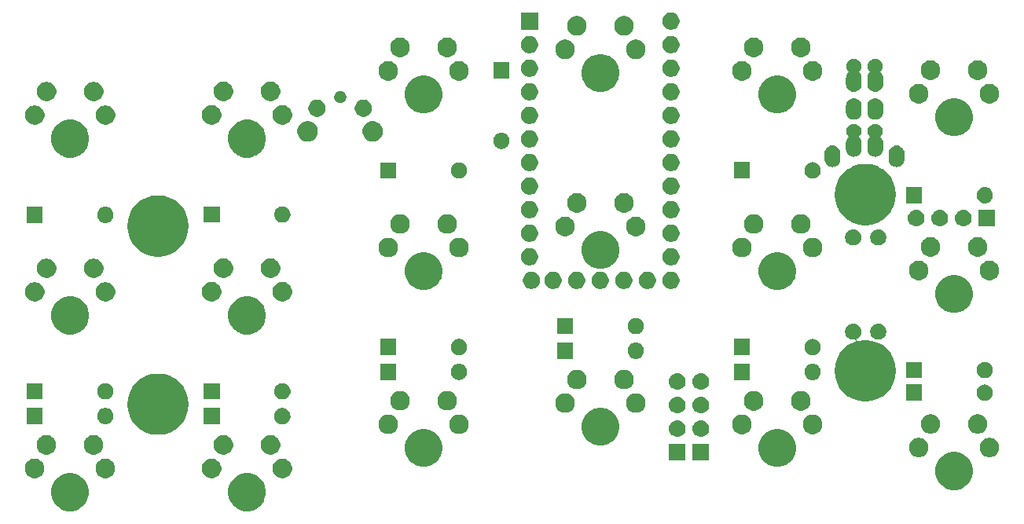
<source format=gbr>
G04 #@! TF.GenerationSoftware,KiCad,Pcbnew,(5.1.0)-1*
G04 #@! TF.CreationDate,2020-09-29T23:23:54+10:00*
G04 #@! TF.ProjectId,oddball,6f646462-616c-46c2-9e6b-696361645f70,rev?*
G04 #@! TF.SameCoordinates,Original*
G04 #@! TF.FileFunction,Soldermask,Bot*
G04 #@! TF.FilePolarity,Negative*
%FSLAX46Y46*%
G04 Gerber Fmt 4.6, Leading zero omitted, Abs format (unit mm)*
G04 Created by KiCad (PCBNEW (5.1.0)-1) date 2020-09-29 23:23:54*
%MOMM*%
%LPD*%
G04 APERTURE LIST*
%ADD10C,0.100000*%
G04 APERTURE END LIST*
D10*
G36*
X100186474Y-107503684D02*
G01*
X100404474Y-107593983D01*
X100558623Y-107657833D01*
X100893548Y-107881623D01*
X101178377Y-108166452D01*
X101402167Y-108501377D01*
X101403066Y-108503548D01*
X101556316Y-108873526D01*
X101634900Y-109268594D01*
X101634900Y-109671406D01*
X101556316Y-110066474D01*
X101466017Y-110284474D01*
X101402167Y-110438623D01*
X101178377Y-110773548D01*
X100893548Y-111058377D01*
X100558623Y-111282167D01*
X100404474Y-111346017D01*
X100186474Y-111436316D01*
X99791406Y-111514900D01*
X99388594Y-111514900D01*
X98993526Y-111436316D01*
X98775526Y-111346017D01*
X98621377Y-111282167D01*
X98286452Y-111058377D01*
X98001623Y-110773548D01*
X97777833Y-110438623D01*
X97713983Y-110284474D01*
X97623684Y-110066474D01*
X97545100Y-109671406D01*
X97545100Y-109268594D01*
X97623684Y-108873526D01*
X97776934Y-108503548D01*
X97777833Y-108501377D01*
X98001623Y-108166452D01*
X98286452Y-107881623D01*
X98621377Y-107657833D01*
X98775526Y-107593983D01*
X98993526Y-107503684D01*
X99388594Y-107425100D01*
X99791406Y-107425100D01*
X100186474Y-107503684D01*
X100186474Y-107503684D01*
G37*
G36*
X81116474Y-107503684D02*
G01*
X81334474Y-107593983D01*
X81488623Y-107657833D01*
X81823548Y-107881623D01*
X82108377Y-108166452D01*
X82332167Y-108501377D01*
X82333066Y-108503548D01*
X82486316Y-108873526D01*
X82564900Y-109268594D01*
X82564900Y-109671406D01*
X82486316Y-110066474D01*
X82396017Y-110284474D01*
X82332167Y-110438623D01*
X82108377Y-110773548D01*
X81823548Y-111058377D01*
X81488623Y-111282167D01*
X81334474Y-111346017D01*
X81116474Y-111436316D01*
X80721406Y-111514900D01*
X80318594Y-111514900D01*
X79923526Y-111436316D01*
X79705526Y-111346017D01*
X79551377Y-111282167D01*
X79216452Y-111058377D01*
X78931623Y-110773548D01*
X78707833Y-110438623D01*
X78643983Y-110284474D01*
X78553684Y-110066474D01*
X78475100Y-109671406D01*
X78475100Y-109268594D01*
X78553684Y-108873526D01*
X78706934Y-108503548D01*
X78707833Y-108501377D01*
X78931623Y-108166452D01*
X79216452Y-107881623D01*
X79551377Y-107657833D01*
X79705526Y-107593983D01*
X79923526Y-107503684D01*
X80318594Y-107425100D01*
X80721406Y-107425100D01*
X81116474Y-107503684D01*
X81116474Y-107503684D01*
G37*
G36*
X176366474Y-105233684D02*
G01*
X176578200Y-105321384D01*
X176738623Y-105387833D01*
X177073548Y-105611623D01*
X177358377Y-105896452D01*
X177582167Y-106231377D01*
X177582167Y-106231378D01*
X177736316Y-106603526D01*
X177814900Y-106998594D01*
X177814900Y-107401406D01*
X177736316Y-107796474D01*
X177709429Y-107861384D01*
X177582167Y-108168623D01*
X177358377Y-108503548D01*
X177073548Y-108788377D01*
X176738623Y-109012167D01*
X176584474Y-109076017D01*
X176366474Y-109166316D01*
X175971406Y-109244900D01*
X175568594Y-109244900D01*
X175173526Y-109166316D01*
X174955526Y-109076017D01*
X174801377Y-109012167D01*
X174466452Y-108788377D01*
X174181623Y-108503548D01*
X173957833Y-108168623D01*
X173830571Y-107861384D01*
X173803684Y-107796474D01*
X173725100Y-107401406D01*
X173725100Y-106998594D01*
X173803684Y-106603526D01*
X173957833Y-106231378D01*
X173957833Y-106231377D01*
X174181623Y-105896452D01*
X174466452Y-105611623D01*
X174801377Y-105387833D01*
X174961800Y-105321384D01*
X175173526Y-105233684D01*
X175568594Y-105155100D01*
X175971406Y-105155100D01*
X176366474Y-105233684D01*
X176366474Y-105233684D01*
G37*
G36*
X103706564Y-105919389D02*
G01*
X103897833Y-105998615D01*
X103897835Y-105998616D01*
X103920182Y-106013548D01*
X104069973Y-106113635D01*
X104216365Y-106260027D01*
X104331385Y-106432167D01*
X104410611Y-106623436D01*
X104451000Y-106826484D01*
X104451000Y-107033516D01*
X104410611Y-107236564D01*
X104342332Y-107401405D01*
X104331384Y-107427835D01*
X104216365Y-107599973D01*
X104069973Y-107746365D01*
X103897835Y-107861384D01*
X103897834Y-107861385D01*
X103897833Y-107861385D01*
X103706564Y-107940611D01*
X103503516Y-107981000D01*
X103296484Y-107981000D01*
X103093436Y-107940611D01*
X102902167Y-107861385D01*
X102902166Y-107861385D01*
X102902165Y-107861384D01*
X102730027Y-107746365D01*
X102583635Y-107599973D01*
X102468616Y-107427835D01*
X102457668Y-107401405D01*
X102389389Y-107236564D01*
X102349000Y-107033516D01*
X102349000Y-106826484D01*
X102389389Y-106623436D01*
X102468615Y-106432167D01*
X102583635Y-106260027D01*
X102730027Y-106113635D01*
X102879818Y-106013548D01*
X102902165Y-105998616D01*
X102902167Y-105998615D01*
X103093436Y-105919389D01*
X103296484Y-105879000D01*
X103503516Y-105879000D01*
X103706564Y-105919389D01*
X103706564Y-105919389D01*
G37*
G36*
X77016564Y-105919389D02*
G01*
X77207833Y-105998615D01*
X77207835Y-105998616D01*
X77230182Y-106013548D01*
X77379973Y-106113635D01*
X77526365Y-106260027D01*
X77641385Y-106432167D01*
X77720611Y-106623436D01*
X77761000Y-106826484D01*
X77761000Y-107033516D01*
X77720611Y-107236564D01*
X77652332Y-107401405D01*
X77641384Y-107427835D01*
X77526365Y-107599973D01*
X77379973Y-107746365D01*
X77207835Y-107861384D01*
X77207834Y-107861385D01*
X77207833Y-107861385D01*
X77016564Y-107940611D01*
X76813516Y-107981000D01*
X76606484Y-107981000D01*
X76403436Y-107940611D01*
X76212167Y-107861385D01*
X76212166Y-107861385D01*
X76212165Y-107861384D01*
X76040027Y-107746365D01*
X75893635Y-107599973D01*
X75778616Y-107427835D01*
X75767668Y-107401405D01*
X75699389Y-107236564D01*
X75659000Y-107033516D01*
X75659000Y-106826484D01*
X75699389Y-106623436D01*
X75778615Y-106432167D01*
X75893635Y-106260027D01*
X76040027Y-106113635D01*
X76189818Y-106013548D01*
X76212165Y-105998616D01*
X76212167Y-105998615D01*
X76403436Y-105919389D01*
X76606484Y-105879000D01*
X76813516Y-105879000D01*
X77016564Y-105919389D01*
X77016564Y-105919389D01*
G37*
G36*
X96086564Y-105919389D02*
G01*
X96277833Y-105998615D01*
X96277835Y-105998616D01*
X96300182Y-106013548D01*
X96449973Y-106113635D01*
X96596365Y-106260027D01*
X96711385Y-106432167D01*
X96790611Y-106623436D01*
X96831000Y-106826484D01*
X96831000Y-107033516D01*
X96790611Y-107236564D01*
X96722332Y-107401405D01*
X96711384Y-107427835D01*
X96596365Y-107599973D01*
X96449973Y-107746365D01*
X96277835Y-107861384D01*
X96277834Y-107861385D01*
X96277833Y-107861385D01*
X96086564Y-107940611D01*
X95883516Y-107981000D01*
X95676484Y-107981000D01*
X95473436Y-107940611D01*
X95282167Y-107861385D01*
X95282166Y-107861385D01*
X95282165Y-107861384D01*
X95110027Y-107746365D01*
X94963635Y-107599973D01*
X94848616Y-107427835D01*
X94837668Y-107401405D01*
X94769389Y-107236564D01*
X94729000Y-107033516D01*
X94729000Y-106826484D01*
X94769389Y-106623436D01*
X94848615Y-106432167D01*
X94963635Y-106260027D01*
X95110027Y-106113635D01*
X95259818Y-106013548D01*
X95282165Y-105998616D01*
X95282167Y-105998615D01*
X95473436Y-105919389D01*
X95676484Y-105879000D01*
X95883516Y-105879000D01*
X96086564Y-105919389D01*
X96086564Y-105919389D01*
G37*
G36*
X84636564Y-105919389D02*
G01*
X84827833Y-105998615D01*
X84827835Y-105998616D01*
X84850182Y-106013548D01*
X84999973Y-106113635D01*
X85146365Y-106260027D01*
X85261385Y-106432167D01*
X85340611Y-106623436D01*
X85381000Y-106826484D01*
X85381000Y-107033516D01*
X85340611Y-107236564D01*
X85272332Y-107401405D01*
X85261384Y-107427835D01*
X85146365Y-107599973D01*
X84999973Y-107746365D01*
X84827835Y-107861384D01*
X84827834Y-107861385D01*
X84827833Y-107861385D01*
X84636564Y-107940611D01*
X84433516Y-107981000D01*
X84226484Y-107981000D01*
X84023436Y-107940611D01*
X83832167Y-107861385D01*
X83832166Y-107861385D01*
X83832165Y-107861384D01*
X83660027Y-107746365D01*
X83513635Y-107599973D01*
X83398616Y-107427835D01*
X83387668Y-107401405D01*
X83319389Y-107236564D01*
X83279000Y-107033516D01*
X83279000Y-106826484D01*
X83319389Y-106623436D01*
X83398615Y-106432167D01*
X83513635Y-106260027D01*
X83660027Y-106113635D01*
X83809818Y-106013548D01*
X83832165Y-105998616D01*
X83832167Y-105998615D01*
X84023436Y-105919389D01*
X84226484Y-105879000D01*
X84433516Y-105879000D01*
X84636564Y-105919389D01*
X84636564Y-105919389D01*
G37*
G36*
X157316474Y-102743684D02*
G01*
X157524794Y-102829973D01*
X157688623Y-102897833D01*
X158023548Y-103121623D01*
X158308377Y-103406452D01*
X158532167Y-103741377D01*
X158532167Y-103741378D01*
X158686316Y-104113526D01*
X158764900Y-104508594D01*
X158764900Y-104911406D01*
X158686316Y-105306474D01*
X158647323Y-105400611D01*
X158532167Y-105678623D01*
X158308377Y-106013548D01*
X158023548Y-106298377D01*
X157688623Y-106522167D01*
X157534474Y-106586017D01*
X157316474Y-106676316D01*
X156921406Y-106754900D01*
X156518594Y-106754900D01*
X156123526Y-106676316D01*
X155905526Y-106586017D01*
X155751377Y-106522167D01*
X155416452Y-106298377D01*
X155131623Y-106013548D01*
X154907833Y-105678623D01*
X154792677Y-105400611D01*
X154753684Y-105306474D01*
X154675100Y-104911406D01*
X154675100Y-104508594D01*
X154753684Y-104113526D01*
X154907833Y-103741378D01*
X154907833Y-103741377D01*
X155131623Y-103406452D01*
X155416452Y-103121623D01*
X155751377Y-102897833D01*
X155915206Y-102829973D01*
X156123526Y-102743684D01*
X156518594Y-102665100D01*
X156921406Y-102665100D01*
X157316474Y-102743684D01*
X157316474Y-102743684D01*
G37*
G36*
X119216474Y-102733684D02*
G01*
X119434474Y-102823983D01*
X119588623Y-102887833D01*
X119923548Y-103111623D01*
X120208377Y-103396452D01*
X120432167Y-103731377D01*
X120496017Y-103885526D01*
X120586316Y-104103526D01*
X120664900Y-104498594D01*
X120664900Y-104901406D01*
X120586316Y-105296474D01*
X120496017Y-105514474D01*
X120432167Y-105668623D01*
X120208377Y-106003548D01*
X119923548Y-106288377D01*
X119588623Y-106512167D01*
X119434474Y-106576017D01*
X119216474Y-106666316D01*
X118821406Y-106744900D01*
X118418594Y-106744900D01*
X118023526Y-106666316D01*
X117805526Y-106576017D01*
X117651377Y-106512167D01*
X117316452Y-106288377D01*
X117031623Y-106003548D01*
X116807833Y-105668623D01*
X116743983Y-105514474D01*
X116653684Y-105296474D01*
X116575100Y-104901406D01*
X116575100Y-104498594D01*
X116653684Y-104103526D01*
X116743983Y-103885526D01*
X116807833Y-103731377D01*
X117031623Y-103396452D01*
X117316452Y-103111623D01*
X117651377Y-102887833D01*
X117805526Y-102823983D01*
X118023526Y-102733684D01*
X118418594Y-102655100D01*
X118821406Y-102655100D01*
X119216474Y-102733684D01*
X119216474Y-102733684D01*
G37*
G36*
X149381000Y-106071000D02*
G01*
X147579000Y-106071000D01*
X147579000Y-104269000D01*
X149381000Y-104269000D01*
X149381000Y-106071000D01*
X149381000Y-106071000D01*
G37*
G36*
X146841000Y-106071000D02*
G01*
X145039000Y-106071000D01*
X145039000Y-104269000D01*
X146841000Y-104269000D01*
X146841000Y-106071000D01*
X146841000Y-106071000D01*
G37*
G36*
X172266564Y-103649389D02*
G01*
X172445600Y-103723548D01*
X172457835Y-103728616D01*
X172629973Y-103843635D01*
X172776365Y-103990027D01*
X172852203Y-104103526D01*
X172891385Y-104162167D01*
X172970611Y-104353436D01*
X173011000Y-104556484D01*
X173011000Y-104763516D01*
X172970611Y-104966564D01*
X172892517Y-105155100D01*
X172891384Y-105157835D01*
X172776365Y-105329973D01*
X172629973Y-105476365D01*
X172457835Y-105591384D01*
X172457834Y-105591385D01*
X172457833Y-105591385D01*
X172266564Y-105670611D01*
X172063516Y-105711000D01*
X171856484Y-105711000D01*
X171653436Y-105670611D01*
X171462167Y-105591385D01*
X171462166Y-105591385D01*
X171462165Y-105591384D01*
X171290027Y-105476365D01*
X171143635Y-105329973D01*
X171028616Y-105157835D01*
X171027483Y-105155100D01*
X170949389Y-104966564D01*
X170909000Y-104763516D01*
X170909000Y-104556484D01*
X170949389Y-104353436D01*
X171028615Y-104162167D01*
X171067798Y-104103526D01*
X171143635Y-103990027D01*
X171290027Y-103843635D01*
X171462165Y-103728616D01*
X171474400Y-103723548D01*
X171653436Y-103649389D01*
X171856484Y-103609000D01*
X172063516Y-103609000D01*
X172266564Y-103649389D01*
X172266564Y-103649389D01*
G37*
G36*
X179886564Y-103649389D02*
G01*
X180065600Y-103723548D01*
X180077835Y-103728616D01*
X180249973Y-103843635D01*
X180396365Y-103990027D01*
X180472203Y-104103526D01*
X180511385Y-104162167D01*
X180590611Y-104353436D01*
X180631000Y-104556484D01*
X180631000Y-104763516D01*
X180590611Y-104966564D01*
X180512517Y-105155100D01*
X180511384Y-105157835D01*
X180396365Y-105329973D01*
X180249973Y-105476365D01*
X180077835Y-105591384D01*
X180077834Y-105591385D01*
X180077833Y-105591385D01*
X179886564Y-105670611D01*
X179683516Y-105711000D01*
X179476484Y-105711000D01*
X179273436Y-105670611D01*
X179082167Y-105591385D01*
X179082166Y-105591385D01*
X179082165Y-105591384D01*
X178910027Y-105476365D01*
X178763635Y-105329973D01*
X178648616Y-105157835D01*
X178647483Y-105155100D01*
X178569389Y-104966564D01*
X178529000Y-104763516D01*
X178529000Y-104556484D01*
X178569389Y-104353436D01*
X178648615Y-104162167D01*
X178687798Y-104103526D01*
X178763635Y-103990027D01*
X178910027Y-103843635D01*
X179082165Y-103728616D01*
X179094400Y-103723548D01*
X179273436Y-103649389D01*
X179476484Y-103609000D01*
X179683516Y-103609000D01*
X179886564Y-103649389D01*
X179886564Y-103649389D01*
G37*
G36*
X102436564Y-103379389D02*
G01*
X102627833Y-103458615D01*
X102627835Y-103458616D01*
X102799973Y-103573635D01*
X102946365Y-103720027D01*
X102953950Y-103731378D01*
X103061385Y-103892167D01*
X103140611Y-104083436D01*
X103181000Y-104286484D01*
X103181000Y-104493516D01*
X103140611Y-104696564D01*
X103061385Y-104887833D01*
X103061384Y-104887835D01*
X102946365Y-105059973D01*
X102799973Y-105206365D01*
X102627835Y-105321384D01*
X102627834Y-105321385D01*
X102627833Y-105321385D01*
X102436564Y-105400611D01*
X102233516Y-105441000D01*
X102026484Y-105441000D01*
X101823436Y-105400611D01*
X101632167Y-105321385D01*
X101632166Y-105321385D01*
X101632165Y-105321384D01*
X101460027Y-105206365D01*
X101313635Y-105059973D01*
X101198616Y-104887835D01*
X101198615Y-104887833D01*
X101119389Y-104696564D01*
X101079000Y-104493516D01*
X101079000Y-104286484D01*
X101119389Y-104083436D01*
X101198615Y-103892167D01*
X101306051Y-103731378D01*
X101313635Y-103720027D01*
X101460027Y-103573635D01*
X101632165Y-103458616D01*
X101632167Y-103458615D01*
X101823436Y-103379389D01*
X102026484Y-103339000D01*
X102233516Y-103339000D01*
X102436564Y-103379389D01*
X102436564Y-103379389D01*
G37*
G36*
X83366564Y-103379389D02*
G01*
X83557833Y-103458615D01*
X83557835Y-103458616D01*
X83729973Y-103573635D01*
X83876365Y-103720027D01*
X83883950Y-103731378D01*
X83991385Y-103892167D01*
X84070611Y-104083436D01*
X84111000Y-104286484D01*
X84111000Y-104493516D01*
X84070611Y-104696564D01*
X83991385Y-104887833D01*
X83991384Y-104887835D01*
X83876365Y-105059973D01*
X83729973Y-105206365D01*
X83557835Y-105321384D01*
X83557834Y-105321385D01*
X83557833Y-105321385D01*
X83366564Y-105400611D01*
X83163516Y-105441000D01*
X82956484Y-105441000D01*
X82753436Y-105400611D01*
X82562167Y-105321385D01*
X82562166Y-105321385D01*
X82562165Y-105321384D01*
X82390027Y-105206365D01*
X82243635Y-105059973D01*
X82128616Y-104887835D01*
X82128615Y-104887833D01*
X82049389Y-104696564D01*
X82009000Y-104493516D01*
X82009000Y-104286484D01*
X82049389Y-104083436D01*
X82128615Y-103892167D01*
X82236051Y-103731378D01*
X82243635Y-103720027D01*
X82390027Y-103573635D01*
X82562165Y-103458616D01*
X82562167Y-103458615D01*
X82753436Y-103379389D01*
X82956484Y-103339000D01*
X83163516Y-103339000D01*
X83366564Y-103379389D01*
X83366564Y-103379389D01*
G37*
G36*
X78286564Y-103379389D02*
G01*
X78477833Y-103458615D01*
X78477835Y-103458616D01*
X78649973Y-103573635D01*
X78796365Y-103720027D01*
X78803950Y-103731378D01*
X78911385Y-103892167D01*
X78990611Y-104083436D01*
X79031000Y-104286484D01*
X79031000Y-104493516D01*
X78990611Y-104696564D01*
X78911385Y-104887833D01*
X78911384Y-104887835D01*
X78796365Y-105059973D01*
X78649973Y-105206365D01*
X78477835Y-105321384D01*
X78477834Y-105321385D01*
X78477833Y-105321385D01*
X78286564Y-105400611D01*
X78083516Y-105441000D01*
X77876484Y-105441000D01*
X77673436Y-105400611D01*
X77482167Y-105321385D01*
X77482166Y-105321385D01*
X77482165Y-105321384D01*
X77310027Y-105206365D01*
X77163635Y-105059973D01*
X77048616Y-104887835D01*
X77048615Y-104887833D01*
X76969389Y-104696564D01*
X76929000Y-104493516D01*
X76929000Y-104286484D01*
X76969389Y-104083436D01*
X77048615Y-103892167D01*
X77156051Y-103731378D01*
X77163635Y-103720027D01*
X77310027Y-103573635D01*
X77482165Y-103458616D01*
X77482167Y-103458615D01*
X77673436Y-103379389D01*
X77876484Y-103339000D01*
X78083516Y-103339000D01*
X78286564Y-103379389D01*
X78286564Y-103379389D01*
G37*
G36*
X97356564Y-103379389D02*
G01*
X97547833Y-103458615D01*
X97547835Y-103458616D01*
X97719973Y-103573635D01*
X97866365Y-103720027D01*
X97873950Y-103731378D01*
X97981385Y-103892167D01*
X98060611Y-104083436D01*
X98101000Y-104286484D01*
X98101000Y-104493516D01*
X98060611Y-104696564D01*
X97981385Y-104887833D01*
X97981384Y-104887835D01*
X97866365Y-105059973D01*
X97719973Y-105206365D01*
X97547835Y-105321384D01*
X97547834Y-105321385D01*
X97547833Y-105321385D01*
X97356564Y-105400611D01*
X97153516Y-105441000D01*
X96946484Y-105441000D01*
X96743436Y-105400611D01*
X96552167Y-105321385D01*
X96552166Y-105321385D01*
X96552165Y-105321384D01*
X96380027Y-105206365D01*
X96233635Y-105059973D01*
X96118616Y-104887835D01*
X96118615Y-104887833D01*
X96039389Y-104696564D01*
X95999000Y-104493516D01*
X95999000Y-104286484D01*
X96039389Y-104083436D01*
X96118615Y-103892167D01*
X96226051Y-103731378D01*
X96233635Y-103720027D01*
X96380027Y-103573635D01*
X96552165Y-103458616D01*
X96552167Y-103458615D01*
X96743436Y-103379389D01*
X96946484Y-103339000D01*
X97153516Y-103339000D01*
X97356564Y-103379389D01*
X97356564Y-103379389D01*
G37*
G36*
X138266474Y-100453684D02*
G01*
X138386151Y-100503256D01*
X138638623Y-100607833D01*
X138973548Y-100831623D01*
X139258377Y-101116452D01*
X139482167Y-101451377D01*
X139482167Y-101451378D01*
X139636316Y-101823526D01*
X139714900Y-102218594D01*
X139714900Y-102621406D01*
X139636316Y-103016474D01*
X139551598Y-103221000D01*
X139482167Y-103388623D01*
X139258377Y-103723548D01*
X138973548Y-104008377D01*
X138638623Y-104232167D01*
X138507485Y-104286486D01*
X138266474Y-104386316D01*
X137871406Y-104464900D01*
X137468594Y-104464900D01*
X137073526Y-104386316D01*
X136832515Y-104286486D01*
X136701377Y-104232167D01*
X136366452Y-104008377D01*
X136081623Y-103723548D01*
X135857833Y-103388623D01*
X135788402Y-103221000D01*
X135703684Y-103016474D01*
X135625100Y-102621406D01*
X135625100Y-102218594D01*
X135703684Y-101823526D01*
X135857833Y-101451378D01*
X135857833Y-101451377D01*
X136081623Y-101116452D01*
X136366452Y-100831623D01*
X136701377Y-100607833D01*
X136953849Y-100503256D01*
X137073526Y-100453684D01*
X137468594Y-100375100D01*
X137871406Y-100375100D01*
X138266474Y-100453684D01*
X138266474Y-100453684D01*
G37*
G36*
X148590442Y-101735518D02*
G01*
X148656627Y-101742037D01*
X148826466Y-101793557D01*
X148982991Y-101877222D01*
X149018729Y-101906552D01*
X149120186Y-101989814D01*
X149183108Y-102066486D01*
X149232778Y-102127009D01*
X149316443Y-102283534D01*
X149367963Y-102453373D01*
X149385359Y-102630000D01*
X149367963Y-102806627D01*
X149316443Y-102976466D01*
X149232778Y-103132991D01*
X149203448Y-103168729D01*
X149120186Y-103270186D01*
X149018729Y-103353448D01*
X148982991Y-103382778D01*
X148826466Y-103466443D01*
X148656627Y-103517963D01*
X148590443Y-103524481D01*
X148524260Y-103531000D01*
X148435740Y-103531000D01*
X148369557Y-103524481D01*
X148303373Y-103517963D01*
X148133534Y-103466443D01*
X147977009Y-103382778D01*
X147941271Y-103353448D01*
X147839814Y-103270186D01*
X147756552Y-103168729D01*
X147727222Y-103132991D01*
X147643557Y-102976466D01*
X147592037Y-102806627D01*
X147574641Y-102630000D01*
X147592037Y-102453373D01*
X147643557Y-102283534D01*
X147727222Y-102127009D01*
X147776892Y-102066486D01*
X147839814Y-101989814D01*
X147941271Y-101906552D01*
X147977009Y-101877222D01*
X148133534Y-101793557D01*
X148303373Y-101742037D01*
X148369557Y-101735519D01*
X148435740Y-101729000D01*
X148524260Y-101729000D01*
X148590442Y-101735518D01*
X148590442Y-101735518D01*
G37*
G36*
X146050442Y-101735518D02*
G01*
X146116627Y-101742037D01*
X146286466Y-101793557D01*
X146442991Y-101877222D01*
X146478729Y-101906552D01*
X146580186Y-101989814D01*
X146643108Y-102066486D01*
X146692778Y-102127009D01*
X146776443Y-102283534D01*
X146827963Y-102453373D01*
X146845359Y-102630000D01*
X146827963Y-102806627D01*
X146776443Y-102976466D01*
X146692778Y-103132991D01*
X146663448Y-103168729D01*
X146580186Y-103270186D01*
X146478729Y-103353448D01*
X146442991Y-103382778D01*
X146286466Y-103466443D01*
X146116627Y-103517963D01*
X146050443Y-103524481D01*
X145984260Y-103531000D01*
X145895740Y-103531000D01*
X145829557Y-103524481D01*
X145763373Y-103517963D01*
X145593534Y-103466443D01*
X145437009Y-103382778D01*
X145401271Y-103353448D01*
X145299814Y-103270186D01*
X145216552Y-103168729D01*
X145187222Y-103132991D01*
X145103557Y-102976466D01*
X145052037Y-102806627D01*
X145034641Y-102630000D01*
X145052037Y-102453373D01*
X145103557Y-102283534D01*
X145187222Y-102127009D01*
X145236892Y-102066486D01*
X145299814Y-101989814D01*
X145401271Y-101906552D01*
X145437009Y-101877222D01*
X145593534Y-101793557D01*
X145763373Y-101742037D01*
X145829557Y-101735519D01*
X145895740Y-101729000D01*
X145984260Y-101729000D01*
X146050442Y-101735518D01*
X146050442Y-101735518D01*
G37*
G36*
X90647109Y-96746763D02*
G01*
X91269350Y-96935517D01*
X91651657Y-97139865D01*
X91842810Y-97242038D01*
X92345453Y-97654547D01*
X92757962Y-98157190D01*
X92803727Y-98242811D01*
X93064483Y-98730650D01*
X93253237Y-99352891D01*
X93316972Y-100000000D01*
X93253237Y-100647109D01*
X93064483Y-101269350D01*
X92946528Y-101490027D01*
X92757962Y-101842810D01*
X92345453Y-102345453D01*
X91842810Y-102757962D01*
X91689378Y-102839973D01*
X91269350Y-103064483D01*
X90647109Y-103253237D01*
X90162166Y-103301000D01*
X89837834Y-103301000D01*
X89352891Y-103253237D01*
X88730650Y-103064483D01*
X88310622Y-102839973D01*
X88157190Y-102757962D01*
X87654547Y-102345453D01*
X87242038Y-101842810D01*
X87053472Y-101490027D01*
X86935517Y-101269350D01*
X86746763Y-100647109D01*
X86683028Y-100000000D01*
X86746763Y-99352891D01*
X86935517Y-98730650D01*
X87196273Y-98242811D01*
X87242038Y-98157190D01*
X87654547Y-97654547D01*
X88157190Y-97242038D01*
X88348343Y-97139865D01*
X88730650Y-96935517D01*
X89352891Y-96746763D01*
X89837834Y-96699000D01*
X90162166Y-96699000D01*
X90647109Y-96746763D01*
X90647109Y-96746763D01*
G37*
G36*
X153216564Y-101159389D02*
G01*
X153383693Y-101228616D01*
X153407835Y-101238616D01*
X153579973Y-101353635D01*
X153726365Y-101500027D01*
X153834704Y-101662167D01*
X153841385Y-101672167D01*
X153920611Y-101863436D01*
X153961000Y-102066484D01*
X153961000Y-102273516D01*
X153920611Y-102476564D01*
X153857056Y-102630000D01*
X153841384Y-102667835D01*
X153726365Y-102839973D01*
X153579973Y-102986365D01*
X153407835Y-103101384D01*
X153407834Y-103101385D01*
X153407833Y-103101385D01*
X153216564Y-103180611D01*
X153013516Y-103221000D01*
X152806484Y-103221000D01*
X152603436Y-103180611D01*
X152412167Y-103101385D01*
X152412166Y-103101385D01*
X152412165Y-103101384D01*
X152240027Y-102986365D01*
X152093635Y-102839973D01*
X151978616Y-102667835D01*
X151962944Y-102630000D01*
X151899389Y-102476564D01*
X151859000Y-102273516D01*
X151859000Y-102066484D01*
X151899389Y-101863436D01*
X151978615Y-101672167D01*
X151985297Y-101662167D01*
X152093635Y-101500027D01*
X152240027Y-101353635D01*
X152412165Y-101238616D01*
X152436307Y-101228616D01*
X152603436Y-101159389D01*
X152806484Y-101119000D01*
X153013516Y-101119000D01*
X153216564Y-101159389D01*
X153216564Y-101159389D01*
G37*
G36*
X160836564Y-101159389D02*
G01*
X161003693Y-101228616D01*
X161027835Y-101238616D01*
X161199973Y-101353635D01*
X161346365Y-101500027D01*
X161454704Y-101662167D01*
X161461385Y-101672167D01*
X161540611Y-101863436D01*
X161581000Y-102066484D01*
X161581000Y-102273516D01*
X161540611Y-102476564D01*
X161477056Y-102630000D01*
X161461384Y-102667835D01*
X161346365Y-102839973D01*
X161199973Y-102986365D01*
X161027835Y-103101384D01*
X161027834Y-103101385D01*
X161027833Y-103101385D01*
X160836564Y-103180611D01*
X160633516Y-103221000D01*
X160426484Y-103221000D01*
X160223436Y-103180611D01*
X160032167Y-103101385D01*
X160032166Y-103101385D01*
X160032165Y-103101384D01*
X159860027Y-102986365D01*
X159713635Y-102839973D01*
X159598616Y-102667835D01*
X159582944Y-102630000D01*
X159519389Y-102476564D01*
X159479000Y-102273516D01*
X159479000Y-102066484D01*
X159519389Y-101863436D01*
X159598615Y-101672167D01*
X159605297Y-101662167D01*
X159713635Y-101500027D01*
X159860027Y-101353635D01*
X160032165Y-101238616D01*
X160056307Y-101228616D01*
X160223436Y-101159389D01*
X160426484Y-101119000D01*
X160633516Y-101119000D01*
X160836564Y-101159389D01*
X160836564Y-101159389D01*
G37*
G36*
X122736564Y-101149389D02*
G01*
X122927833Y-101228615D01*
X122927835Y-101228616D01*
X123099973Y-101343635D01*
X123246365Y-101490027D01*
X123270178Y-101525665D01*
X123361385Y-101662167D01*
X123440611Y-101853436D01*
X123481000Y-102056484D01*
X123481000Y-102263516D01*
X123440611Y-102466564D01*
X123372914Y-102630000D01*
X123361384Y-102657835D01*
X123246365Y-102829973D01*
X123099973Y-102976365D01*
X122927835Y-103091384D01*
X122927834Y-103091385D01*
X122927833Y-103091385D01*
X122736564Y-103170611D01*
X122533516Y-103211000D01*
X122326484Y-103211000D01*
X122123436Y-103170611D01*
X121932167Y-103091385D01*
X121932166Y-103091385D01*
X121932165Y-103091384D01*
X121760027Y-102976365D01*
X121613635Y-102829973D01*
X121498616Y-102657835D01*
X121487086Y-102630000D01*
X121419389Y-102466564D01*
X121379000Y-102263516D01*
X121379000Y-102056484D01*
X121419389Y-101853436D01*
X121498615Y-101662167D01*
X121589823Y-101525665D01*
X121613635Y-101490027D01*
X121760027Y-101343635D01*
X121932165Y-101228616D01*
X121932167Y-101228615D01*
X122123436Y-101149389D01*
X122326484Y-101109000D01*
X122533516Y-101109000D01*
X122736564Y-101149389D01*
X122736564Y-101149389D01*
G37*
G36*
X115116564Y-101149389D02*
G01*
X115307833Y-101228615D01*
X115307835Y-101228616D01*
X115479973Y-101343635D01*
X115626365Y-101490027D01*
X115650178Y-101525665D01*
X115741385Y-101662167D01*
X115820611Y-101853436D01*
X115861000Y-102056484D01*
X115861000Y-102263516D01*
X115820611Y-102466564D01*
X115752914Y-102630000D01*
X115741384Y-102657835D01*
X115626365Y-102829973D01*
X115479973Y-102976365D01*
X115307835Y-103091384D01*
X115307834Y-103091385D01*
X115307833Y-103091385D01*
X115116564Y-103170611D01*
X114913516Y-103211000D01*
X114706484Y-103211000D01*
X114503436Y-103170611D01*
X114312167Y-103091385D01*
X114312166Y-103091385D01*
X114312165Y-103091384D01*
X114140027Y-102976365D01*
X113993635Y-102829973D01*
X113878616Y-102657835D01*
X113867086Y-102630000D01*
X113799389Y-102466564D01*
X113759000Y-102263516D01*
X113759000Y-102056484D01*
X113799389Y-101853436D01*
X113878615Y-101662167D01*
X113969823Y-101525665D01*
X113993635Y-101490027D01*
X114140027Y-101343635D01*
X114312165Y-101228616D01*
X114312167Y-101228615D01*
X114503436Y-101149389D01*
X114706484Y-101109000D01*
X114913516Y-101109000D01*
X115116564Y-101149389D01*
X115116564Y-101149389D01*
G37*
G36*
X178616564Y-101109389D02*
G01*
X178807833Y-101188615D01*
X178807835Y-101188616D01*
X178979973Y-101303635D01*
X179126365Y-101450027D01*
X179183587Y-101535665D01*
X179241385Y-101622167D01*
X179320611Y-101813436D01*
X179361000Y-102016484D01*
X179361000Y-102223516D01*
X179320611Y-102426564D01*
X179241385Y-102617833D01*
X179241384Y-102617835D01*
X179126365Y-102789973D01*
X178979973Y-102936365D01*
X178807835Y-103051384D01*
X178807834Y-103051385D01*
X178807833Y-103051385D01*
X178616564Y-103130611D01*
X178413516Y-103171000D01*
X178206484Y-103171000D01*
X178003436Y-103130611D01*
X177812167Y-103051385D01*
X177812166Y-103051385D01*
X177812165Y-103051384D01*
X177640027Y-102936365D01*
X177493635Y-102789973D01*
X177378616Y-102617835D01*
X177378615Y-102617833D01*
X177299389Y-102426564D01*
X177259000Y-102223516D01*
X177259000Y-102016484D01*
X177299389Y-101813436D01*
X177378615Y-101622167D01*
X177436414Y-101535665D01*
X177493635Y-101450027D01*
X177640027Y-101303635D01*
X177812165Y-101188616D01*
X177812167Y-101188615D01*
X178003436Y-101109389D01*
X178206484Y-101069000D01*
X178413516Y-101069000D01*
X178616564Y-101109389D01*
X178616564Y-101109389D01*
G37*
G36*
X173536564Y-101109389D02*
G01*
X173727833Y-101188615D01*
X173727835Y-101188616D01*
X173899973Y-101303635D01*
X174046365Y-101450027D01*
X174103587Y-101535665D01*
X174161385Y-101622167D01*
X174240611Y-101813436D01*
X174281000Y-102016484D01*
X174281000Y-102223516D01*
X174240611Y-102426564D01*
X174161385Y-102617833D01*
X174161384Y-102617835D01*
X174046365Y-102789973D01*
X173899973Y-102936365D01*
X173727835Y-103051384D01*
X173727834Y-103051385D01*
X173727833Y-103051385D01*
X173536564Y-103130611D01*
X173333516Y-103171000D01*
X173126484Y-103171000D01*
X172923436Y-103130611D01*
X172732167Y-103051385D01*
X172732166Y-103051385D01*
X172732165Y-103051384D01*
X172560027Y-102936365D01*
X172413635Y-102789973D01*
X172298616Y-102617835D01*
X172298615Y-102617833D01*
X172219389Y-102426564D01*
X172179000Y-102223516D01*
X172179000Y-102016484D01*
X172219389Y-101813436D01*
X172298615Y-101622167D01*
X172356414Y-101535665D01*
X172413635Y-101450027D01*
X172560027Y-101303635D01*
X172732165Y-101188616D01*
X172732167Y-101188615D01*
X172923436Y-101109389D01*
X173126484Y-101069000D01*
X173333516Y-101069000D01*
X173536564Y-101109389D01*
X173536564Y-101109389D01*
G37*
G36*
X103570997Y-100420341D02*
G01*
X103655666Y-100437183D01*
X103721738Y-100464551D01*
X103815177Y-100503255D01*
X103958736Y-100599178D01*
X104080822Y-100721264D01*
X104176745Y-100864823D01*
X104202268Y-100926442D01*
X104242817Y-101024334D01*
X104259658Y-101109000D01*
X104276500Y-101193671D01*
X104276500Y-101366329D01*
X104242817Y-101535665D01*
X104176745Y-101695177D01*
X104080822Y-101838736D01*
X103958736Y-101960822D01*
X103815177Y-102056745D01*
X103721738Y-102095449D01*
X103655666Y-102122817D01*
X103570997Y-102139659D01*
X103486329Y-102156500D01*
X103313671Y-102156500D01*
X103229003Y-102139659D01*
X103144334Y-102122817D01*
X103078262Y-102095449D01*
X102984823Y-102056745D01*
X102841264Y-101960822D01*
X102719178Y-101838736D01*
X102623255Y-101695177D01*
X102557183Y-101535665D01*
X102523500Y-101366329D01*
X102523500Y-101193671D01*
X102540342Y-101109000D01*
X102557183Y-101024334D01*
X102597732Y-100926442D01*
X102623255Y-100864823D01*
X102719178Y-100721264D01*
X102841264Y-100599178D01*
X102984823Y-100503255D01*
X103078262Y-100464551D01*
X103144334Y-100437183D01*
X103229003Y-100420342D01*
X103313671Y-100403500D01*
X103486329Y-100403500D01*
X103570997Y-100420341D01*
X103570997Y-100420341D01*
G37*
G36*
X96656500Y-102156500D02*
G01*
X94903500Y-102156500D01*
X94903500Y-100403500D01*
X96656500Y-100403500D01*
X96656500Y-102156500D01*
X96656500Y-102156500D01*
G37*
G36*
X84466602Y-100403500D02*
G01*
X84585666Y-100427183D01*
X84649644Y-100453684D01*
X84745177Y-100493255D01*
X84888736Y-100589178D01*
X85010822Y-100711264D01*
X85106745Y-100854823D01*
X85145449Y-100948262D01*
X85163152Y-100991000D01*
X85172817Y-101014335D01*
X85193130Y-101116453D01*
X85206500Y-101183672D01*
X85206500Y-101356328D01*
X85172817Y-101525666D01*
X85145449Y-101591738D01*
X85106745Y-101685177D01*
X85010822Y-101828736D01*
X84888736Y-101950822D01*
X84745177Y-102046745D01*
X84651738Y-102085449D01*
X84585666Y-102112817D01*
X84535392Y-102122817D01*
X84416329Y-102146500D01*
X84243671Y-102146500D01*
X84124608Y-102122817D01*
X84074334Y-102112817D01*
X84008262Y-102085449D01*
X83914823Y-102046745D01*
X83771264Y-101950822D01*
X83649178Y-101828736D01*
X83553255Y-101685177D01*
X83514551Y-101591738D01*
X83487183Y-101525666D01*
X83453500Y-101356328D01*
X83453500Y-101183672D01*
X83466871Y-101116453D01*
X83487183Y-101014335D01*
X83496849Y-100991000D01*
X83514551Y-100948262D01*
X83553255Y-100854823D01*
X83649178Y-100711264D01*
X83771264Y-100589178D01*
X83914823Y-100493255D01*
X84010356Y-100453684D01*
X84074334Y-100427183D01*
X84193398Y-100403500D01*
X84243671Y-100393500D01*
X84416329Y-100393500D01*
X84466602Y-100403500D01*
X84466602Y-100403500D01*
G37*
G36*
X77586500Y-102146500D02*
G01*
X75833500Y-102146500D01*
X75833500Y-100393500D01*
X77586500Y-100393500D01*
X77586500Y-102146500D01*
X77586500Y-102146500D01*
G37*
G36*
X148590443Y-99195519D02*
G01*
X148656627Y-99202037D01*
X148826466Y-99253557D01*
X148982991Y-99337222D01*
X149002086Y-99352893D01*
X149120186Y-99449814D01*
X149203448Y-99551271D01*
X149232778Y-99587009D01*
X149316443Y-99743534D01*
X149367963Y-99913373D01*
X149385359Y-100090000D01*
X149367963Y-100266627D01*
X149316443Y-100436466D01*
X149232778Y-100592991D01*
X149227700Y-100599178D01*
X149120186Y-100730186D01*
X149021244Y-100811384D01*
X148982991Y-100842778D01*
X148826466Y-100926443D01*
X148656627Y-100977963D01*
X148590442Y-100984482D01*
X148524260Y-100991000D01*
X148435740Y-100991000D01*
X148369557Y-100984481D01*
X148303373Y-100977963D01*
X148133534Y-100926443D01*
X147977009Y-100842778D01*
X147938756Y-100811384D01*
X147839814Y-100730186D01*
X147732300Y-100599178D01*
X147727222Y-100592991D01*
X147643557Y-100436466D01*
X147592037Y-100266627D01*
X147574641Y-100090000D01*
X147592037Y-99913373D01*
X147643557Y-99743534D01*
X147727222Y-99587009D01*
X147756552Y-99551271D01*
X147839814Y-99449814D01*
X147957914Y-99352893D01*
X147977009Y-99337222D01*
X148133534Y-99253557D01*
X148303373Y-99202037D01*
X148369557Y-99195519D01*
X148435740Y-99189000D01*
X148524260Y-99189000D01*
X148590443Y-99195519D01*
X148590443Y-99195519D01*
G37*
G36*
X146050443Y-99195519D02*
G01*
X146116627Y-99202037D01*
X146286466Y-99253557D01*
X146442991Y-99337222D01*
X146462086Y-99352893D01*
X146580186Y-99449814D01*
X146663448Y-99551271D01*
X146692778Y-99587009D01*
X146776443Y-99743534D01*
X146827963Y-99913373D01*
X146845359Y-100090000D01*
X146827963Y-100266627D01*
X146776443Y-100436466D01*
X146692778Y-100592991D01*
X146687700Y-100599178D01*
X146580186Y-100730186D01*
X146481244Y-100811384D01*
X146442991Y-100842778D01*
X146286466Y-100926443D01*
X146116627Y-100977963D01*
X146050442Y-100984482D01*
X145984260Y-100991000D01*
X145895740Y-100991000D01*
X145829557Y-100984481D01*
X145763373Y-100977963D01*
X145593534Y-100926443D01*
X145437009Y-100842778D01*
X145398756Y-100811384D01*
X145299814Y-100730186D01*
X145192300Y-100599178D01*
X145187222Y-100592991D01*
X145103557Y-100436466D01*
X145052037Y-100266627D01*
X145034641Y-100090000D01*
X145052037Y-99913373D01*
X145103557Y-99743534D01*
X145187222Y-99587009D01*
X145216552Y-99551271D01*
X145299814Y-99449814D01*
X145417914Y-99352893D01*
X145437009Y-99337222D01*
X145593534Y-99253557D01*
X145763373Y-99202037D01*
X145829557Y-99195519D01*
X145895740Y-99189000D01*
X145984260Y-99189000D01*
X146050443Y-99195519D01*
X146050443Y-99195519D01*
G37*
G36*
X141786564Y-98869389D02*
G01*
X141977833Y-98948615D01*
X141977835Y-98948616D01*
X142149973Y-99063635D01*
X142296365Y-99210027D01*
X142407762Y-99376744D01*
X142411385Y-99382167D01*
X142490611Y-99573436D01*
X142531000Y-99776484D01*
X142531000Y-99983516D01*
X142490611Y-100186564D01*
X142412517Y-100375100D01*
X142411384Y-100377835D01*
X142296365Y-100549973D01*
X142149973Y-100696365D01*
X141977835Y-100811384D01*
X141977834Y-100811385D01*
X141977833Y-100811385D01*
X141786564Y-100890611D01*
X141583516Y-100931000D01*
X141376484Y-100931000D01*
X141173436Y-100890611D01*
X140982167Y-100811385D01*
X140982166Y-100811385D01*
X140982165Y-100811384D01*
X140810027Y-100696365D01*
X140663635Y-100549973D01*
X140548616Y-100377835D01*
X140547483Y-100375100D01*
X140469389Y-100186564D01*
X140429000Y-99983516D01*
X140429000Y-99776484D01*
X140469389Y-99573436D01*
X140548615Y-99382167D01*
X140552239Y-99376744D01*
X140663635Y-99210027D01*
X140810027Y-99063635D01*
X140982165Y-98948616D01*
X140982167Y-98948615D01*
X141173436Y-98869389D01*
X141376484Y-98829000D01*
X141583516Y-98829000D01*
X141786564Y-98869389D01*
X141786564Y-98869389D01*
G37*
G36*
X134166564Y-98869389D02*
G01*
X134357833Y-98948615D01*
X134357835Y-98948616D01*
X134529973Y-99063635D01*
X134676365Y-99210027D01*
X134787762Y-99376744D01*
X134791385Y-99382167D01*
X134870611Y-99573436D01*
X134911000Y-99776484D01*
X134911000Y-99983516D01*
X134870611Y-100186564D01*
X134792517Y-100375100D01*
X134791384Y-100377835D01*
X134676365Y-100549973D01*
X134529973Y-100696365D01*
X134357835Y-100811384D01*
X134357834Y-100811385D01*
X134357833Y-100811385D01*
X134166564Y-100890611D01*
X133963516Y-100931000D01*
X133756484Y-100931000D01*
X133553436Y-100890611D01*
X133362167Y-100811385D01*
X133362166Y-100811385D01*
X133362165Y-100811384D01*
X133190027Y-100696365D01*
X133043635Y-100549973D01*
X132928616Y-100377835D01*
X132927483Y-100375100D01*
X132849389Y-100186564D01*
X132809000Y-99983516D01*
X132809000Y-99776484D01*
X132849389Y-99573436D01*
X132928615Y-99382167D01*
X132932239Y-99376744D01*
X133043635Y-99210027D01*
X133190027Y-99063635D01*
X133362165Y-98948616D01*
X133362167Y-98948615D01*
X133553436Y-98869389D01*
X133756484Y-98829000D01*
X133963516Y-98829000D01*
X134166564Y-98869389D01*
X134166564Y-98869389D01*
G37*
G36*
X154486564Y-98619389D02*
G01*
X154672314Y-98696329D01*
X154677835Y-98698616D01*
X154849973Y-98813635D01*
X154996365Y-98960027D01*
X155104704Y-99122167D01*
X155111385Y-99132167D01*
X155190611Y-99323436D01*
X155231000Y-99526484D01*
X155231000Y-99733516D01*
X155190611Y-99936564D01*
X155164335Y-100000000D01*
X155111384Y-100127835D01*
X154996365Y-100299973D01*
X154849973Y-100446365D01*
X154677835Y-100561384D01*
X154677834Y-100561385D01*
X154677833Y-100561385D01*
X154486564Y-100640611D01*
X154283516Y-100681000D01*
X154076484Y-100681000D01*
X153873436Y-100640611D01*
X153682167Y-100561385D01*
X153682166Y-100561385D01*
X153682165Y-100561384D01*
X153510027Y-100446365D01*
X153363635Y-100299973D01*
X153248616Y-100127835D01*
X153195665Y-100000000D01*
X153169389Y-99936564D01*
X153129000Y-99733516D01*
X153129000Y-99526484D01*
X153169389Y-99323436D01*
X153248615Y-99132167D01*
X153255297Y-99122167D01*
X153363635Y-98960027D01*
X153510027Y-98813635D01*
X153682165Y-98698616D01*
X153687686Y-98696329D01*
X153873436Y-98619389D01*
X154076484Y-98579000D01*
X154283516Y-98579000D01*
X154486564Y-98619389D01*
X154486564Y-98619389D01*
G37*
G36*
X159566564Y-98619389D02*
G01*
X159752314Y-98696329D01*
X159757835Y-98698616D01*
X159929973Y-98813635D01*
X160076365Y-98960027D01*
X160184704Y-99122167D01*
X160191385Y-99132167D01*
X160270611Y-99323436D01*
X160311000Y-99526484D01*
X160311000Y-99733516D01*
X160270611Y-99936564D01*
X160244335Y-100000000D01*
X160191384Y-100127835D01*
X160076365Y-100299973D01*
X159929973Y-100446365D01*
X159757835Y-100561384D01*
X159757834Y-100561385D01*
X159757833Y-100561385D01*
X159566564Y-100640611D01*
X159363516Y-100681000D01*
X159156484Y-100681000D01*
X158953436Y-100640611D01*
X158762167Y-100561385D01*
X158762166Y-100561385D01*
X158762165Y-100561384D01*
X158590027Y-100446365D01*
X158443635Y-100299973D01*
X158328616Y-100127835D01*
X158275665Y-100000000D01*
X158249389Y-99936564D01*
X158209000Y-99733516D01*
X158209000Y-99526484D01*
X158249389Y-99323436D01*
X158328615Y-99132167D01*
X158335297Y-99122167D01*
X158443635Y-98960027D01*
X158590027Y-98813635D01*
X158762165Y-98698616D01*
X158767686Y-98696329D01*
X158953436Y-98619389D01*
X159156484Y-98579000D01*
X159363516Y-98579000D01*
X159566564Y-98619389D01*
X159566564Y-98619389D01*
G37*
G36*
X121466564Y-98609389D02*
G01*
X121652314Y-98686329D01*
X121657835Y-98688616D01*
X121829973Y-98803635D01*
X121976365Y-98950027D01*
X122019898Y-99015178D01*
X122091385Y-99122167D01*
X122170611Y-99313436D01*
X122211000Y-99516484D01*
X122211000Y-99723516D01*
X122170611Y-99926564D01*
X122102914Y-100090000D01*
X122091384Y-100117835D01*
X121976365Y-100289973D01*
X121829973Y-100436365D01*
X121657835Y-100551384D01*
X121657834Y-100551385D01*
X121657833Y-100551385D01*
X121466564Y-100630611D01*
X121263516Y-100671000D01*
X121056484Y-100671000D01*
X120853436Y-100630611D01*
X120662167Y-100551385D01*
X120662166Y-100551385D01*
X120662165Y-100551384D01*
X120490027Y-100436365D01*
X120343635Y-100289973D01*
X120228616Y-100117835D01*
X120217086Y-100090000D01*
X120149389Y-99926564D01*
X120109000Y-99723516D01*
X120109000Y-99516484D01*
X120149389Y-99313436D01*
X120228615Y-99122167D01*
X120300103Y-99015178D01*
X120343635Y-98950027D01*
X120490027Y-98803635D01*
X120662165Y-98688616D01*
X120667686Y-98686329D01*
X120853436Y-98609389D01*
X121056484Y-98569000D01*
X121263516Y-98569000D01*
X121466564Y-98609389D01*
X121466564Y-98609389D01*
G37*
G36*
X116386564Y-98609389D02*
G01*
X116572314Y-98686329D01*
X116577835Y-98688616D01*
X116749973Y-98803635D01*
X116896365Y-98950027D01*
X116939898Y-99015178D01*
X117011385Y-99122167D01*
X117090611Y-99313436D01*
X117131000Y-99516484D01*
X117131000Y-99723516D01*
X117090611Y-99926564D01*
X117022914Y-100090000D01*
X117011384Y-100117835D01*
X116896365Y-100289973D01*
X116749973Y-100436365D01*
X116577835Y-100551384D01*
X116577834Y-100551385D01*
X116577833Y-100551385D01*
X116386564Y-100630611D01*
X116183516Y-100671000D01*
X115976484Y-100671000D01*
X115773436Y-100630611D01*
X115582167Y-100551385D01*
X115582166Y-100551385D01*
X115582165Y-100551384D01*
X115410027Y-100436365D01*
X115263635Y-100289973D01*
X115148616Y-100117835D01*
X115137086Y-100090000D01*
X115069389Y-99926564D01*
X115029000Y-99723516D01*
X115029000Y-99516484D01*
X115069389Y-99313436D01*
X115148615Y-99122167D01*
X115220103Y-99015178D01*
X115263635Y-98950027D01*
X115410027Y-98803635D01*
X115582165Y-98688616D01*
X115587686Y-98686329D01*
X115773436Y-98609389D01*
X115976484Y-98569000D01*
X116183516Y-98569000D01*
X116386564Y-98609389D01*
X116386564Y-98609389D01*
G37*
G36*
X165040795Y-91314334D02*
G01*
X165155666Y-91337183D01*
X165221738Y-91364551D01*
X165315177Y-91403255D01*
X165458736Y-91499178D01*
X165580822Y-91621264D01*
X165676745Y-91764823D01*
X165701947Y-91825666D01*
X165742817Y-91924334D01*
X165776500Y-92093672D01*
X165776500Y-92266328D01*
X165742817Y-92435666D01*
X165715449Y-92501738D01*
X165676745Y-92595177D01*
X165580822Y-92738736D01*
X165458736Y-92860822D01*
X165315179Y-92956744D01*
X165301558Y-92962386D01*
X165279948Y-92973937D01*
X165261006Y-92989483D01*
X165245461Y-93008425D01*
X165233910Y-93030036D01*
X165226797Y-93053485D01*
X165224395Y-93077871D01*
X165226797Y-93102257D01*
X165233910Y-93125706D01*
X165245461Y-93147316D01*
X165261007Y-93166258D01*
X165279949Y-93181803D01*
X165301560Y-93193354D01*
X165325009Y-93200467D01*
X165349395Y-93202869D01*
X165385673Y-93197488D01*
X165552891Y-93146763D01*
X166037834Y-93099000D01*
X166362166Y-93099000D01*
X166847109Y-93146763D01*
X167469350Y-93335517D01*
X167851657Y-93539865D01*
X168042810Y-93642038D01*
X168545453Y-94054547D01*
X168957962Y-94557190D01*
X169004992Y-94645177D01*
X169264483Y-95130650D01*
X169453237Y-95752891D01*
X169516972Y-96400000D01*
X169453237Y-97047109D01*
X169264483Y-97669350D01*
X169102042Y-97973255D01*
X168957962Y-98242810D01*
X168545453Y-98745453D01*
X168042810Y-99157962D01*
X167960351Y-99202037D01*
X167469350Y-99464483D01*
X166847109Y-99653237D01*
X166362166Y-99701000D01*
X166037834Y-99701000D01*
X165552891Y-99653237D01*
X164930650Y-99464483D01*
X164439649Y-99202037D01*
X164357190Y-99157962D01*
X163854547Y-98745453D01*
X163442038Y-98242810D01*
X163297958Y-97973255D01*
X163135517Y-97669350D01*
X162946763Y-97047109D01*
X162883028Y-96400000D01*
X162946763Y-95752891D01*
X163135517Y-95130650D01*
X163395008Y-94645177D01*
X163442038Y-94557190D01*
X163854547Y-94054547D01*
X164357190Y-93642038D01*
X164548343Y-93539865D01*
X164930650Y-93335517D01*
X165061471Y-93295833D01*
X165084098Y-93286460D01*
X165104472Y-93272847D01*
X165121799Y-93255520D01*
X165135413Y-93235145D01*
X165144791Y-93212506D01*
X165149571Y-93188473D01*
X165149571Y-93163969D01*
X165144791Y-93139936D01*
X165135413Y-93117297D01*
X165121800Y-93096923D01*
X165104473Y-93079596D01*
X165084098Y-93065982D01*
X165061459Y-93056604D01*
X165037426Y-93051824D01*
X165000789Y-93053624D01*
X164986330Y-93056500D01*
X164813671Y-93056500D01*
X164680627Y-93030036D01*
X164644334Y-93022817D01*
X164558307Y-92987183D01*
X164484823Y-92956745D01*
X164341264Y-92860822D01*
X164219178Y-92738736D01*
X164123255Y-92595177D01*
X164084551Y-92501738D01*
X164057183Y-92435666D01*
X164023500Y-92266328D01*
X164023500Y-92093672D01*
X164057183Y-91924334D01*
X164098053Y-91825666D01*
X164123255Y-91764823D01*
X164219178Y-91621264D01*
X164341264Y-91499178D01*
X164484823Y-91403255D01*
X164578262Y-91364551D01*
X164644334Y-91337183D01*
X164759205Y-91314334D01*
X164813671Y-91303500D01*
X164986329Y-91303500D01*
X165040795Y-91314334D01*
X165040795Y-91314334D01*
G37*
G36*
X172316500Y-99626500D02*
G01*
X170563500Y-99626500D01*
X170563500Y-97873500D01*
X172316500Y-97873500D01*
X172316500Y-99626500D01*
X172316500Y-99626500D01*
G37*
G36*
X179230997Y-97890342D02*
G01*
X179315666Y-97907183D01*
X179344624Y-97919178D01*
X179475177Y-97973255D01*
X179618736Y-98069178D01*
X179740822Y-98191264D01*
X179836745Y-98334823D01*
X179860014Y-98391000D01*
X179902817Y-98494334D01*
X179917669Y-98569000D01*
X179936500Y-98663671D01*
X179936500Y-98836329D01*
X179929924Y-98869389D01*
X179902817Y-99005666D01*
X179878805Y-99063635D01*
X179836745Y-99165177D01*
X179740822Y-99308736D01*
X179618736Y-99430822D01*
X179475177Y-99526745D01*
X179381738Y-99565449D01*
X179315666Y-99592817D01*
X179230997Y-99609659D01*
X179146329Y-99626500D01*
X178973671Y-99626500D01*
X178889003Y-99609659D01*
X178804334Y-99592817D01*
X178738262Y-99565449D01*
X178644823Y-99526745D01*
X178501264Y-99430822D01*
X178379178Y-99308736D01*
X178283255Y-99165177D01*
X178241195Y-99063635D01*
X178217183Y-99005666D01*
X178190076Y-98869389D01*
X178183500Y-98836329D01*
X178183500Y-98663671D01*
X178202331Y-98569000D01*
X178217183Y-98494334D01*
X178259986Y-98391000D01*
X178283255Y-98334823D01*
X178379178Y-98191264D01*
X178501264Y-98069178D01*
X178644823Y-97973255D01*
X178775376Y-97919178D01*
X178804334Y-97907183D01*
X178889003Y-97890341D01*
X178973671Y-97873500D01*
X179146329Y-97873500D01*
X179230997Y-97890342D01*
X179230997Y-97890342D01*
G37*
G36*
X103570997Y-97750342D02*
G01*
X103655666Y-97767183D01*
X103721738Y-97794551D01*
X103815177Y-97833255D01*
X103958736Y-97929178D01*
X104080822Y-98051264D01*
X104176745Y-98194823D01*
X104208458Y-98271385D01*
X104242817Y-98354334D01*
X104249204Y-98386443D01*
X104276500Y-98523671D01*
X104276500Y-98696329D01*
X104269673Y-98730650D01*
X104242817Y-98865666D01*
X104241274Y-98869390D01*
X104176745Y-99025177D01*
X104080822Y-99168736D01*
X103958736Y-99290822D01*
X103815177Y-99386745D01*
X103721738Y-99425449D01*
X103655666Y-99452817D01*
X103597026Y-99464481D01*
X103486329Y-99486500D01*
X103313671Y-99486500D01*
X103202974Y-99464481D01*
X103144334Y-99452817D01*
X103078262Y-99425449D01*
X102984823Y-99386745D01*
X102841264Y-99290822D01*
X102719178Y-99168736D01*
X102623255Y-99025177D01*
X102558726Y-98869390D01*
X102557183Y-98865666D01*
X102530327Y-98730650D01*
X102523500Y-98696329D01*
X102523500Y-98523671D01*
X102550796Y-98386443D01*
X102557183Y-98354334D01*
X102591542Y-98271385D01*
X102623255Y-98194823D01*
X102719178Y-98051264D01*
X102841264Y-97929178D01*
X102984823Y-97833255D01*
X103078262Y-97794551D01*
X103144334Y-97767183D01*
X103229003Y-97750341D01*
X103313671Y-97733500D01*
X103486329Y-97733500D01*
X103570997Y-97750342D01*
X103570997Y-97750342D01*
G37*
G36*
X96656500Y-99486500D02*
G01*
X94903500Y-99486500D01*
X94903500Y-97733500D01*
X96656500Y-97733500D01*
X96656500Y-99486500D01*
X96656500Y-99486500D01*
G37*
G36*
X84466602Y-97733500D02*
G01*
X84585666Y-97757183D01*
X84651738Y-97784551D01*
X84745177Y-97823255D01*
X84888736Y-97919178D01*
X85010822Y-98041264D01*
X85106745Y-98184823D01*
X85110887Y-98194823D01*
X85172817Y-98344334D01*
X85174806Y-98354334D01*
X85206500Y-98513671D01*
X85206500Y-98686329D01*
X85189659Y-98770997D01*
X85172817Y-98855666D01*
X85167132Y-98869390D01*
X85106745Y-99015177D01*
X85010822Y-99158736D01*
X84888736Y-99280822D01*
X84745177Y-99376745D01*
X84651738Y-99415449D01*
X84585666Y-99442817D01*
X84550489Y-99449814D01*
X84416329Y-99476500D01*
X84243671Y-99476500D01*
X84109511Y-99449814D01*
X84074334Y-99442817D01*
X84008262Y-99415449D01*
X83914823Y-99376745D01*
X83771264Y-99280822D01*
X83649178Y-99158736D01*
X83553255Y-99015177D01*
X83492868Y-98869390D01*
X83487183Y-98855666D01*
X83470342Y-98770997D01*
X83453500Y-98686329D01*
X83453500Y-98513671D01*
X83485194Y-98354334D01*
X83487183Y-98344334D01*
X83549113Y-98194823D01*
X83553255Y-98184823D01*
X83649178Y-98041264D01*
X83771264Y-97919178D01*
X83914823Y-97823255D01*
X84008262Y-97784551D01*
X84074334Y-97757183D01*
X84193398Y-97733500D01*
X84243671Y-97723500D01*
X84416329Y-97723500D01*
X84466602Y-97733500D01*
X84466602Y-97733500D01*
G37*
G36*
X77586500Y-99476500D02*
G01*
X75833500Y-99476500D01*
X75833500Y-97723500D01*
X77586500Y-97723500D01*
X77586500Y-99476500D01*
X77586500Y-99476500D01*
G37*
G36*
X148590443Y-96655519D02*
G01*
X148656627Y-96662037D01*
X148826466Y-96713557D01*
X148982991Y-96797222D01*
X149018729Y-96826552D01*
X149120186Y-96909814D01*
X149194873Y-97000822D01*
X149232778Y-97047009D01*
X149316443Y-97203534D01*
X149367963Y-97373373D01*
X149385359Y-97550000D01*
X149367963Y-97726627D01*
X149316443Y-97896466D01*
X149232778Y-98052991D01*
X149203448Y-98088729D01*
X149120186Y-98190186D01*
X149021244Y-98271384D01*
X148982991Y-98302778D01*
X148826466Y-98386443D01*
X148656627Y-98437963D01*
X148590443Y-98444481D01*
X148524260Y-98451000D01*
X148435740Y-98451000D01*
X148369558Y-98444482D01*
X148303373Y-98437963D01*
X148133534Y-98386443D01*
X147977009Y-98302778D01*
X147938756Y-98271384D01*
X147839814Y-98190186D01*
X147756552Y-98088729D01*
X147727222Y-98052991D01*
X147643557Y-97896466D01*
X147592037Y-97726627D01*
X147574641Y-97550000D01*
X147592037Y-97373373D01*
X147643557Y-97203534D01*
X147727222Y-97047009D01*
X147765127Y-97000822D01*
X147839814Y-96909814D01*
X147941271Y-96826552D01*
X147977009Y-96797222D01*
X148133534Y-96713557D01*
X148303373Y-96662037D01*
X148369557Y-96655519D01*
X148435740Y-96649000D01*
X148524260Y-96649000D01*
X148590443Y-96655519D01*
X148590443Y-96655519D01*
G37*
G36*
X146050443Y-96655519D02*
G01*
X146116627Y-96662037D01*
X146286466Y-96713557D01*
X146442991Y-96797222D01*
X146478729Y-96826552D01*
X146580186Y-96909814D01*
X146654873Y-97000822D01*
X146692778Y-97047009D01*
X146776443Y-97203534D01*
X146827963Y-97373373D01*
X146845359Y-97550000D01*
X146827963Y-97726627D01*
X146776443Y-97896466D01*
X146692778Y-98052991D01*
X146663448Y-98088729D01*
X146580186Y-98190186D01*
X146481244Y-98271384D01*
X146442991Y-98302778D01*
X146286466Y-98386443D01*
X146116627Y-98437963D01*
X146050443Y-98444481D01*
X145984260Y-98451000D01*
X145895740Y-98451000D01*
X145829558Y-98444482D01*
X145763373Y-98437963D01*
X145593534Y-98386443D01*
X145437009Y-98302778D01*
X145398756Y-98271384D01*
X145299814Y-98190186D01*
X145216552Y-98088729D01*
X145187222Y-98052991D01*
X145103557Y-97896466D01*
X145052037Y-97726627D01*
X145034641Y-97550000D01*
X145052037Y-97373373D01*
X145103557Y-97203534D01*
X145187222Y-97047009D01*
X145225127Y-97000822D01*
X145299814Y-96909814D01*
X145401271Y-96826552D01*
X145437009Y-96797222D01*
X145593534Y-96713557D01*
X145763373Y-96662037D01*
X145829557Y-96655519D01*
X145895740Y-96649000D01*
X145984260Y-96649000D01*
X146050443Y-96655519D01*
X146050443Y-96655519D01*
G37*
G36*
X135436564Y-96329389D02*
G01*
X135622314Y-96406329D01*
X135627835Y-96408616D01*
X135799973Y-96523635D01*
X135946365Y-96670027D01*
X135989898Y-96735178D01*
X136061385Y-96842167D01*
X136140611Y-97033436D01*
X136181000Y-97236484D01*
X136181000Y-97443516D01*
X136140611Y-97646564D01*
X136104601Y-97733500D01*
X136061384Y-97837835D01*
X135946365Y-98009973D01*
X135799973Y-98156365D01*
X135627835Y-98271384D01*
X135627834Y-98271385D01*
X135627833Y-98271385D01*
X135436564Y-98350611D01*
X135233516Y-98391000D01*
X135026484Y-98391000D01*
X134823436Y-98350611D01*
X134632167Y-98271385D01*
X134632166Y-98271385D01*
X134632165Y-98271384D01*
X134460027Y-98156365D01*
X134313635Y-98009973D01*
X134198616Y-97837835D01*
X134155399Y-97733500D01*
X134119389Y-97646564D01*
X134079000Y-97443516D01*
X134079000Y-97236484D01*
X134119389Y-97033436D01*
X134198615Y-96842167D01*
X134270103Y-96735178D01*
X134313635Y-96670027D01*
X134460027Y-96523635D01*
X134632165Y-96408616D01*
X134637686Y-96406329D01*
X134823436Y-96329389D01*
X135026484Y-96289000D01*
X135233516Y-96289000D01*
X135436564Y-96329389D01*
X135436564Y-96329389D01*
G37*
G36*
X140516564Y-96329389D02*
G01*
X140702314Y-96406329D01*
X140707835Y-96408616D01*
X140879973Y-96523635D01*
X141026365Y-96670027D01*
X141069898Y-96735178D01*
X141141385Y-96842167D01*
X141220611Y-97033436D01*
X141261000Y-97236484D01*
X141261000Y-97443516D01*
X141220611Y-97646564D01*
X141184601Y-97733500D01*
X141141384Y-97837835D01*
X141026365Y-98009973D01*
X140879973Y-98156365D01*
X140707835Y-98271384D01*
X140707834Y-98271385D01*
X140707833Y-98271385D01*
X140516564Y-98350611D01*
X140313516Y-98391000D01*
X140106484Y-98391000D01*
X139903436Y-98350611D01*
X139712167Y-98271385D01*
X139712166Y-98271385D01*
X139712165Y-98271384D01*
X139540027Y-98156365D01*
X139393635Y-98009973D01*
X139278616Y-97837835D01*
X139235399Y-97733500D01*
X139199389Y-97646564D01*
X139159000Y-97443516D01*
X139159000Y-97236484D01*
X139199389Y-97033436D01*
X139278615Y-96842167D01*
X139350103Y-96735178D01*
X139393635Y-96670027D01*
X139540027Y-96523635D01*
X139712165Y-96408616D01*
X139717686Y-96406329D01*
X139903436Y-96329389D01*
X140106484Y-96289000D01*
X140313516Y-96289000D01*
X140516564Y-96329389D01*
X140516564Y-96329389D01*
G37*
G36*
X160700997Y-95660342D02*
G01*
X160785666Y-95677183D01*
X160851738Y-95704551D01*
X160945177Y-95743255D01*
X161088736Y-95839178D01*
X161210822Y-95961264D01*
X161306745Y-96104823D01*
X161345449Y-96198262D01*
X161368675Y-96254334D01*
X161372817Y-96264335D01*
X161406500Y-96433671D01*
X161406500Y-96606329D01*
X161372817Y-96775665D01*
X161306745Y-96935177D01*
X161210822Y-97078736D01*
X161088736Y-97200822D01*
X160945177Y-97296745D01*
X160851738Y-97335449D01*
X160785666Y-97362817D01*
X160700997Y-97379659D01*
X160616329Y-97396500D01*
X160443671Y-97396500D01*
X160359003Y-97379658D01*
X160274334Y-97362817D01*
X160208262Y-97335449D01*
X160114823Y-97296745D01*
X159971264Y-97200822D01*
X159849178Y-97078736D01*
X159753255Y-96935177D01*
X159687183Y-96775665D01*
X159653500Y-96606329D01*
X159653500Y-96433671D01*
X159687183Y-96264335D01*
X159691326Y-96254334D01*
X159714551Y-96198262D01*
X159753255Y-96104823D01*
X159849178Y-95961264D01*
X159971264Y-95839178D01*
X160114823Y-95743255D01*
X160208262Y-95704551D01*
X160274334Y-95677183D01*
X160359003Y-95660342D01*
X160443671Y-95643500D01*
X160616329Y-95643500D01*
X160700997Y-95660342D01*
X160700997Y-95660342D01*
G37*
G36*
X153786500Y-97396500D02*
G01*
X152033500Y-97396500D01*
X152033500Y-95643500D01*
X153786500Y-95643500D01*
X153786500Y-97396500D01*
X153786500Y-97396500D01*
G37*
G36*
X122534874Y-95639178D02*
G01*
X122675666Y-95667183D01*
X122741738Y-95694551D01*
X122835177Y-95733255D01*
X122978736Y-95829178D01*
X123100822Y-95951264D01*
X123196745Y-96094823D01*
X123262817Y-96254335D01*
X123291792Y-96400000D01*
X123296500Y-96423672D01*
X123296500Y-96596328D01*
X123262817Y-96765666D01*
X123249746Y-96797221D01*
X123196745Y-96925177D01*
X123100822Y-97068736D01*
X122978736Y-97190822D01*
X122835177Y-97286745D01*
X122741738Y-97325449D01*
X122675666Y-97352817D01*
X122625392Y-97362817D01*
X122506329Y-97386500D01*
X122333671Y-97386500D01*
X122214608Y-97362817D01*
X122164334Y-97352817D01*
X122098262Y-97325449D01*
X122004823Y-97286745D01*
X121861264Y-97190822D01*
X121739178Y-97068736D01*
X121643255Y-96925177D01*
X121590254Y-96797221D01*
X121577183Y-96765666D01*
X121543500Y-96596328D01*
X121543500Y-96423672D01*
X121548209Y-96400000D01*
X121577183Y-96254335D01*
X121643255Y-96094823D01*
X121739178Y-95951264D01*
X121861264Y-95829178D01*
X122004823Y-95733255D01*
X122098262Y-95694551D01*
X122164334Y-95667183D01*
X122305126Y-95639178D01*
X122333671Y-95633500D01*
X122506329Y-95633500D01*
X122534874Y-95639178D01*
X122534874Y-95639178D01*
G37*
G36*
X115676500Y-97386500D02*
G01*
X113923500Y-97386500D01*
X113923500Y-95633500D01*
X115676500Y-95633500D01*
X115676500Y-97386500D01*
X115676500Y-97386500D01*
G37*
G36*
X179250997Y-95460342D02*
G01*
X179335666Y-95477183D01*
X179401738Y-95504551D01*
X179495177Y-95543255D01*
X179638736Y-95639178D01*
X179760822Y-95761264D01*
X179856745Y-95904823D01*
X179895449Y-95998262D01*
X179922817Y-96064334D01*
X179930870Y-96104822D01*
X179956500Y-96233671D01*
X179956500Y-96406329D01*
X179922817Y-96575665D01*
X179856745Y-96735177D01*
X179760822Y-96878736D01*
X179638736Y-97000822D01*
X179495177Y-97096745D01*
X179401738Y-97135449D01*
X179335666Y-97162817D01*
X179250997Y-97179658D01*
X179166329Y-97196500D01*
X178993671Y-97196500D01*
X178909003Y-97179658D01*
X178824334Y-97162817D01*
X178758262Y-97135449D01*
X178664823Y-97096745D01*
X178521264Y-97000822D01*
X178399178Y-96878736D01*
X178303255Y-96735177D01*
X178237183Y-96575665D01*
X178203500Y-96406329D01*
X178203500Y-96233671D01*
X178229130Y-96104822D01*
X178237183Y-96064334D01*
X178264551Y-95998262D01*
X178303255Y-95904823D01*
X178399178Y-95761264D01*
X178521264Y-95639178D01*
X178664823Y-95543255D01*
X178758262Y-95504551D01*
X178824334Y-95477183D01*
X178909003Y-95460342D01*
X178993671Y-95443500D01*
X179166329Y-95443500D01*
X179250997Y-95460342D01*
X179250997Y-95460342D01*
G37*
G36*
X172336500Y-97196500D02*
G01*
X170583500Y-97196500D01*
X170583500Y-95443500D01*
X172336500Y-95443500D01*
X172336500Y-97196500D01*
X172336500Y-97196500D01*
G37*
G36*
X141650997Y-93370342D02*
G01*
X141735666Y-93387183D01*
X141801738Y-93414551D01*
X141895177Y-93453255D01*
X142038736Y-93549178D01*
X142160822Y-93671264D01*
X142256745Y-93814823D01*
X142322817Y-93974335D01*
X142356500Y-94143671D01*
X142356500Y-94316329D01*
X142322817Y-94485665D01*
X142256745Y-94645177D01*
X142160822Y-94788736D01*
X142038736Y-94910822D01*
X141895177Y-95006745D01*
X141801738Y-95045449D01*
X141735666Y-95072817D01*
X141650997Y-95089658D01*
X141566329Y-95106500D01*
X141393671Y-95106500D01*
X141309003Y-95089658D01*
X141224334Y-95072817D01*
X141158262Y-95045449D01*
X141064823Y-95006745D01*
X140921264Y-94910822D01*
X140799178Y-94788736D01*
X140703255Y-94645177D01*
X140637183Y-94485665D01*
X140603500Y-94316329D01*
X140603500Y-94143671D01*
X140637183Y-93974335D01*
X140703255Y-93814823D01*
X140799178Y-93671264D01*
X140921264Y-93549178D01*
X141064823Y-93453255D01*
X141158262Y-93414551D01*
X141224334Y-93387183D01*
X141309003Y-93370341D01*
X141393671Y-93353500D01*
X141566329Y-93353500D01*
X141650997Y-93370342D01*
X141650997Y-93370342D01*
G37*
G36*
X134736500Y-95106500D02*
G01*
X132983500Y-95106500D01*
X132983500Y-93353500D01*
X134736500Y-93353500D01*
X134736500Y-95106500D01*
X134736500Y-95106500D01*
G37*
G36*
X160668799Y-92973937D02*
G01*
X160785666Y-92997183D01*
X160812806Y-93008425D01*
X160945177Y-93063255D01*
X161088736Y-93159178D01*
X161210822Y-93281264D01*
X161306745Y-93424823D01*
X161318522Y-93453255D01*
X161368675Y-93574334D01*
X161372817Y-93584335D01*
X161406500Y-93753671D01*
X161406500Y-93926329D01*
X161372817Y-94095665D01*
X161306745Y-94255177D01*
X161210822Y-94398736D01*
X161088736Y-94520822D01*
X160945177Y-94616745D01*
X160851738Y-94655449D01*
X160785666Y-94682817D01*
X160700997Y-94699658D01*
X160616329Y-94716500D01*
X160443671Y-94716500D01*
X160359003Y-94699658D01*
X160274334Y-94682817D01*
X160208262Y-94655449D01*
X160114823Y-94616745D01*
X159971264Y-94520822D01*
X159849178Y-94398736D01*
X159753255Y-94255177D01*
X159687183Y-94095665D01*
X159653500Y-93926329D01*
X159653500Y-93753671D01*
X159687183Y-93584335D01*
X159691326Y-93574334D01*
X159741478Y-93453255D01*
X159753255Y-93424823D01*
X159849178Y-93281264D01*
X159971264Y-93159178D01*
X160114823Y-93063255D01*
X160247194Y-93008425D01*
X160274334Y-92997183D01*
X160391201Y-92973937D01*
X160443671Y-92963500D01*
X160616329Y-92963500D01*
X160668799Y-92973937D01*
X160668799Y-92973937D01*
G37*
G36*
X153786500Y-94716500D02*
G01*
X152033500Y-94716500D01*
X152033500Y-92963500D01*
X153786500Y-92963500D01*
X153786500Y-94716500D01*
X153786500Y-94716500D01*
G37*
G36*
X122556602Y-92963500D02*
G01*
X122675666Y-92987183D01*
X122726948Y-93008425D01*
X122835177Y-93053255D01*
X122978736Y-93149178D01*
X123100822Y-93271264D01*
X123196745Y-93414823D01*
X123200887Y-93424823D01*
X123262817Y-93574334D01*
X123296500Y-93743672D01*
X123296500Y-93916328D01*
X123262817Y-94085666D01*
X123238790Y-94143671D01*
X123196745Y-94245177D01*
X123100822Y-94388736D01*
X122978736Y-94510822D01*
X122835177Y-94606745D01*
X122742394Y-94645177D01*
X122675666Y-94672817D01*
X122625392Y-94682817D01*
X122506329Y-94706500D01*
X122333671Y-94706500D01*
X122214608Y-94682817D01*
X122164334Y-94672817D01*
X122097606Y-94645177D01*
X122004823Y-94606745D01*
X121861264Y-94510822D01*
X121739178Y-94388736D01*
X121643255Y-94245177D01*
X121601210Y-94143671D01*
X121577183Y-94085666D01*
X121543500Y-93916328D01*
X121543500Y-93743672D01*
X121577183Y-93574334D01*
X121639113Y-93424823D01*
X121643255Y-93414823D01*
X121739178Y-93271264D01*
X121861264Y-93149178D01*
X122004823Y-93053255D01*
X122113052Y-93008425D01*
X122164334Y-92987183D01*
X122283398Y-92963500D01*
X122333671Y-92953500D01*
X122506329Y-92953500D01*
X122556602Y-92963500D01*
X122556602Y-92963500D01*
G37*
G36*
X115676500Y-94706500D02*
G01*
X113923500Y-94706500D01*
X113923500Y-92953500D01*
X115676500Y-92953500D01*
X115676500Y-94706500D01*
X115676500Y-94706500D01*
G37*
G36*
X167740795Y-91314334D02*
G01*
X167855666Y-91337183D01*
X167921738Y-91364551D01*
X168015177Y-91403255D01*
X168158736Y-91499178D01*
X168280822Y-91621264D01*
X168376745Y-91764823D01*
X168401947Y-91825666D01*
X168442817Y-91924334D01*
X168476500Y-92093672D01*
X168476500Y-92266328D01*
X168442817Y-92435666D01*
X168415449Y-92501738D01*
X168376745Y-92595177D01*
X168280822Y-92738736D01*
X168158736Y-92860822D01*
X168015177Y-92956745D01*
X167941693Y-92987183D01*
X167855666Y-93022817D01*
X167819373Y-93030036D01*
X167686329Y-93056500D01*
X167513671Y-93056500D01*
X167380627Y-93030036D01*
X167344334Y-93022817D01*
X167258307Y-92987183D01*
X167184823Y-92956745D01*
X167041264Y-92860822D01*
X166919178Y-92738736D01*
X166823255Y-92595177D01*
X166784551Y-92501738D01*
X166757183Y-92435666D01*
X166723500Y-92266328D01*
X166723500Y-92093672D01*
X166757183Y-91924334D01*
X166798053Y-91825666D01*
X166823255Y-91764823D01*
X166919178Y-91621264D01*
X167041264Y-91499178D01*
X167184823Y-91403255D01*
X167278262Y-91364551D01*
X167344334Y-91337183D01*
X167459205Y-91314334D01*
X167513671Y-91303500D01*
X167686329Y-91303500D01*
X167740795Y-91314334D01*
X167740795Y-91314334D01*
G37*
G36*
X81126474Y-88463684D02*
G01*
X81334794Y-88549973D01*
X81498623Y-88617833D01*
X81833548Y-88841623D01*
X82118377Y-89126452D01*
X82342167Y-89461377D01*
X82342167Y-89461378D01*
X82496316Y-89833526D01*
X82574900Y-90228594D01*
X82574900Y-90631406D01*
X82496316Y-91026474D01*
X82443152Y-91154822D01*
X82342167Y-91398623D01*
X82118377Y-91733548D01*
X81833548Y-92018377D01*
X81498623Y-92242167D01*
X81440290Y-92266329D01*
X81126474Y-92396316D01*
X80731406Y-92474900D01*
X80328594Y-92474900D01*
X79933526Y-92396316D01*
X79619710Y-92266329D01*
X79561377Y-92242167D01*
X79226452Y-92018377D01*
X78941623Y-91733548D01*
X78717833Y-91398623D01*
X78616848Y-91154822D01*
X78563684Y-91026474D01*
X78485100Y-90631406D01*
X78485100Y-90228594D01*
X78563684Y-89833526D01*
X78717833Y-89461378D01*
X78717833Y-89461377D01*
X78941623Y-89126452D01*
X79226452Y-88841623D01*
X79561377Y-88617833D01*
X79725206Y-88549973D01*
X79933526Y-88463684D01*
X80328594Y-88385100D01*
X80731406Y-88385100D01*
X81126474Y-88463684D01*
X81126474Y-88463684D01*
G37*
G36*
X100186474Y-88453684D02*
G01*
X100404474Y-88543983D01*
X100558623Y-88607833D01*
X100893548Y-88831623D01*
X101178377Y-89116452D01*
X101402167Y-89451377D01*
X101466017Y-89605526D01*
X101556316Y-89823526D01*
X101634900Y-90218594D01*
X101634900Y-90621406D01*
X101556316Y-91016474D01*
X101552173Y-91026475D01*
X101402167Y-91388623D01*
X101178377Y-91723548D01*
X100893548Y-92008377D01*
X100558623Y-92232167D01*
X100476148Y-92266329D01*
X100186474Y-92386316D01*
X99791406Y-92464900D01*
X99388594Y-92464900D01*
X98993526Y-92386316D01*
X98703852Y-92266329D01*
X98621377Y-92232167D01*
X98286452Y-92008377D01*
X98001623Y-91723548D01*
X97777833Y-91388623D01*
X97627827Y-91026475D01*
X97623684Y-91016474D01*
X97545100Y-90621406D01*
X97545100Y-90218594D01*
X97623684Y-89823526D01*
X97713983Y-89605526D01*
X97777833Y-89451377D01*
X98001623Y-89116452D01*
X98286452Y-88831623D01*
X98621377Y-88607833D01*
X98775526Y-88543983D01*
X98993526Y-88453684D01*
X99388594Y-88375100D01*
X99791406Y-88375100D01*
X100186474Y-88453684D01*
X100186474Y-88453684D01*
G37*
G36*
X134736500Y-92446500D02*
G01*
X132983500Y-92446500D01*
X132983500Y-90693500D01*
X134736500Y-90693500D01*
X134736500Y-92446500D01*
X134736500Y-92446500D01*
G37*
G36*
X141650997Y-90710341D02*
G01*
X141735666Y-90727183D01*
X141801738Y-90754551D01*
X141895177Y-90793255D01*
X142038736Y-90889178D01*
X142160822Y-91011264D01*
X142256745Y-91154823D01*
X142322817Y-91314335D01*
X142356500Y-91483671D01*
X142356500Y-91656329D01*
X142322817Y-91825665D01*
X142256745Y-91985177D01*
X142160822Y-92128736D01*
X142038736Y-92250822D01*
X141895177Y-92346745D01*
X141801738Y-92385449D01*
X141735666Y-92412817D01*
X141650997Y-92429659D01*
X141566329Y-92446500D01*
X141393671Y-92446500D01*
X141309003Y-92429658D01*
X141224334Y-92412817D01*
X141158262Y-92385449D01*
X141064823Y-92346745D01*
X140921264Y-92250822D01*
X140799178Y-92128736D01*
X140703255Y-91985177D01*
X140637183Y-91825665D01*
X140603500Y-91656329D01*
X140603500Y-91483671D01*
X140637183Y-91314335D01*
X140703255Y-91154823D01*
X140799178Y-91011264D01*
X140921264Y-90889178D01*
X141064823Y-90793255D01*
X141158262Y-90754551D01*
X141224334Y-90727183D01*
X141309003Y-90710341D01*
X141393671Y-90693500D01*
X141566329Y-90693500D01*
X141650997Y-90710341D01*
X141650997Y-90710341D01*
G37*
G36*
X176366474Y-86153684D02*
G01*
X176504267Y-86210760D01*
X176738623Y-86307833D01*
X177073548Y-86531623D01*
X177358377Y-86816452D01*
X177582167Y-87151377D01*
X177618203Y-87238377D01*
X177736316Y-87523526D01*
X177814900Y-87918594D01*
X177814900Y-88321406D01*
X177736316Y-88716474D01*
X177664186Y-88890610D01*
X177582167Y-89088623D01*
X177358377Y-89423548D01*
X177073548Y-89708377D01*
X176738623Y-89932167D01*
X176584474Y-89996017D01*
X176366474Y-90086316D01*
X175971406Y-90164900D01*
X175568594Y-90164900D01*
X175173526Y-90086316D01*
X174955526Y-89996017D01*
X174801377Y-89932167D01*
X174466452Y-89708377D01*
X174181623Y-89423548D01*
X173957833Y-89088623D01*
X173875814Y-88890610D01*
X173803684Y-88716474D01*
X173725100Y-88321406D01*
X173725100Y-87918594D01*
X173803684Y-87523526D01*
X173921797Y-87238377D01*
X173957833Y-87151377D01*
X174181623Y-86816452D01*
X174466452Y-86531623D01*
X174801377Y-86307833D01*
X175035733Y-86210760D01*
X175173526Y-86153684D01*
X175568594Y-86075100D01*
X175971406Y-86075100D01*
X176366474Y-86153684D01*
X176366474Y-86153684D01*
G37*
G36*
X77026564Y-86879389D02*
G01*
X77205600Y-86953548D01*
X77217835Y-86958616D01*
X77389973Y-87073635D01*
X77536365Y-87220027D01*
X77644704Y-87382167D01*
X77651385Y-87392167D01*
X77730611Y-87583436D01*
X77771000Y-87786484D01*
X77771000Y-87993516D01*
X77730611Y-88196564D01*
X77678900Y-88321405D01*
X77651384Y-88387835D01*
X77536365Y-88559973D01*
X77389973Y-88706365D01*
X77217835Y-88821384D01*
X77217834Y-88821385D01*
X77217833Y-88821385D01*
X77026564Y-88900611D01*
X76823516Y-88941000D01*
X76616484Y-88941000D01*
X76413436Y-88900611D01*
X76222167Y-88821385D01*
X76222166Y-88821385D01*
X76222165Y-88821384D01*
X76050027Y-88706365D01*
X75903635Y-88559973D01*
X75788616Y-88387835D01*
X75761100Y-88321405D01*
X75709389Y-88196564D01*
X75669000Y-87993516D01*
X75669000Y-87786484D01*
X75709389Y-87583436D01*
X75788615Y-87392167D01*
X75795297Y-87382167D01*
X75903635Y-87220027D01*
X76050027Y-87073635D01*
X76222165Y-86958616D01*
X76234400Y-86953548D01*
X76413436Y-86879389D01*
X76616484Y-86839000D01*
X76823516Y-86839000D01*
X77026564Y-86879389D01*
X77026564Y-86879389D01*
G37*
G36*
X84646564Y-86879389D02*
G01*
X84825600Y-86953548D01*
X84837835Y-86958616D01*
X85009973Y-87073635D01*
X85156365Y-87220027D01*
X85264704Y-87382167D01*
X85271385Y-87392167D01*
X85350611Y-87583436D01*
X85391000Y-87786484D01*
X85391000Y-87993516D01*
X85350611Y-88196564D01*
X85298900Y-88321405D01*
X85271384Y-88387835D01*
X85156365Y-88559973D01*
X85009973Y-88706365D01*
X84837835Y-88821384D01*
X84837834Y-88821385D01*
X84837833Y-88821385D01*
X84646564Y-88900611D01*
X84443516Y-88941000D01*
X84236484Y-88941000D01*
X84033436Y-88900611D01*
X83842167Y-88821385D01*
X83842166Y-88821385D01*
X83842165Y-88821384D01*
X83670027Y-88706365D01*
X83523635Y-88559973D01*
X83408616Y-88387835D01*
X83381100Y-88321405D01*
X83329389Y-88196564D01*
X83289000Y-87993516D01*
X83289000Y-87786484D01*
X83329389Y-87583436D01*
X83408615Y-87392167D01*
X83415297Y-87382167D01*
X83523635Y-87220027D01*
X83670027Y-87073635D01*
X83842165Y-86958616D01*
X83854400Y-86953548D01*
X84033436Y-86879389D01*
X84236484Y-86839000D01*
X84443516Y-86839000D01*
X84646564Y-86879389D01*
X84646564Y-86879389D01*
G37*
G36*
X96086564Y-86869389D02*
G01*
X96277833Y-86948615D01*
X96277835Y-86948616D01*
X96292801Y-86958616D01*
X96449973Y-87063635D01*
X96596365Y-87210027D01*
X96711385Y-87382167D01*
X96790611Y-87573436D01*
X96831000Y-87776484D01*
X96831000Y-87983516D01*
X96790611Y-88186564D01*
X96712517Y-88375100D01*
X96711384Y-88377835D01*
X96596365Y-88549973D01*
X96449973Y-88696365D01*
X96277835Y-88811384D01*
X96277834Y-88811385D01*
X96277833Y-88811385D01*
X96086564Y-88890611D01*
X95883516Y-88931000D01*
X95676484Y-88931000D01*
X95473436Y-88890611D01*
X95282167Y-88811385D01*
X95282166Y-88811385D01*
X95282165Y-88811384D01*
X95110027Y-88696365D01*
X94963635Y-88549973D01*
X94848616Y-88377835D01*
X94847483Y-88375100D01*
X94769389Y-88186564D01*
X94729000Y-87983516D01*
X94729000Y-87776484D01*
X94769389Y-87573436D01*
X94848615Y-87382167D01*
X94963635Y-87210027D01*
X95110027Y-87063635D01*
X95267199Y-86958616D01*
X95282165Y-86948616D01*
X95282167Y-86948615D01*
X95473436Y-86869389D01*
X95676484Y-86829000D01*
X95883516Y-86829000D01*
X96086564Y-86869389D01*
X96086564Y-86869389D01*
G37*
G36*
X103706564Y-86869389D02*
G01*
X103897833Y-86948615D01*
X103897835Y-86948616D01*
X103912801Y-86958616D01*
X104069973Y-87063635D01*
X104216365Y-87210027D01*
X104331385Y-87382167D01*
X104410611Y-87573436D01*
X104451000Y-87776484D01*
X104451000Y-87983516D01*
X104410611Y-88186564D01*
X104332517Y-88375100D01*
X104331384Y-88377835D01*
X104216365Y-88549973D01*
X104069973Y-88696365D01*
X103897835Y-88811384D01*
X103897834Y-88811385D01*
X103897833Y-88811385D01*
X103706564Y-88890611D01*
X103503516Y-88931000D01*
X103296484Y-88931000D01*
X103093436Y-88890611D01*
X102902167Y-88811385D01*
X102902166Y-88811385D01*
X102902165Y-88811384D01*
X102730027Y-88696365D01*
X102583635Y-88549973D01*
X102468616Y-88377835D01*
X102467483Y-88375100D01*
X102389389Y-88186564D01*
X102349000Y-87983516D01*
X102349000Y-87776484D01*
X102389389Y-87573436D01*
X102468615Y-87382167D01*
X102583635Y-87210027D01*
X102730027Y-87063635D01*
X102887199Y-86958616D01*
X102902165Y-86948616D01*
X102902167Y-86948615D01*
X103093436Y-86869389D01*
X103296484Y-86829000D01*
X103503516Y-86829000D01*
X103706564Y-86869389D01*
X103706564Y-86869389D01*
G37*
G36*
X157316474Y-83683684D02*
G01*
X157534474Y-83773983D01*
X157688623Y-83837833D01*
X158023548Y-84061623D01*
X158308377Y-84346452D01*
X158532167Y-84681377D01*
X158533066Y-84683548D01*
X158686316Y-85053526D01*
X158764900Y-85448594D01*
X158764900Y-85851406D01*
X158686316Y-86246474D01*
X158626451Y-86391000D01*
X158532167Y-86618623D01*
X158308377Y-86953548D01*
X158023548Y-87238377D01*
X157688623Y-87462167D01*
X157540491Y-87523525D01*
X157316474Y-87616316D01*
X156921406Y-87694900D01*
X156518594Y-87694900D01*
X156123526Y-87616316D01*
X155899509Y-87523525D01*
X155751377Y-87462167D01*
X155416452Y-87238377D01*
X155131623Y-86953548D01*
X154907833Y-86618623D01*
X154813549Y-86391000D01*
X154753684Y-86246474D01*
X154675100Y-85851406D01*
X154675100Y-85448594D01*
X154753684Y-85053526D01*
X154906934Y-84683548D01*
X154907833Y-84681377D01*
X155131623Y-84346452D01*
X155416452Y-84061623D01*
X155751377Y-83837833D01*
X155905526Y-83773983D01*
X156123526Y-83683684D01*
X156518594Y-83605100D01*
X156921406Y-83605100D01*
X157316474Y-83683684D01*
X157316474Y-83683684D01*
G37*
G36*
X119216474Y-83683684D02*
G01*
X119434474Y-83773983D01*
X119588623Y-83837833D01*
X119923548Y-84061623D01*
X120208377Y-84346452D01*
X120432167Y-84681377D01*
X120433066Y-84683548D01*
X120586316Y-85053526D01*
X120664900Y-85448594D01*
X120664900Y-85851406D01*
X120586316Y-86246474D01*
X120526451Y-86391000D01*
X120432167Y-86618623D01*
X120208377Y-86953548D01*
X119923548Y-87238377D01*
X119588623Y-87462167D01*
X119440491Y-87523525D01*
X119216474Y-87616316D01*
X118821406Y-87694900D01*
X118418594Y-87694900D01*
X118023526Y-87616316D01*
X117799509Y-87523525D01*
X117651377Y-87462167D01*
X117316452Y-87238377D01*
X117031623Y-86953548D01*
X116807833Y-86618623D01*
X116713549Y-86391000D01*
X116653684Y-86246474D01*
X116575100Y-85851406D01*
X116575100Y-85448594D01*
X116653684Y-85053526D01*
X116806934Y-84683548D01*
X116807833Y-84681377D01*
X117031623Y-84346452D01*
X117316452Y-84061623D01*
X117651377Y-83837833D01*
X117805526Y-83773983D01*
X118023526Y-83683684D01*
X118418594Y-83605100D01*
X118821406Y-83605100D01*
X119216474Y-83683684D01*
X119216474Y-83683684D01*
G37*
G36*
X145520483Y-85758335D02*
G01*
X145689240Y-85828236D01*
X145841118Y-85929718D01*
X145970282Y-86058882D01*
X146071764Y-86210760D01*
X146141665Y-86379517D01*
X146177300Y-86558668D01*
X146177300Y-86741332D01*
X146141665Y-86920483D01*
X146071764Y-87089240D01*
X145970282Y-87241118D01*
X145841118Y-87370282D01*
X145689240Y-87471764D01*
X145520483Y-87541665D01*
X145341332Y-87577300D01*
X145158668Y-87577300D01*
X144979517Y-87541665D01*
X144810760Y-87471764D01*
X144658882Y-87370282D01*
X144529718Y-87241118D01*
X144428236Y-87089240D01*
X144358335Y-86920483D01*
X144322700Y-86741332D01*
X144322700Y-86558668D01*
X144358335Y-86379517D01*
X144428236Y-86210760D01*
X144529718Y-86058882D01*
X144658882Y-85929718D01*
X144810760Y-85828236D01*
X144979517Y-85758335D01*
X145158668Y-85722700D01*
X145341332Y-85722700D01*
X145520483Y-85758335D01*
X145520483Y-85758335D01*
G37*
G36*
X132820483Y-85758335D02*
G01*
X132989240Y-85828236D01*
X133141118Y-85929718D01*
X133270282Y-86058882D01*
X133371764Y-86210760D01*
X133441665Y-86379517D01*
X133477300Y-86558668D01*
X133477300Y-86741332D01*
X133441665Y-86920483D01*
X133371764Y-87089240D01*
X133270282Y-87241118D01*
X133141118Y-87370282D01*
X132989240Y-87471764D01*
X132820483Y-87541665D01*
X132641332Y-87577300D01*
X132458668Y-87577300D01*
X132279517Y-87541665D01*
X132110760Y-87471764D01*
X131958882Y-87370282D01*
X131829718Y-87241118D01*
X131728236Y-87089240D01*
X131658335Y-86920483D01*
X131622700Y-86741332D01*
X131622700Y-86558668D01*
X131658335Y-86379517D01*
X131728236Y-86210760D01*
X131829718Y-86058882D01*
X131958882Y-85929718D01*
X132110760Y-85828236D01*
X132279517Y-85758335D01*
X132458668Y-85722700D01*
X132641332Y-85722700D01*
X132820483Y-85758335D01*
X132820483Y-85758335D01*
G37*
G36*
X130509083Y-85758335D02*
G01*
X130677840Y-85828236D01*
X130829718Y-85929718D01*
X130958882Y-86058882D01*
X131060364Y-86210760D01*
X131130265Y-86379517D01*
X131165900Y-86558668D01*
X131165900Y-86741332D01*
X131130265Y-86920483D01*
X131060364Y-87089240D01*
X130958882Y-87241118D01*
X130829718Y-87370282D01*
X130677840Y-87471764D01*
X130509083Y-87541665D01*
X130329932Y-87577300D01*
X130147268Y-87577300D01*
X129968117Y-87541665D01*
X129799360Y-87471764D01*
X129647482Y-87370282D01*
X129518318Y-87241118D01*
X129416836Y-87089240D01*
X129346935Y-86920483D01*
X129311300Y-86741332D01*
X129311300Y-86558668D01*
X129346935Y-86379517D01*
X129416836Y-86210760D01*
X129518318Y-86058882D01*
X129647482Y-85929718D01*
X129799360Y-85828236D01*
X129968117Y-85758335D01*
X130147268Y-85722700D01*
X130329932Y-85722700D01*
X130509083Y-85758335D01*
X130509083Y-85758335D01*
G37*
G36*
X135360483Y-85758335D02*
G01*
X135529240Y-85828236D01*
X135681118Y-85929718D01*
X135810282Y-86058882D01*
X135911764Y-86210760D01*
X135981665Y-86379517D01*
X136017300Y-86558668D01*
X136017300Y-86741332D01*
X135981665Y-86920483D01*
X135911764Y-87089240D01*
X135810282Y-87241118D01*
X135681118Y-87370282D01*
X135529240Y-87471764D01*
X135360483Y-87541665D01*
X135181332Y-87577300D01*
X134998668Y-87577300D01*
X134819517Y-87541665D01*
X134650760Y-87471764D01*
X134498882Y-87370282D01*
X134369718Y-87241118D01*
X134268236Y-87089240D01*
X134198335Y-86920483D01*
X134162700Y-86741332D01*
X134162700Y-86558668D01*
X134198335Y-86379517D01*
X134268236Y-86210760D01*
X134369718Y-86058882D01*
X134498882Y-85929718D01*
X134650760Y-85828236D01*
X134819517Y-85758335D01*
X134998668Y-85722700D01*
X135181332Y-85722700D01*
X135360483Y-85758335D01*
X135360483Y-85758335D01*
G37*
G36*
X142980483Y-85758335D02*
G01*
X143149240Y-85828236D01*
X143301118Y-85929718D01*
X143430282Y-86058882D01*
X143531764Y-86210760D01*
X143601665Y-86379517D01*
X143637300Y-86558668D01*
X143637300Y-86741332D01*
X143601665Y-86920483D01*
X143531764Y-87089240D01*
X143430282Y-87241118D01*
X143301118Y-87370282D01*
X143149240Y-87471764D01*
X142980483Y-87541665D01*
X142801332Y-87577300D01*
X142618668Y-87577300D01*
X142439517Y-87541665D01*
X142270760Y-87471764D01*
X142118882Y-87370282D01*
X141989718Y-87241118D01*
X141888236Y-87089240D01*
X141818335Y-86920483D01*
X141782700Y-86741332D01*
X141782700Y-86558668D01*
X141818335Y-86379517D01*
X141888236Y-86210760D01*
X141989718Y-86058882D01*
X142118882Y-85929718D01*
X142270760Y-85828236D01*
X142439517Y-85758335D01*
X142618668Y-85722700D01*
X142801332Y-85722700D01*
X142980483Y-85758335D01*
X142980483Y-85758335D01*
G37*
G36*
X140440483Y-85758335D02*
G01*
X140609240Y-85828236D01*
X140761118Y-85929718D01*
X140890282Y-86058882D01*
X140991764Y-86210760D01*
X141061665Y-86379517D01*
X141097300Y-86558668D01*
X141097300Y-86741332D01*
X141061665Y-86920483D01*
X140991764Y-87089240D01*
X140890282Y-87241118D01*
X140761118Y-87370282D01*
X140609240Y-87471764D01*
X140440483Y-87541665D01*
X140261332Y-87577300D01*
X140078668Y-87577300D01*
X139899517Y-87541665D01*
X139730760Y-87471764D01*
X139578882Y-87370282D01*
X139449718Y-87241118D01*
X139348236Y-87089240D01*
X139278335Y-86920483D01*
X139242700Y-86741332D01*
X139242700Y-86558668D01*
X139278335Y-86379517D01*
X139348236Y-86210760D01*
X139449718Y-86058882D01*
X139578882Y-85929718D01*
X139730760Y-85828236D01*
X139899517Y-85758335D01*
X140078668Y-85722700D01*
X140261332Y-85722700D01*
X140440483Y-85758335D01*
X140440483Y-85758335D01*
G37*
G36*
X137900483Y-85758335D02*
G01*
X138069240Y-85828236D01*
X138221118Y-85929718D01*
X138350282Y-86058882D01*
X138451764Y-86210760D01*
X138521665Y-86379517D01*
X138557300Y-86558668D01*
X138557300Y-86741332D01*
X138521665Y-86920483D01*
X138451764Y-87089240D01*
X138350282Y-87241118D01*
X138221118Y-87370282D01*
X138069240Y-87471764D01*
X137900483Y-87541665D01*
X137721332Y-87577300D01*
X137538668Y-87577300D01*
X137359517Y-87541665D01*
X137190760Y-87471764D01*
X137038882Y-87370282D01*
X136909718Y-87241118D01*
X136808236Y-87089240D01*
X136738335Y-86920483D01*
X136702700Y-86741332D01*
X136702700Y-86558668D01*
X136738335Y-86379517D01*
X136808236Y-86210760D01*
X136909718Y-86058882D01*
X137038882Y-85929718D01*
X137190760Y-85828236D01*
X137359517Y-85758335D01*
X137538668Y-85722700D01*
X137721332Y-85722700D01*
X137900483Y-85758335D01*
X137900483Y-85758335D01*
G37*
G36*
X172266564Y-84569389D02*
G01*
X172457833Y-84648615D01*
X172457835Y-84648616D01*
X172629973Y-84763635D01*
X172776365Y-84910027D01*
X172858824Y-85033435D01*
X172891385Y-85082167D01*
X172970611Y-85273436D01*
X173011000Y-85476484D01*
X173011000Y-85683516D01*
X172970611Y-85886564D01*
X172919493Y-86009973D01*
X172891384Y-86077835D01*
X172776365Y-86249973D01*
X172629973Y-86396365D01*
X172457835Y-86511384D01*
X172457834Y-86511385D01*
X172457833Y-86511385D01*
X172266564Y-86590611D01*
X172063516Y-86631000D01*
X171856484Y-86631000D01*
X171653436Y-86590611D01*
X171462167Y-86511385D01*
X171462166Y-86511385D01*
X171462165Y-86511384D01*
X171290027Y-86396365D01*
X171143635Y-86249973D01*
X171028616Y-86077835D01*
X171000507Y-86009973D01*
X170949389Y-85886564D01*
X170909000Y-85683516D01*
X170909000Y-85476484D01*
X170949389Y-85273436D01*
X171028615Y-85082167D01*
X171061177Y-85033435D01*
X171143635Y-84910027D01*
X171290027Y-84763635D01*
X171462165Y-84648616D01*
X171462167Y-84648615D01*
X171653436Y-84569389D01*
X171856484Y-84529000D01*
X172063516Y-84529000D01*
X172266564Y-84569389D01*
X172266564Y-84569389D01*
G37*
G36*
X179886564Y-84569389D02*
G01*
X180077833Y-84648615D01*
X180077835Y-84648616D01*
X180249973Y-84763635D01*
X180396365Y-84910027D01*
X180478824Y-85033435D01*
X180511385Y-85082167D01*
X180590611Y-85273436D01*
X180631000Y-85476484D01*
X180631000Y-85683516D01*
X180590611Y-85886564D01*
X180539493Y-86009973D01*
X180511384Y-86077835D01*
X180396365Y-86249973D01*
X180249973Y-86396365D01*
X180077835Y-86511384D01*
X180077834Y-86511385D01*
X180077833Y-86511385D01*
X179886564Y-86590611D01*
X179683516Y-86631000D01*
X179476484Y-86631000D01*
X179273436Y-86590611D01*
X179082167Y-86511385D01*
X179082166Y-86511385D01*
X179082165Y-86511384D01*
X178910027Y-86396365D01*
X178763635Y-86249973D01*
X178648616Y-86077835D01*
X178620507Y-86009973D01*
X178569389Y-85886564D01*
X178529000Y-85683516D01*
X178529000Y-85476484D01*
X178569389Y-85273436D01*
X178648615Y-85082167D01*
X178681177Y-85033435D01*
X178763635Y-84910027D01*
X178910027Y-84763635D01*
X179082165Y-84648616D01*
X179082167Y-84648615D01*
X179273436Y-84569389D01*
X179476484Y-84529000D01*
X179683516Y-84529000D01*
X179886564Y-84569389D01*
X179886564Y-84569389D01*
G37*
G36*
X78296564Y-84339389D02*
G01*
X78463693Y-84408616D01*
X78487835Y-84418616D01*
X78659973Y-84533635D01*
X78806365Y-84680027D01*
X78914704Y-84842167D01*
X78921385Y-84852167D01*
X79000611Y-85043436D01*
X79041000Y-85246484D01*
X79041000Y-85453516D01*
X79000611Y-85656564D01*
X78958456Y-85758335D01*
X78921384Y-85847835D01*
X78806365Y-86019973D01*
X78659973Y-86166365D01*
X78487835Y-86281384D01*
X78487834Y-86281385D01*
X78487833Y-86281385D01*
X78296564Y-86360611D01*
X78093516Y-86401000D01*
X77886484Y-86401000D01*
X77683436Y-86360611D01*
X77492167Y-86281385D01*
X77492166Y-86281385D01*
X77492165Y-86281384D01*
X77320027Y-86166365D01*
X77173635Y-86019973D01*
X77058616Y-85847835D01*
X77021544Y-85758335D01*
X76979389Y-85656564D01*
X76939000Y-85453516D01*
X76939000Y-85246484D01*
X76979389Y-85043436D01*
X77058615Y-84852167D01*
X77065297Y-84842167D01*
X77173635Y-84680027D01*
X77320027Y-84533635D01*
X77492165Y-84418616D01*
X77516307Y-84408616D01*
X77683436Y-84339389D01*
X77886484Y-84299000D01*
X78093516Y-84299000D01*
X78296564Y-84339389D01*
X78296564Y-84339389D01*
G37*
G36*
X83376564Y-84339389D02*
G01*
X83543693Y-84408616D01*
X83567835Y-84418616D01*
X83739973Y-84533635D01*
X83886365Y-84680027D01*
X83994704Y-84842167D01*
X84001385Y-84852167D01*
X84080611Y-85043436D01*
X84121000Y-85246484D01*
X84121000Y-85453516D01*
X84080611Y-85656564D01*
X84038456Y-85758335D01*
X84001384Y-85847835D01*
X83886365Y-86019973D01*
X83739973Y-86166365D01*
X83567835Y-86281384D01*
X83567834Y-86281385D01*
X83567833Y-86281385D01*
X83376564Y-86360611D01*
X83173516Y-86401000D01*
X82966484Y-86401000D01*
X82763436Y-86360611D01*
X82572167Y-86281385D01*
X82572166Y-86281385D01*
X82572165Y-86281384D01*
X82400027Y-86166365D01*
X82253635Y-86019973D01*
X82138616Y-85847835D01*
X82101544Y-85758335D01*
X82059389Y-85656564D01*
X82019000Y-85453516D01*
X82019000Y-85246484D01*
X82059389Y-85043436D01*
X82138615Y-84852167D01*
X82145297Y-84842167D01*
X82253635Y-84680027D01*
X82400027Y-84533635D01*
X82572165Y-84418616D01*
X82596307Y-84408616D01*
X82763436Y-84339389D01*
X82966484Y-84299000D01*
X83173516Y-84299000D01*
X83376564Y-84339389D01*
X83376564Y-84339389D01*
G37*
G36*
X102436564Y-84329389D02*
G01*
X102627833Y-84408615D01*
X102627835Y-84408616D01*
X102799973Y-84523635D01*
X102946365Y-84670027D01*
X102953950Y-84681378D01*
X103061385Y-84842167D01*
X103140611Y-85033436D01*
X103181000Y-85236484D01*
X103181000Y-85443516D01*
X103140611Y-85646564D01*
X103094314Y-85758335D01*
X103061384Y-85837835D01*
X102946365Y-86009973D01*
X102799973Y-86156365D01*
X102627835Y-86271384D01*
X102627834Y-86271385D01*
X102627833Y-86271385D01*
X102436564Y-86350611D01*
X102233516Y-86391000D01*
X102026484Y-86391000D01*
X101823436Y-86350611D01*
X101632167Y-86271385D01*
X101632166Y-86271385D01*
X101632165Y-86271384D01*
X101460027Y-86156365D01*
X101313635Y-86009973D01*
X101198616Y-85837835D01*
X101165686Y-85758335D01*
X101119389Y-85646564D01*
X101079000Y-85443516D01*
X101079000Y-85236484D01*
X101119389Y-85033436D01*
X101198615Y-84842167D01*
X101306051Y-84681378D01*
X101313635Y-84670027D01*
X101460027Y-84523635D01*
X101632165Y-84408616D01*
X101632167Y-84408615D01*
X101823436Y-84329389D01*
X102026484Y-84289000D01*
X102233516Y-84289000D01*
X102436564Y-84329389D01*
X102436564Y-84329389D01*
G37*
G36*
X97356564Y-84329389D02*
G01*
X97547833Y-84408615D01*
X97547835Y-84408616D01*
X97719973Y-84523635D01*
X97866365Y-84670027D01*
X97873950Y-84681378D01*
X97981385Y-84842167D01*
X98060611Y-85033436D01*
X98101000Y-85236484D01*
X98101000Y-85443516D01*
X98060611Y-85646564D01*
X98014314Y-85758335D01*
X97981384Y-85837835D01*
X97866365Y-86009973D01*
X97719973Y-86156365D01*
X97547835Y-86271384D01*
X97547834Y-86271385D01*
X97547833Y-86271385D01*
X97356564Y-86350611D01*
X97153516Y-86391000D01*
X96946484Y-86391000D01*
X96743436Y-86350611D01*
X96552167Y-86271385D01*
X96552166Y-86271385D01*
X96552165Y-86271384D01*
X96380027Y-86156365D01*
X96233635Y-86009973D01*
X96118616Y-85837835D01*
X96085686Y-85758335D01*
X96039389Y-85646564D01*
X95999000Y-85443516D01*
X95999000Y-85236484D01*
X96039389Y-85033436D01*
X96118615Y-84842167D01*
X96226051Y-84681378D01*
X96233635Y-84670027D01*
X96380027Y-84523635D01*
X96552165Y-84408616D01*
X96552167Y-84408615D01*
X96743436Y-84329389D01*
X96946484Y-84289000D01*
X97153516Y-84289000D01*
X97356564Y-84329389D01*
X97356564Y-84329389D01*
G37*
G36*
X138266474Y-81413684D02*
G01*
X138423359Y-81478668D01*
X138638623Y-81567833D01*
X138973548Y-81791623D01*
X139258377Y-82076452D01*
X139482167Y-82411377D01*
X139494034Y-82440027D01*
X139636316Y-82783526D01*
X139714900Y-83178594D01*
X139714900Y-83581406D01*
X139636316Y-83976474D01*
X139576613Y-84120610D01*
X139482167Y-84348623D01*
X139258377Y-84683548D01*
X138973548Y-84968377D01*
X138638623Y-85192167D01*
X138507485Y-85246486D01*
X138266474Y-85346316D01*
X137871406Y-85424900D01*
X137468594Y-85424900D01*
X137073526Y-85346316D01*
X136832515Y-85246486D01*
X136701377Y-85192167D01*
X136366452Y-84968377D01*
X136081623Y-84683548D01*
X135857833Y-84348623D01*
X135763387Y-84120610D01*
X135703684Y-83976474D01*
X135625100Y-83581406D01*
X135625100Y-83178594D01*
X135703684Y-82783526D01*
X135845966Y-82440027D01*
X135857833Y-82411377D01*
X136081623Y-82076452D01*
X136366452Y-81791623D01*
X136701377Y-81567833D01*
X136916641Y-81478668D01*
X137073526Y-81413684D01*
X137468594Y-81335100D01*
X137871406Y-81335100D01*
X138266474Y-81413684D01*
X138266474Y-81413684D01*
G37*
G36*
X130280483Y-83218335D02*
G01*
X130449240Y-83288236D01*
X130601118Y-83389718D01*
X130730282Y-83518882D01*
X130831764Y-83670760D01*
X130901665Y-83839517D01*
X130937300Y-84018668D01*
X130937300Y-84201332D01*
X130901665Y-84380483D01*
X130831764Y-84549240D01*
X130730282Y-84701118D01*
X130601118Y-84830282D01*
X130449240Y-84931764D01*
X130280483Y-85001665D01*
X130101332Y-85037300D01*
X129918668Y-85037300D01*
X129739517Y-85001665D01*
X129570760Y-84931764D01*
X129418882Y-84830282D01*
X129289718Y-84701118D01*
X129188236Y-84549240D01*
X129118335Y-84380483D01*
X129082700Y-84201332D01*
X129082700Y-84018668D01*
X129118335Y-83839517D01*
X129188236Y-83670760D01*
X129289718Y-83518882D01*
X129418882Y-83389718D01*
X129570760Y-83288236D01*
X129739517Y-83218335D01*
X129918668Y-83182700D01*
X130101332Y-83182700D01*
X130280483Y-83218335D01*
X130280483Y-83218335D01*
G37*
G36*
X145520483Y-83218335D02*
G01*
X145689240Y-83288236D01*
X145841118Y-83389718D01*
X145970282Y-83518882D01*
X146071764Y-83670760D01*
X146141665Y-83839517D01*
X146177300Y-84018668D01*
X146177300Y-84201332D01*
X146141665Y-84380483D01*
X146071764Y-84549240D01*
X145970282Y-84701118D01*
X145841118Y-84830282D01*
X145689240Y-84931764D01*
X145520483Y-85001665D01*
X145341332Y-85037300D01*
X145158668Y-85037300D01*
X144979517Y-85001665D01*
X144810760Y-84931764D01*
X144658882Y-84830282D01*
X144529718Y-84701118D01*
X144428236Y-84549240D01*
X144358335Y-84380483D01*
X144322700Y-84201332D01*
X144322700Y-84018668D01*
X144358335Y-83839517D01*
X144428236Y-83670760D01*
X144529718Y-83518882D01*
X144658882Y-83389718D01*
X144810760Y-83288236D01*
X144979517Y-83218335D01*
X145158668Y-83182700D01*
X145341332Y-83182700D01*
X145520483Y-83218335D01*
X145520483Y-83218335D01*
G37*
G36*
X160836564Y-82099389D02*
G01*
X161027833Y-82178615D01*
X161027835Y-82178616D01*
X161194953Y-82290281D01*
X161199973Y-82293635D01*
X161346365Y-82440027D01*
X161461385Y-82612167D01*
X161540611Y-82803436D01*
X161581000Y-83006484D01*
X161581000Y-83213516D01*
X161540611Y-83416564D01*
X161482042Y-83557962D01*
X161461384Y-83607835D01*
X161346365Y-83779973D01*
X161199973Y-83926365D01*
X161027835Y-84041384D01*
X161027834Y-84041385D01*
X161027833Y-84041385D01*
X160836564Y-84120611D01*
X160633516Y-84161000D01*
X160426484Y-84161000D01*
X160223436Y-84120611D01*
X160032167Y-84041385D01*
X160032166Y-84041385D01*
X160032165Y-84041384D01*
X159860027Y-83926365D01*
X159713635Y-83779973D01*
X159598616Y-83607835D01*
X159577958Y-83557962D01*
X159519389Y-83416564D01*
X159479000Y-83213516D01*
X159479000Y-83006484D01*
X159519389Y-82803436D01*
X159598615Y-82612167D01*
X159713635Y-82440027D01*
X159860027Y-82293635D01*
X159865047Y-82290281D01*
X160032165Y-82178616D01*
X160032167Y-82178615D01*
X160223436Y-82099389D01*
X160426484Y-82059000D01*
X160633516Y-82059000D01*
X160836564Y-82099389D01*
X160836564Y-82099389D01*
G37*
G36*
X115116564Y-82099389D02*
G01*
X115307833Y-82178615D01*
X115307835Y-82178616D01*
X115474953Y-82290281D01*
X115479973Y-82293635D01*
X115626365Y-82440027D01*
X115741385Y-82612167D01*
X115820611Y-82803436D01*
X115861000Y-83006484D01*
X115861000Y-83213516D01*
X115820611Y-83416564D01*
X115762042Y-83557962D01*
X115741384Y-83607835D01*
X115626365Y-83779973D01*
X115479973Y-83926365D01*
X115307835Y-84041384D01*
X115307834Y-84041385D01*
X115307833Y-84041385D01*
X115116564Y-84120611D01*
X114913516Y-84161000D01*
X114706484Y-84161000D01*
X114503436Y-84120611D01*
X114312167Y-84041385D01*
X114312166Y-84041385D01*
X114312165Y-84041384D01*
X114140027Y-83926365D01*
X113993635Y-83779973D01*
X113878616Y-83607835D01*
X113857958Y-83557962D01*
X113799389Y-83416564D01*
X113759000Y-83213516D01*
X113759000Y-83006484D01*
X113799389Y-82803436D01*
X113878615Y-82612167D01*
X113993635Y-82440027D01*
X114140027Y-82293635D01*
X114145047Y-82290281D01*
X114312165Y-82178616D01*
X114312167Y-82178615D01*
X114503436Y-82099389D01*
X114706484Y-82059000D01*
X114913516Y-82059000D01*
X115116564Y-82099389D01*
X115116564Y-82099389D01*
G37*
G36*
X153216564Y-82099389D02*
G01*
X153407833Y-82178615D01*
X153407835Y-82178616D01*
X153574953Y-82290281D01*
X153579973Y-82293635D01*
X153726365Y-82440027D01*
X153841385Y-82612167D01*
X153920611Y-82803436D01*
X153961000Y-83006484D01*
X153961000Y-83213516D01*
X153920611Y-83416564D01*
X153862042Y-83557962D01*
X153841384Y-83607835D01*
X153726365Y-83779973D01*
X153579973Y-83926365D01*
X153407835Y-84041384D01*
X153407834Y-84041385D01*
X153407833Y-84041385D01*
X153216564Y-84120611D01*
X153013516Y-84161000D01*
X152806484Y-84161000D01*
X152603436Y-84120611D01*
X152412167Y-84041385D01*
X152412166Y-84041385D01*
X152412165Y-84041384D01*
X152240027Y-83926365D01*
X152093635Y-83779973D01*
X151978616Y-83607835D01*
X151957958Y-83557962D01*
X151899389Y-83416564D01*
X151859000Y-83213516D01*
X151859000Y-83006484D01*
X151899389Y-82803436D01*
X151978615Y-82612167D01*
X152093635Y-82440027D01*
X152240027Y-82293635D01*
X152245047Y-82290281D01*
X152412165Y-82178616D01*
X152412167Y-82178615D01*
X152603436Y-82099389D01*
X152806484Y-82059000D01*
X153013516Y-82059000D01*
X153216564Y-82099389D01*
X153216564Y-82099389D01*
G37*
G36*
X122736564Y-82099389D02*
G01*
X122927833Y-82178615D01*
X122927835Y-82178616D01*
X123094953Y-82290281D01*
X123099973Y-82293635D01*
X123246365Y-82440027D01*
X123361385Y-82612167D01*
X123440611Y-82803436D01*
X123481000Y-83006484D01*
X123481000Y-83213516D01*
X123440611Y-83416564D01*
X123382042Y-83557962D01*
X123361384Y-83607835D01*
X123246365Y-83779973D01*
X123099973Y-83926365D01*
X122927835Y-84041384D01*
X122927834Y-84041385D01*
X122927833Y-84041385D01*
X122736564Y-84120611D01*
X122533516Y-84161000D01*
X122326484Y-84161000D01*
X122123436Y-84120611D01*
X121932167Y-84041385D01*
X121932166Y-84041385D01*
X121932165Y-84041384D01*
X121760027Y-83926365D01*
X121613635Y-83779973D01*
X121498616Y-83607835D01*
X121477958Y-83557962D01*
X121419389Y-83416564D01*
X121379000Y-83213516D01*
X121379000Y-83006484D01*
X121419389Y-82803436D01*
X121498615Y-82612167D01*
X121613635Y-82440027D01*
X121760027Y-82293635D01*
X121765047Y-82290281D01*
X121932165Y-82178616D01*
X121932167Y-82178615D01*
X122123436Y-82099389D01*
X122326484Y-82059000D01*
X122533516Y-82059000D01*
X122736564Y-82099389D01*
X122736564Y-82099389D01*
G37*
G36*
X90647109Y-77546763D02*
G01*
X91269350Y-77735517D01*
X91549345Y-77885178D01*
X91842810Y-78042038D01*
X92345453Y-78454547D01*
X92757962Y-78957190D01*
X92852908Y-79134822D01*
X93064483Y-79530650D01*
X93253237Y-80152891D01*
X93316972Y-80800000D01*
X93253237Y-81447109D01*
X93064483Y-82069350D01*
X92946392Y-82290282D01*
X92757962Y-82642810D01*
X92345453Y-83145453D01*
X91842810Y-83557962D01*
X91749504Y-83607835D01*
X91269350Y-83864483D01*
X90647109Y-84053237D01*
X90162166Y-84101000D01*
X89837834Y-84101000D01*
X89352891Y-84053237D01*
X88730650Y-83864483D01*
X88250496Y-83607835D01*
X88157190Y-83557962D01*
X87654547Y-83145453D01*
X87242038Y-82642810D01*
X87053608Y-82290282D01*
X86935517Y-82069350D01*
X86746763Y-81447109D01*
X86683028Y-80800000D01*
X86746763Y-80152891D01*
X86935517Y-79530650D01*
X87147092Y-79134822D01*
X87242038Y-78957190D01*
X87654547Y-78454547D01*
X88157190Y-78042038D01*
X88450655Y-77885178D01*
X88730650Y-77735517D01*
X89352891Y-77546763D01*
X89837834Y-77499000D01*
X90162166Y-77499000D01*
X90647109Y-77546763D01*
X90647109Y-77546763D01*
G37*
G36*
X173536564Y-82029389D02*
G01*
X173722314Y-82106329D01*
X173727835Y-82108616D01*
X173899973Y-82223635D01*
X174046365Y-82370027D01*
X174107596Y-82461665D01*
X174161385Y-82542167D01*
X174240611Y-82733436D01*
X174281000Y-82936484D01*
X174281000Y-83143516D01*
X174240611Y-83346564D01*
X174169235Y-83518881D01*
X174161384Y-83537835D01*
X174046365Y-83709973D01*
X173899973Y-83856365D01*
X173727835Y-83971384D01*
X173727834Y-83971385D01*
X173727833Y-83971385D01*
X173536564Y-84050611D01*
X173333516Y-84091000D01*
X173126484Y-84091000D01*
X172923436Y-84050611D01*
X172732167Y-83971385D01*
X172732166Y-83971385D01*
X172732165Y-83971384D01*
X172560027Y-83856365D01*
X172413635Y-83709973D01*
X172298616Y-83537835D01*
X172290765Y-83518881D01*
X172219389Y-83346564D01*
X172179000Y-83143516D01*
X172179000Y-82936484D01*
X172219389Y-82733436D01*
X172298615Y-82542167D01*
X172352405Y-82461665D01*
X172413635Y-82370027D01*
X172560027Y-82223635D01*
X172732165Y-82108616D01*
X172737686Y-82106329D01*
X172923436Y-82029389D01*
X173126484Y-81989000D01*
X173333516Y-81989000D01*
X173536564Y-82029389D01*
X173536564Y-82029389D01*
G37*
G36*
X178616564Y-82029389D02*
G01*
X178802314Y-82106329D01*
X178807835Y-82108616D01*
X178979973Y-82223635D01*
X179126365Y-82370027D01*
X179187596Y-82461665D01*
X179241385Y-82542167D01*
X179320611Y-82733436D01*
X179361000Y-82936484D01*
X179361000Y-83143516D01*
X179320611Y-83346564D01*
X179249235Y-83518881D01*
X179241384Y-83537835D01*
X179126365Y-83709973D01*
X178979973Y-83856365D01*
X178807835Y-83971384D01*
X178807834Y-83971385D01*
X178807833Y-83971385D01*
X178616564Y-84050611D01*
X178413516Y-84091000D01*
X178206484Y-84091000D01*
X178003436Y-84050611D01*
X177812167Y-83971385D01*
X177812166Y-83971385D01*
X177812165Y-83971384D01*
X177640027Y-83856365D01*
X177493635Y-83709973D01*
X177378616Y-83537835D01*
X177370765Y-83518881D01*
X177299389Y-83346564D01*
X177259000Y-83143516D01*
X177259000Y-82936484D01*
X177299389Y-82733436D01*
X177378615Y-82542167D01*
X177432405Y-82461665D01*
X177493635Y-82370027D01*
X177640027Y-82223635D01*
X177812165Y-82108616D01*
X177817686Y-82106329D01*
X178003436Y-82029389D01*
X178206484Y-81989000D01*
X178413516Y-81989000D01*
X178616564Y-82029389D01*
X178616564Y-82029389D01*
G37*
G36*
X165070997Y-81160342D02*
G01*
X165155666Y-81177183D01*
X165221738Y-81204551D01*
X165315177Y-81243255D01*
X165458736Y-81339178D01*
X165580822Y-81461264D01*
X165676745Y-81604823D01*
X165698094Y-81656365D01*
X165742817Y-81764334D01*
X165776500Y-81933672D01*
X165776500Y-82106328D01*
X165742817Y-82275666D01*
X165735374Y-82293635D01*
X165676745Y-82435177D01*
X165580822Y-82578736D01*
X165458736Y-82700822D01*
X165315177Y-82796745D01*
X165221738Y-82835449D01*
X165155666Y-82862817D01*
X165070997Y-82879658D01*
X164986329Y-82896500D01*
X164813671Y-82896500D01*
X164729003Y-82879659D01*
X164644334Y-82862817D01*
X164578262Y-82835449D01*
X164484823Y-82796745D01*
X164341264Y-82700822D01*
X164219178Y-82578736D01*
X164123255Y-82435177D01*
X164064626Y-82293635D01*
X164057183Y-82275666D01*
X164023500Y-82106328D01*
X164023500Y-81933672D01*
X164057183Y-81764334D01*
X164101906Y-81656365D01*
X164123255Y-81604823D01*
X164219178Y-81461264D01*
X164341264Y-81339178D01*
X164484823Y-81243255D01*
X164578262Y-81204551D01*
X164644334Y-81177183D01*
X164729003Y-81160341D01*
X164813671Y-81143500D01*
X164986329Y-81143500D01*
X165070997Y-81160342D01*
X165070997Y-81160342D01*
G37*
G36*
X167770997Y-81160342D02*
G01*
X167855666Y-81177183D01*
X167921738Y-81204551D01*
X168015177Y-81243255D01*
X168158736Y-81339178D01*
X168280822Y-81461264D01*
X168376745Y-81604823D01*
X168398094Y-81656365D01*
X168442817Y-81764334D01*
X168476500Y-81933672D01*
X168476500Y-82106328D01*
X168442817Y-82275666D01*
X168435374Y-82293635D01*
X168376745Y-82435177D01*
X168280822Y-82578736D01*
X168158736Y-82700822D01*
X168015177Y-82796745D01*
X167921738Y-82835449D01*
X167855666Y-82862817D01*
X167770997Y-82879658D01*
X167686329Y-82896500D01*
X167513671Y-82896500D01*
X167429003Y-82879659D01*
X167344334Y-82862817D01*
X167278262Y-82835449D01*
X167184823Y-82796745D01*
X167041264Y-82700822D01*
X166919178Y-82578736D01*
X166823255Y-82435177D01*
X166764626Y-82293635D01*
X166757183Y-82275666D01*
X166723500Y-82106328D01*
X166723500Y-81933672D01*
X166757183Y-81764334D01*
X166801906Y-81656365D01*
X166823255Y-81604823D01*
X166919178Y-81461264D01*
X167041264Y-81339178D01*
X167184823Y-81243255D01*
X167278262Y-81204551D01*
X167344334Y-81177183D01*
X167429003Y-81160341D01*
X167513671Y-81143500D01*
X167686329Y-81143500D01*
X167770997Y-81160342D01*
X167770997Y-81160342D01*
G37*
G36*
X130280483Y-80678335D02*
G01*
X130449240Y-80748236D01*
X130601118Y-80849718D01*
X130730282Y-80978882D01*
X130831764Y-81130760D01*
X130901665Y-81299517D01*
X130937300Y-81478668D01*
X130937300Y-81661332D01*
X130901665Y-81840483D01*
X130831764Y-82009240D01*
X130730282Y-82161118D01*
X130601118Y-82290282D01*
X130449240Y-82391764D01*
X130280483Y-82461665D01*
X130101332Y-82497300D01*
X129918668Y-82497300D01*
X129739517Y-82461665D01*
X129570760Y-82391764D01*
X129418882Y-82290282D01*
X129289718Y-82161118D01*
X129188236Y-82009240D01*
X129118335Y-81840483D01*
X129082700Y-81661332D01*
X129082700Y-81478668D01*
X129118335Y-81299517D01*
X129188236Y-81130760D01*
X129289718Y-80978882D01*
X129418882Y-80849718D01*
X129570760Y-80748236D01*
X129739517Y-80678335D01*
X129918668Y-80642700D01*
X130101332Y-80642700D01*
X130280483Y-80678335D01*
X130280483Y-80678335D01*
G37*
G36*
X145520483Y-80678335D02*
G01*
X145689240Y-80748236D01*
X145841118Y-80849718D01*
X145970282Y-80978882D01*
X146071764Y-81130760D01*
X146141665Y-81299517D01*
X146177300Y-81478668D01*
X146177300Y-81661332D01*
X146141665Y-81840483D01*
X146071764Y-82009240D01*
X145970282Y-82161118D01*
X145841118Y-82290282D01*
X145689240Y-82391764D01*
X145520483Y-82461665D01*
X145341332Y-82497300D01*
X145158668Y-82497300D01*
X144979517Y-82461665D01*
X144810760Y-82391764D01*
X144658882Y-82290282D01*
X144529718Y-82161118D01*
X144428236Y-82009240D01*
X144358335Y-81840483D01*
X144322700Y-81661332D01*
X144322700Y-81478668D01*
X144358335Y-81299517D01*
X144428236Y-81130760D01*
X144529718Y-80978882D01*
X144658882Y-80849718D01*
X144810760Y-80748236D01*
X144979517Y-80678335D01*
X145158668Y-80642700D01*
X145341332Y-80642700D01*
X145520483Y-80678335D01*
X145520483Y-80678335D01*
G37*
G36*
X141786564Y-79829389D02*
G01*
X141977833Y-79908615D01*
X141977835Y-79908616D01*
X142149973Y-80023635D01*
X142296365Y-80170027D01*
X142401081Y-80326745D01*
X142411385Y-80342167D01*
X142490611Y-80533436D01*
X142531000Y-80736484D01*
X142531000Y-80943516D01*
X142490611Y-81146564D01*
X142450560Y-81243255D01*
X142411384Y-81337835D01*
X142296365Y-81509973D01*
X142149973Y-81656365D01*
X141977835Y-81771384D01*
X141977834Y-81771385D01*
X141977833Y-81771385D01*
X141786564Y-81850611D01*
X141583516Y-81891000D01*
X141376484Y-81891000D01*
X141173436Y-81850611D01*
X140982167Y-81771385D01*
X140982166Y-81771385D01*
X140982165Y-81771384D01*
X140810027Y-81656365D01*
X140663635Y-81509973D01*
X140548616Y-81337835D01*
X140509440Y-81243255D01*
X140469389Y-81146564D01*
X140429000Y-80943516D01*
X140429000Y-80736484D01*
X140469389Y-80533436D01*
X140548615Y-80342167D01*
X140558920Y-80326745D01*
X140663635Y-80170027D01*
X140810027Y-80023635D01*
X140982165Y-79908616D01*
X140982167Y-79908615D01*
X141173436Y-79829389D01*
X141376484Y-79789000D01*
X141583516Y-79789000D01*
X141786564Y-79829389D01*
X141786564Y-79829389D01*
G37*
G36*
X134166564Y-79829389D02*
G01*
X134357833Y-79908615D01*
X134357835Y-79908616D01*
X134529973Y-80023635D01*
X134676365Y-80170027D01*
X134781081Y-80326745D01*
X134791385Y-80342167D01*
X134870611Y-80533436D01*
X134911000Y-80736484D01*
X134911000Y-80943516D01*
X134870611Y-81146564D01*
X134830560Y-81243255D01*
X134791384Y-81337835D01*
X134676365Y-81509973D01*
X134529973Y-81656365D01*
X134357835Y-81771384D01*
X134357834Y-81771385D01*
X134357833Y-81771385D01*
X134166564Y-81850611D01*
X133963516Y-81891000D01*
X133756484Y-81891000D01*
X133553436Y-81850611D01*
X133362167Y-81771385D01*
X133362166Y-81771385D01*
X133362165Y-81771384D01*
X133190027Y-81656365D01*
X133043635Y-81509973D01*
X132928616Y-81337835D01*
X132889440Y-81243255D01*
X132849389Y-81146564D01*
X132809000Y-80943516D01*
X132809000Y-80736484D01*
X132849389Y-80533436D01*
X132928615Y-80342167D01*
X132938920Y-80326745D01*
X133043635Y-80170027D01*
X133190027Y-80023635D01*
X133362165Y-79908616D01*
X133362167Y-79908615D01*
X133553436Y-79829389D01*
X133756484Y-79789000D01*
X133963516Y-79789000D01*
X134166564Y-79829389D01*
X134166564Y-79829389D01*
G37*
G36*
X116386564Y-79559389D02*
G01*
X116572314Y-79636329D01*
X116577835Y-79638616D01*
X116749973Y-79753635D01*
X116896365Y-79900027D01*
X116966625Y-80005178D01*
X117011385Y-80072167D01*
X117090611Y-80263436D01*
X117131000Y-80466484D01*
X117131000Y-80673516D01*
X117090611Y-80876564D01*
X117011385Y-81067833D01*
X117011384Y-81067835D01*
X116896365Y-81239973D01*
X116749973Y-81386365D01*
X116577835Y-81501384D01*
X116577834Y-81501385D01*
X116577833Y-81501385D01*
X116386564Y-81580611D01*
X116183516Y-81621000D01*
X115976484Y-81621000D01*
X115773436Y-81580611D01*
X115582167Y-81501385D01*
X115582166Y-81501385D01*
X115582165Y-81501384D01*
X115410027Y-81386365D01*
X115263635Y-81239973D01*
X115148616Y-81067835D01*
X115148615Y-81067833D01*
X115069389Y-80876564D01*
X115029000Y-80673516D01*
X115029000Y-80466484D01*
X115069389Y-80263436D01*
X115148615Y-80072167D01*
X115193376Y-80005178D01*
X115263635Y-79900027D01*
X115410027Y-79753635D01*
X115582165Y-79638616D01*
X115587686Y-79636329D01*
X115773436Y-79559389D01*
X115976484Y-79519000D01*
X116183516Y-79519000D01*
X116386564Y-79559389D01*
X116386564Y-79559389D01*
G37*
G36*
X159566564Y-79559389D02*
G01*
X159752314Y-79636329D01*
X159757835Y-79638616D01*
X159929973Y-79753635D01*
X160076365Y-79900027D01*
X160146625Y-80005178D01*
X160191385Y-80072167D01*
X160270611Y-80263436D01*
X160311000Y-80466484D01*
X160311000Y-80673516D01*
X160270611Y-80876564D01*
X160191385Y-81067833D01*
X160191384Y-81067835D01*
X160076365Y-81239973D01*
X159929973Y-81386365D01*
X159757835Y-81501384D01*
X159757834Y-81501385D01*
X159757833Y-81501385D01*
X159566564Y-81580611D01*
X159363516Y-81621000D01*
X159156484Y-81621000D01*
X158953436Y-81580611D01*
X158762167Y-81501385D01*
X158762166Y-81501385D01*
X158762165Y-81501384D01*
X158590027Y-81386365D01*
X158443635Y-81239973D01*
X158328616Y-81067835D01*
X158328615Y-81067833D01*
X158249389Y-80876564D01*
X158209000Y-80673516D01*
X158209000Y-80466484D01*
X158249389Y-80263436D01*
X158328615Y-80072167D01*
X158373376Y-80005178D01*
X158443635Y-79900027D01*
X158590027Y-79753635D01*
X158762165Y-79638616D01*
X158767686Y-79636329D01*
X158953436Y-79559389D01*
X159156484Y-79519000D01*
X159363516Y-79519000D01*
X159566564Y-79559389D01*
X159566564Y-79559389D01*
G37*
G36*
X154486564Y-79559389D02*
G01*
X154672314Y-79636329D01*
X154677835Y-79638616D01*
X154849973Y-79753635D01*
X154996365Y-79900027D01*
X155066625Y-80005178D01*
X155111385Y-80072167D01*
X155190611Y-80263436D01*
X155231000Y-80466484D01*
X155231000Y-80673516D01*
X155190611Y-80876564D01*
X155111385Y-81067833D01*
X155111384Y-81067835D01*
X154996365Y-81239973D01*
X154849973Y-81386365D01*
X154677835Y-81501384D01*
X154677834Y-81501385D01*
X154677833Y-81501385D01*
X154486564Y-81580611D01*
X154283516Y-81621000D01*
X154076484Y-81621000D01*
X153873436Y-81580611D01*
X153682167Y-81501385D01*
X153682166Y-81501385D01*
X153682165Y-81501384D01*
X153510027Y-81386365D01*
X153363635Y-81239973D01*
X153248616Y-81067835D01*
X153248615Y-81067833D01*
X153169389Y-80876564D01*
X153129000Y-80673516D01*
X153129000Y-80466484D01*
X153169389Y-80263436D01*
X153248615Y-80072167D01*
X153293376Y-80005178D01*
X153363635Y-79900027D01*
X153510027Y-79753635D01*
X153682165Y-79638616D01*
X153687686Y-79636329D01*
X153873436Y-79559389D01*
X154076484Y-79519000D01*
X154283516Y-79519000D01*
X154486564Y-79559389D01*
X154486564Y-79559389D01*
G37*
G36*
X121466564Y-79559389D02*
G01*
X121652314Y-79636329D01*
X121657835Y-79638616D01*
X121829973Y-79753635D01*
X121976365Y-79900027D01*
X122046625Y-80005178D01*
X122091385Y-80072167D01*
X122170611Y-80263436D01*
X122211000Y-80466484D01*
X122211000Y-80673516D01*
X122170611Y-80876564D01*
X122091385Y-81067833D01*
X122091384Y-81067835D01*
X121976365Y-81239973D01*
X121829973Y-81386365D01*
X121657835Y-81501384D01*
X121657834Y-81501385D01*
X121657833Y-81501385D01*
X121466564Y-81580611D01*
X121263516Y-81621000D01*
X121056484Y-81621000D01*
X120853436Y-81580611D01*
X120662167Y-81501385D01*
X120662166Y-81501385D01*
X120662165Y-81501384D01*
X120490027Y-81386365D01*
X120343635Y-81239973D01*
X120228616Y-81067835D01*
X120228615Y-81067833D01*
X120149389Y-80876564D01*
X120109000Y-80673516D01*
X120109000Y-80466484D01*
X120149389Y-80263436D01*
X120228615Y-80072167D01*
X120273376Y-80005178D01*
X120343635Y-79900027D01*
X120490027Y-79753635D01*
X120662165Y-79638616D01*
X120667686Y-79636329D01*
X120853436Y-79559389D01*
X121056484Y-79519000D01*
X121263516Y-79519000D01*
X121466564Y-79559389D01*
X121466564Y-79559389D01*
G37*
G36*
X180201000Y-80831000D02*
G01*
X178399000Y-80831000D01*
X178399000Y-79029000D01*
X180201000Y-79029000D01*
X180201000Y-80831000D01*
X180201000Y-80831000D01*
G37*
G36*
X176870442Y-79035518D02*
G01*
X176936627Y-79042037D01*
X177106466Y-79093557D01*
X177262991Y-79177222D01*
X177298729Y-79206552D01*
X177400186Y-79289814D01*
X177450399Y-79351000D01*
X177512778Y-79427009D01*
X177596443Y-79583534D01*
X177647963Y-79753373D01*
X177665359Y-79930000D01*
X177647963Y-80106627D01*
X177596443Y-80276466D01*
X177512778Y-80432991D01*
X177486935Y-80464481D01*
X177400186Y-80570186D01*
X177311826Y-80642700D01*
X177262991Y-80682778D01*
X177106466Y-80766443D01*
X176936627Y-80817963D01*
X176870442Y-80824482D01*
X176804260Y-80831000D01*
X176715740Y-80831000D01*
X176649558Y-80824482D01*
X176583373Y-80817963D01*
X176413534Y-80766443D01*
X176257009Y-80682778D01*
X176208174Y-80642700D01*
X176119814Y-80570186D01*
X176033065Y-80464481D01*
X176007222Y-80432991D01*
X175923557Y-80276466D01*
X175872037Y-80106627D01*
X175854641Y-79930000D01*
X175872037Y-79753373D01*
X175923557Y-79583534D01*
X176007222Y-79427009D01*
X176069601Y-79351000D01*
X176119814Y-79289814D01*
X176221271Y-79206552D01*
X176257009Y-79177222D01*
X176413534Y-79093557D01*
X176583373Y-79042037D01*
X176649558Y-79035518D01*
X176715740Y-79029000D01*
X176804260Y-79029000D01*
X176870442Y-79035518D01*
X176870442Y-79035518D01*
G37*
G36*
X174330442Y-79035518D02*
G01*
X174396627Y-79042037D01*
X174566466Y-79093557D01*
X174722991Y-79177222D01*
X174758729Y-79206552D01*
X174860186Y-79289814D01*
X174910399Y-79351000D01*
X174972778Y-79427009D01*
X175056443Y-79583534D01*
X175107963Y-79753373D01*
X175125359Y-79930000D01*
X175107963Y-80106627D01*
X175056443Y-80276466D01*
X174972778Y-80432991D01*
X174946935Y-80464481D01*
X174860186Y-80570186D01*
X174771826Y-80642700D01*
X174722991Y-80682778D01*
X174566466Y-80766443D01*
X174396627Y-80817963D01*
X174330442Y-80824482D01*
X174264260Y-80831000D01*
X174175740Y-80831000D01*
X174109558Y-80824482D01*
X174043373Y-80817963D01*
X173873534Y-80766443D01*
X173717009Y-80682778D01*
X173668174Y-80642700D01*
X173579814Y-80570186D01*
X173493065Y-80464481D01*
X173467222Y-80432991D01*
X173383557Y-80276466D01*
X173332037Y-80106627D01*
X173314641Y-79930000D01*
X173332037Y-79753373D01*
X173383557Y-79583534D01*
X173467222Y-79427009D01*
X173529601Y-79351000D01*
X173579814Y-79289814D01*
X173681271Y-79206552D01*
X173717009Y-79177222D01*
X173873534Y-79093557D01*
X174043373Y-79042037D01*
X174109558Y-79035518D01*
X174175740Y-79029000D01*
X174264260Y-79029000D01*
X174330442Y-79035518D01*
X174330442Y-79035518D01*
G37*
G36*
X171790442Y-79035518D02*
G01*
X171856627Y-79042037D01*
X172026466Y-79093557D01*
X172182991Y-79177222D01*
X172218729Y-79206552D01*
X172320186Y-79289814D01*
X172370399Y-79351000D01*
X172432778Y-79427009D01*
X172516443Y-79583534D01*
X172567963Y-79753373D01*
X172585359Y-79930000D01*
X172567963Y-80106627D01*
X172516443Y-80276466D01*
X172432778Y-80432991D01*
X172406935Y-80464481D01*
X172320186Y-80570186D01*
X172231826Y-80642700D01*
X172182991Y-80682778D01*
X172026466Y-80766443D01*
X171856627Y-80817963D01*
X171790442Y-80824482D01*
X171724260Y-80831000D01*
X171635740Y-80831000D01*
X171569558Y-80824482D01*
X171503373Y-80817963D01*
X171333534Y-80766443D01*
X171177009Y-80682778D01*
X171128174Y-80642700D01*
X171039814Y-80570186D01*
X170953065Y-80464481D01*
X170927222Y-80432991D01*
X170843557Y-80276466D01*
X170792037Y-80106627D01*
X170774641Y-79930000D01*
X170792037Y-79753373D01*
X170843557Y-79583534D01*
X170927222Y-79427009D01*
X170989601Y-79351000D01*
X171039814Y-79289814D01*
X171141271Y-79206552D01*
X171177009Y-79177222D01*
X171333534Y-79093557D01*
X171503373Y-79042037D01*
X171569558Y-79035518D01*
X171635740Y-79029000D01*
X171724260Y-79029000D01*
X171790442Y-79035518D01*
X171790442Y-79035518D01*
G37*
G36*
X166847109Y-74146763D02*
G01*
X167469350Y-74335517D01*
X167841310Y-74534334D01*
X168042810Y-74642038D01*
X168545453Y-75054547D01*
X168957962Y-75557190D01*
X168968414Y-75576745D01*
X169264483Y-76130650D01*
X169453237Y-76752891D01*
X169516972Y-77400000D01*
X169453237Y-78047109D01*
X169264483Y-78669350D01*
X169110629Y-78957189D01*
X168957962Y-79242810D01*
X168545453Y-79745453D01*
X168042810Y-80157962D01*
X167906498Y-80230822D01*
X167469350Y-80464483D01*
X166847109Y-80653237D01*
X166362166Y-80701000D01*
X166037834Y-80701000D01*
X165552891Y-80653237D01*
X164930650Y-80464483D01*
X164493502Y-80230822D01*
X164357190Y-80157962D01*
X163854547Y-79745453D01*
X163442038Y-79242810D01*
X163289371Y-78957189D01*
X163135517Y-78669350D01*
X162946763Y-78047109D01*
X162883028Y-77400000D01*
X162946763Y-76752891D01*
X163135517Y-76130650D01*
X163431586Y-75576745D01*
X163442038Y-75557190D01*
X163854547Y-75054547D01*
X164357190Y-74642038D01*
X164558690Y-74534334D01*
X164930650Y-74335517D01*
X165552891Y-74146763D01*
X166037834Y-74099000D01*
X166362166Y-74099000D01*
X166847109Y-74146763D01*
X166847109Y-74146763D01*
G37*
G36*
X84500997Y-78730341D02*
G01*
X84585666Y-78747183D01*
X84615442Y-78759517D01*
X84745177Y-78813255D01*
X84888736Y-78909178D01*
X85010822Y-79031264D01*
X85106745Y-79174823D01*
X85145449Y-79268262D01*
X85156249Y-79294335D01*
X85172817Y-79334335D01*
X85198544Y-79463671D01*
X85206500Y-79503672D01*
X85206500Y-79676328D01*
X85172817Y-79845666D01*
X85170291Y-79851764D01*
X85106745Y-80005177D01*
X85010822Y-80148736D01*
X84888736Y-80270822D01*
X84745177Y-80366745D01*
X84651738Y-80405449D01*
X84585666Y-80432817D01*
X84500997Y-80449659D01*
X84416329Y-80466500D01*
X84243671Y-80466500D01*
X84159003Y-80449659D01*
X84074334Y-80432817D01*
X84008262Y-80405449D01*
X83914823Y-80366745D01*
X83771264Y-80270822D01*
X83649178Y-80148736D01*
X83553255Y-80005177D01*
X83489709Y-79851764D01*
X83487183Y-79845666D01*
X83453500Y-79676328D01*
X83453500Y-79503672D01*
X83461457Y-79463671D01*
X83487183Y-79334335D01*
X83503752Y-79294335D01*
X83514551Y-79268262D01*
X83553255Y-79174823D01*
X83649178Y-79031264D01*
X83771264Y-78909178D01*
X83914823Y-78813255D01*
X84044558Y-78759517D01*
X84074334Y-78747183D01*
X84159003Y-78730341D01*
X84243671Y-78713500D01*
X84416329Y-78713500D01*
X84500997Y-78730341D01*
X84500997Y-78730341D01*
G37*
G36*
X77586500Y-80466500D02*
G01*
X75833500Y-80466500D01*
X75833500Y-78713500D01*
X77586500Y-78713500D01*
X77586500Y-80466500D01*
X77586500Y-80466500D01*
G37*
G36*
X96656500Y-80426500D02*
G01*
X94903500Y-80426500D01*
X94903500Y-78673500D01*
X96656500Y-78673500D01*
X96656500Y-80426500D01*
X96656500Y-80426500D01*
G37*
G36*
X103570997Y-78690341D02*
G01*
X103655666Y-78707183D01*
X103670916Y-78713500D01*
X103815177Y-78773255D01*
X103958736Y-78869178D01*
X104080822Y-78991264D01*
X104176745Y-79134823D01*
X104194307Y-79177222D01*
X104242817Y-79294334D01*
X104254088Y-79351000D01*
X104276500Y-79463671D01*
X104276500Y-79636329D01*
X104259658Y-79720997D01*
X104242817Y-79805666D01*
X104226248Y-79845666D01*
X104176745Y-79965177D01*
X104080822Y-80108736D01*
X103958736Y-80230822D01*
X103815177Y-80326745D01*
X103721738Y-80365449D01*
X103655666Y-80392817D01*
X103570997Y-80409659D01*
X103486329Y-80426500D01*
X103313671Y-80426500D01*
X103229003Y-80409659D01*
X103144334Y-80392817D01*
X103078262Y-80365449D01*
X102984823Y-80326745D01*
X102841264Y-80230822D01*
X102719178Y-80108736D01*
X102623255Y-79965177D01*
X102573752Y-79845666D01*
X102557183Y-79805666D01*
X102540342Y-79720997D01*
X102523500Y-79636329D01*
X102523500Y-79463671D01*
X102545912Y-79351000D01*
X102557183Y-79294334D01*
X102605693Y-79177222D01*
X102623255Y-79134823D01*
X102719178Y-78991264D01*
X102841264Y-78869178D01*
X102984823Y-78773255D01*
X103129084Y-78713500D01*
X103144334Y-78707183D01*
X103229003Y-78690341D01*
X103313671Y-78673500D01*
X103486329Y-78673500D01*
X103570997Y-78690341D01*
X103570997Y-78690341D01*
G37*
G36*
X130280483Y-78138335D02*
G01*
X130449240Y-78208236D01*
X130601118Y-78309718D01*
X130730282Y-78438882D01*
X130831764Y-78590760D01*
X130901665Y-78759517D01*
X130937300Y-78938668D01*
X130937300Y-79121332D01*
X130901665Y-79300483D01*
X130831764Y-79469240D01*
X130730282Y-79621118D01*
X130601118Y-79750282D01*
X130449240Y-79851764D01*
X130280483Y-79921665D01*
X130101332Y-79957300D01*
X129918668Y-79957300D01*
X129739517Y-79921665D01*
X129570760Y-79851764D01*
X129418882Y-79750282D01*
X129289718Y-79621118D01*
X129188236Y-79469240D01*
X129118335Y-79300483D01*
X129082700Y-79121332D01*
X129082700Y-78938668D01*
X129118335Y-78759517D01*
X129188236Y-78590760D01*
X129289718Y-78438882D01*
X129418882Y-78309718D01*
X129570760Y-78208236D01*
X129739517Y-78138335D01*
X129918668Y-78102700D01*
X130101332Y-78102700D01*
X130280483Y-78138335D01*
X130280483Y-78138335D01*
G37*
G36*
X145520483Y-78138335D02*
G01*
X145689240Y-78208236D01*
X145841118Y-78309718D01*
X145970282Y-78438882D01*
X146071764Y-78590760D01*
X146141665Y-78759517D01*
X146177300Y-78938668D01*
X146177300Y-79121332D01*
X146141665Y-79300483D01*
X146071764Y-79469240D01*
X145970282Y-79621118D01*
X145841118Y-79750282D01*
X145689240Y-79851764D01*
X145520483Y-79921665D01*
X145341332Y-79957300D01*
X145158668Y-79957300D01*
X144979517Y-79921665D01*
X144810760Y-79851764D01*
X144658882Y-79750282D01*
X144529718Y-79621118D01*
X144428236Y-79469240D01*
X144358335Y-79300483D01*
X144322700Y-79121332D01*
X144322700Y-78938668D01*
X144358335Y-78759517D01*
X144428236Y-78590760D01*
X144529718Y-78438882D01*
X144658882Y-78309718D01*
X144810760Y-78208236D01*
X144979517Y-78138335D01*
X145158668Y-78102700D01*
X145341332Y-78102700D01*
X145520483Y-78138335D01*
X145520483Y-78138335D01*
G37*
G36*
X140516564Y-77289389D02*
G01*
X140707833Y-77368615D01*
X140707835Y-77368616D01*
X140879973Y-77483635D01*
X141026365Y-77630027D01*
X141096853Y-77735519D01*
X141141385Y-77802167D01*
X141220611Y-77993436D01*
X141261000Y-78196484D01*
X141261000Y-78403516D01*
X141220611Y-78606564D01*
X141151565Y-78773256D01*
X141141384Y-78797835D01*
X141026365Y-78969973D01*
X140879973Y-79116365D01*
X140707835Y-79231384D01*
X140707834Y-79231385D01*
X140707833Y-79231385D01*
X140516564Y-79310611D01*
X140313516Y-79351000D01*
X140106484Y-79351000D01*
X139903436Y-79310611D01*
X139712167Y-79231385D01*
X139712166Y-79231385D01*
X139712165Y-79231384D01*
X139540027Y-79116365D01*
X139393635Y-78969973D01*
X139278616Y-78797835D01*
X139268435Y-78773256D01*
X139199389Y-78606564D01*
X139159000Y-78403516D01*
X139159000Y-78196484D01*
X139199389Y-77993436D01*
X139278615Y-77802167D01*
X139323148Y-77735519D01*
X139393635Y-77630027D01*
X139540027Y-77483635D01*
X139712165Y-77368616D01*
X139712167Y-77368615D01*
X139903436Y-77289389D01*
X140106484Y-77249000D01*
X140313516Y-77249000D01*
X140516564Y-77289389D01*
X140516564Y-77289389D01*
G37*
G36*
X135436564Y-77289389D02*
G01*
X135627833Y-77368615D01*
X135627835Y-77368616D01*
X135799973Y-77483635D01*
X135946365Y-77630027D01*
X136016853Y-77735519D01*
X136061385Y-77802167D01*
X136140611Y-77993436D01*
X136181000Y-78196484D01*
X136181000Y-78403516D01*
X136140611Y-78606564D01*
X136071565Y-78773256D01*
X136061384Y-78797835D01*
X135946365Y-78969973D01*
X135799973Y-79116365D01*
X135627835Y-79231384D01*
X135627834Y-79231385D01*
X135627833Y-79231385D01*
X135436564Y-79310611D01*
X135233516Y-79351000D01*
X135026484Y-79351000D01*
X134823436Y-79310611D01*
X134632167Y-79231385D01*
X134632166Y-79231385D01*
X134632165Y-79231384D01*
X134460027Y-79116365D01*
X134313635Y-78969973D01*
X134198616Y-78797835D01*
X134188435Y-78773256D01*
X134119389Y-78606564D01*
X134079000Y-78403516D01*
X134079000Y-78196484D01*
X134119389Y-77993436D01*
X134198615Y-77802167D01*
X134243148Y-77735519D01*
X134313635Y-77630027D01*
X134460027Y-77483635D01*
X134632165Y-77368616D01*
X134632167Y-77368615D01*
X134823436Y-77289389D01*
X135026484Y-77249000D01*
X135233516Y-77249000D01*
X135436564Y-77289389D01*
X135436564Y-77289389D01*
G37*
G36*
X172336500Y-78346500D02*
G01*
X170583500Y-78346500D01*
X170583500Y-76593500D01*
X172336500Y-76593500D01*
X172336500Y-78346500D01*
X172336500Y-78346500D01*
G37*
G36*
X179250997Y-76610342D02*
G01*
X179335666Y-76627183D01*
X179401738Y-76654551D01*
X179495177Y-76693255D01*
X179638736Y-76789178D01*
X179760822Y-76911264D01*
X179856745Y-77054823D01*
X179867637Y-77081119D01*
X179922817Y-77214334D01*
X179956500Y-77383672D01*
X179956500Y-77556328D01*
X179922817Y-77725666D01*
X179895449Y-77791738D01*
X179856745Y-77885177D01*
X179760822Y-78028736D01*
X179638736Y-78150822D01*
X179495177Y-78246745D01*
X179401738Y-78285449D01*
X179335666Y-78312817D01*
X179250997Y-78329659D01*
X179166329Y-78346500D01*
X178993671Y-78346500D01*
X178909003Y-78329658D01*
X178824334Y-78312817D01*
X178758262Y-78285449D01*
X178664823Y-78246745D01*
X178521264Y-78150822D01*
X178399178Y-78028736D01*
X178303255Y-77885177D01*
X178264551Y-77791738D01*
X178237183Y-77725666D01*
X178203500Y-77556328D01*
X178203500Y-77383672D01*
X178237183Y-77214334D01*
X178292363Y-77081119D01*
X178303255Y-77054823D01*
X178399178Y-76911264D01*
X178521264Y-76789178D01*
X178664823Y-76693255D01*
X178758262Y-76654551D01*
X178824334Y-76627183D01*
X178909003Y-76610342D01*
X178993671Y-76593500D01*
X179166329Y-76593500D01*
X179250997Y-76610342D01*
X179250997Y-76610342D01*
G37*
G36*
X145520483Y-75598335D02*
G01*
X145689240Y-75668236D01*
X145841118Y-75769718D01*
X145970282Y-75898882D01*
X146071764Y-76050760D01*
X146141665Y-76219517D01*
X146177300Y-76398668D01*
X146177300Y-76581332D01*
X146141665Y-76760483D01*
X146071764Y-76929240D01*
X145970282Y-77081118D01*
X145841118Y-77210282D01*
X145689240Y-77311764D01*
X145520483Y-77381665D01*
X145341332Y-77417300D01*
X145158668Y-77417300D01*
X144979517Y-77381665D01*
X144810760Y-77311764D01*
X144658882Y-77210282D01*
X144529718Y-77081118D01*
X144428236Y-76929240D01*
X144358335Y-76760483D01*
X144322700Y-76581332D01*
X144322700Y-76398668D01*
X144358335Y-76219517D01*
X144428236Y-76050760D01*
X144529718Y-75898882D01*
X144658882Y-75769718D01*
X144810760Y-75668236D01*
X144979517Y-75598335D01*
X145158668Y-75562700D01*
X145341332Y-75562700D01*
X145520483Y-75598335D01*
X145520483Y-75598335D01*
G37*
G36*
X130280483Y-75598335D02*
G01*
X130449240Y-75668236D01*
X130601118Y-75769718D01*
X130730282Y-75898882D01*
X130831764Y-76050760D01*
X130901665Y-76219517D01*
X130937300Y-76398668D01*
X130937300Y-76581332D01*
X130901665Y-76760483D01*
X130831764Y-76929240D01*
X130730282Y-77081118D01*
X130601118Y-77210282D01*
X130449240Y-77311764D01*
X130280483Y-77381665D01*
X130101332Y-77417300D01*
X129918668Y-77417300D01*
X129739517Y-77381665D01*
X129570760Y-77311764D01*
X129418882Y-77210282D01*
X129289718Y-77081118D01*
X129188236Y-76929240D01*
X129118335Y-76760483D01*
X129082700Y-76581332D01*
X129082700Y-76398668D01*
X129118335Y-76219517D01*
X129188236Y-76050760D01*
X129289718Y-75898882D01*
X129418882Y-75769718D01*
X129570760Y-75668236D01*
X129739517Y-75598335D01*
X129918668Y-75562700D01*
X130101332Y-75562700D01*
X130280483Y-75598335D01*
X130280483Y-75598335D01*
G37*
G36*
X115676500Y-75676500D02*
G01*
X113923500Y-75676500D01*
X113923500Y-73923500D01*
X115676500Y-73923500D01*
X115676500Y-75676500D01*
X115676500Y-75676500D01*
G37*
G36*
X122590997Y-73940341D02*
G01*
X122675666Y-73957183D01*
X122741738Y-73984551D01*
X122835177Y-74023255D01*
X122978736Y-74119178D01*
X123100822Y-74241264D01*
X123196745Y-74384823D01*
X123235449Y-74478262D01*
X123261485Y-74541118D01*
X123262817Y-74544335D01*
X123282252Y-74642039D01*
X123296500Y-74713672D01*
X123296500Y-74886328D01*
X123263040Y-75054547D01*
X123262817Y-75055665D01*
X123196745Y-75215177D01*
X123100822Y-75358736D01*
X122978736Y-75480822D01*
X122835177Y-75576745D01*
X122741738Y-75615449D01*
X122675666Y-75642817D01*
X122590997Y-75659658D01*
X122506329Y-75676500D01*
X122333671Y-75676500D01*
X122249003Y-75659658D01*
X122164334Y-75642817D01*
X122098262Y-75615449D01*
X122004823Y-75576745D01*
X121861264Y-75480822D01*
X121739178Y-75358736D01*
X121643255Y-75215177D01*
X121577183Y-75055665D01*
X121576961Y-75054547D01*
X121543500Y-74886328D01*
X121543500Y-74713672D01*
X121557749Y-74642039D01*
X121577183Y-74544335D01*
X121578516Y-74541118D01*
X121604551Y-74478262D01*
X121643255Y-74384823D01*
X121739178Y-74241264D01*
X121861264Y-74119178D01*
X122004823Y-74023255D01*
X122098262Y-73984551D01*
X122164334Y-73957183D01*
X122249003Y-73940341D01*
X122333671Y-73923500D01*
X122506329Y-73923500D01*
X122590997Y-73940341D01*
X122590997Y-73940341D01*
G37*
G36*
X160666602Y-73923500D02*
G01*
X160785666Y-73947183D01*
X160851738Y-73974551D01*
X160945177Y-74013255D01*
X161088736Y-74109178D01*
X161210822Y-74231264D01*
X161306745Y-74374823D01*
X161345449Y-74468262D01*
X161372817Y-74534334D01*
X161374806Y-74544334D01*
X161399859Y-74670282D01*
X161406500Y-74703672D01*
X161406500Y-74876328D01*
X161372817Y-75045666D01*
X161345449Y-75111738D01*
X161306745Y-75205177D01*
X161210822Y-75348736D01*
X161088736Y-75470822D01*
X160945177Y-75566745D01*
X160868912Y-75598335D01*
X160785666Y-75632817D01*
X160735392Y-75642817D01*
X160616329Y-75666500D01*
X160443671Y-75666500D01*
X160324608Y-75642817D01*
X160274334Y-75632817D01*
X160191088Y-75598335D01*
X160114823Y-75566745D01*
X159971264Y-75470822D01*
X159849178Y-75348736D01*
X159753255Y-75205177D01*
X159714551Y-75111738D01*
X159687183Y-75045666D01*
X159653500Y-74876328D01*
X159653500Y-74703672D01*
X159660142Y-74670282D01*
X159685194Y-74544334D01*
X159687183Y-74534334D01*
X159714551Y-74468262D01*
X159753255Y-74374823D01*
X159849178Y-74231264D01*
X159971264Y-74109178D01*
X160114823Y-74013255D01*
X160208262Y-73974551D01*
X160274334Y-73947183D01*
X160393398Y-73923500D01*
X160443671Y-73913500D01*
X160616329Y-73913500D01*
X160666602Y-73923500D01*
X160666602Y-73923500D01*
G37*
G36*
X153786500Y-75666500D02*
G01*
X152033500Y-75666500D01*
X152033500Y-73913500D01*
X153786500Y-73913500D01*
X153786500Y-75666500D01*
X153786500Y-75666500D01*
G37*
G36*
X145520483Y-73058335D02*
G01*
X145689240Y-73128236D01*
X145841118Y-73229718D01*
X145970282Y-73358882D01*
X146071764Y-73510760D01*
X146141665Y-73679517D01*
X146177300Y-73858668D01*
X146177300Y-74041332D01*
X146141665Y-74220483D01*
X146071764Y-74389240D01*
X145970282Y-74541118D01*
X145841118Y-74670282D01*
X145689240Y-74771764D01*
X145520483Y-74841665D01*
X145341332Y-74877300D01*
X145158668Y-74877300D01*
X144979517Y-74841665D01*
X144810760Y-74771764D01*
X144658882Y-74670282D01*
X144529718Y-74541118D01*
X144428236Y-74389240D01*
X144358335Y-74220483D01*
X144322700Y-74041332D01*
X144322700Y-73858668D01*
X144358335Y-73679517D01*
X144428236Y-73510760D01*
X144529718Y-73358882D01*
X144658882Y-73229718D01*
X144810760Y-73128236D01*
X144979517Y-73058335D01*
X145158668Y-73022700D01*
X145341332Y-73022700D01*
X145520483Y-73058335D01*
X145520483Y-73058335D01*
G37*
G36*
X130280483Y-73058335D02*
G01*
X130449240Y-73128236D01*
X130601118Y-73229718D01*
X130730282Y-73358882D01*
X130831764Y-73510760D01*
X130901665Y-73679517D01*
X130937300Y-73858668D01*
X130937300Y-74041332D01*
X130901665Y-74220483D01*
X130831764Y-74389240D01*
X130730282Y-74541118D01*
X130601118Y-74670282D01*
X130449240Y-74771764D01*
X130280483Y-74841665D01*
X130101332Y-74877300D01*
X129918668Y-74877300D01*
X129739517Y-74841665D01*
X129570760Y-74771764D01*
X129418882Y-74670282D01*
X129289718Y-74541118D01*
X129188236Y-74389240D01*
X129118335Y-74220483D01*
X129082700Y-74041332D01*
X129082700Y-73858668D01*
X129118335Y-73679517D01*
X129188236Y-73510760D01*
X129289718Y-73358882D01*
X129418882Y-73229718D01*
X129570760Y-73128236D01*
X129739517Y-73058335D01*
X129918668Y-73022700D01*
X130101332Y-73022700D01*
X130280483Y-73058335D01*
X130280483Y-73058335D01*
G37*
G36*
X162832822Y-72137313D02*
G01*
X162993241Y-72185976D01*
X163141077Y-72264995D01*
X163229180Y-72337300D01*
X163270659Y-72371341D01*
X163377004Y-72500922D01*
X163377005Y-72500924D01*
X163456024Y-72648758D01*
X163504687Y-72809177D01*
X163517000Y-72934196D01*
X163517000Y-73617803D01*
X163504687Y-73742822D01*
X163456024Y-73903242D01*
X163432537Y-73947183D01*
X163377004Y-74051078D01*
X163270659Y-74180659D01*
X163141078Y-74287004D01*
X163141076Y-74287005D01*
X162993242Y-74366024D01*
X162832823Y-74414687D01*
X162666000Y-74431117D01*
X162499178Y-74414687D01*
X162338759Y-74366024D01*
X162190925Y-74287005D01*
X162190923Y-74287004D01*
X162061342Y-74180659D01*
X161954997Y-74051078D01*
X161875975Y-73903239D01*
X161827313Y-73742826D01*
X161815000Y-73617804D01*
X161815000Y-72934197D01*
X161827313Y-72809178D01*
X161875976Y-72648759D01*
X161954995Y-72500923D01*
X162061341Y-72371341D01*
X162146241Y-72301665D01*
X162190922Y-72264996D01*
X162253097Y-72231763D01*
X162338758Y-72185976D01*
X162499177Y-72137313D01*
X162666000Y-72120883D01*
X162832822Y-72137313D01*
X162832822Y-72137313D01*
G37*
G36*
X169732822Y-72137313D02*
G01*
X169893241Y-72185976D01*
X170041077Y-72264995D01*
X170129180Y-72337300D01*
X170170659Y-72371341D01*
X170277004Y-72500922D01*
X170277005Y-72500924D01*
X170356024Y-72648758D01*
X170404687Y-72809177D01*
X170417000Y-72934196D01*
X170417000Y-73617803D01*
X170404687Y-73742822D01*
X170356024Y-73903242D01*
X170332537Y-73947183D01*
X170277004Y-74051078D01*
X170170659Y-74180659D01*
X170041078Y-74287004D01*
X170041076Y-74287005D01*
X169893242Y-74366024D01*
X169732823Y-74414687D01*
X169566000Y-74431117D01*
X169399178Y-74414687D01*
X169238759Y-74366024D01*
X169090925Y-74287005D01*
X169090923Y-74287004D01*
X168961342Y-74180659D01*
X168854997Y-74051078D01*
X168775975Y-73903239D01*
X168727313Y-73742826D01*
X168715000Y-73617804D01*
X168715000Y-72934197D01*
X168727313Y-72809178D01*
X168775976Y-72648759D01*
X168854995Y-72500923D01*
X168961341Y-72371341D01*
X169046241Y-72301665D01*
X169090922Y-72264996D01*
X169153097Y-72231763D01*
X169238758Y-72185976D01*
X169399177Y-72137313D01*
X169566000Y-72120883D01*
X169732822Y-72137313D01*
X169732822Y-72137313D01*
G37*
G36*
X81126474Y-69413684D02*
G01*
X81312293Y-69490653D01*
X81498623Y-69567833D01*
X81833548Y-69791623D01*
X82118377Y-70076452D01*
X82342167Y-70411377D01*
X82377677Y-70497107D01*
X82496316Y-70783526D01*
X82574900Y-71178594D01*
X82574900Y-71581406D01*
X82496316Y-71976474D01*
X82429694Y-72137313D01*
X82342167Y-72348623D01*
X82118377Y-72683548D01*
X81833548Y-72968377D01*
X81498623Y-73192167D01*
X81407966Y-73229718D01*
X81126474Y-73346316D01*
X80731406Y-73424900D01*
X80328594Y-73424900D01*
X79933526Y-73346316D01*
X79652034Y-73229718D01*
X79561377Y-73192167D01*
X79226452Y-72968377D01*
X78941623Y-72683548D01*
X78717833Y-72348623D01*
X78630306Y-72137313D01*
X78563684Y-71976474D01*
X78485100Y-71581406D01*
X78485100Y-71178594D01*
X78563684Y-70783526D01*
X78682323Y-70497107D01*
X78717833Y-70411377D01*
X78941623Y-70076452D01*
X79226452Y-69791623D01*
X79561377Y-69567833D01*
X79747707Y-69490653D01*
X79933526Y-69413684D01*
X80328594Y-69335100D01*
X80731406Y-69335100D01*
X81126474Y-69413684D01*
X81126474Y-69413684D01*
G37*
G36*
X100186474Y-69403684D02*
G01*
X100325134Y-69461119D01*
X100558623Y-69557833D01*
X100893548Y-69781623D01*
X101178377Y-70066452D01*
X101402167Y-70401377D01*
X101435852Y-70482700D01*
X101556316Y-70773526D01*
X101634900Y-71168594D01*
X101634900Y-71571406D01*
X101556316Y-71966474D01*
X101488465Y-72130281D01*
X101402167Y-72338623D01*
X101178377Y-72673548D01*
X100893548Y-72958377D01*
X100558623Y-73182167D01*
X100443824Y-73229718D01*
X100186474Y-73336316D01*
X99791406Y-73414900D01*
X99388594Y-73414900D01*
X98993526Y-73336316D01*
X98736176Y-73229718D01*
X98621377Y-73182167D01*
X98286452Y-72958377D01*
X98001623Y-72673548D01*
X97777833Y-72338623D01*
X97691535Y-72130281D01*
X97623684Y-71966474D01*
X97545100Y-71571406D01*
X97545100Y-71168594D01*
X97623684Y-70773526D01*
X97744148Y-70482700D01*
X97777833Y-70401377D01*
X98001623Y-70066452D01*
X98286452Y-69781623D01*
X98621377Y-69557833D01*
X98854866Y-69461119D01*
X98993526Y-69403684D01*
X99388594Y-69325100D01*
X99791406Y-69325100D01*
X100186474Y-69403684D01*
X100186474Y-69403684D01*
G37*
G36*
X167499642Y-69805781D02*
G01*
X167645414Y-69866162D01*
X167645416Y-69866163D01*
X167776608Y-69953822D01*
X167888178Y-70065392D01*
X167975837Y-70196584D01*
X167975838Y-70196586D01*
X168036219Y-70342358D01*
X168067000Y-70497107D01*
X168067000Y-70654893D01*
X168036219Y-70809642D01*
X167993488Y-70912803D01*
X167975837Y-70955416D01*
X167888178Y-71086608D01*
X167875391Y-71099395D01*
X167859851Y-71118331D01*
X167848300Y-71139942D01*
X167841187Y-71163391D01*
X167838785Y-71187777D01*
X167841187Y-71212163D01*
X167848300Y-71235612D01*
X167859851Y-71257223D01*
X167867159Y-71267076D01*
X167977005Y-71400923D01*
X168056024Y-71548758D01*
X168104687Y-71709177D01*
X168117000Y-71834196D01*
X168117000Y-72517803D01*
X168104687Y-72642822D01*
X168056024Y-72803242D01*
X168052851Y-72809178D01*
X167977004Y-72951078D01*
X167870659Y-73080659D01*
X167741078Y-73187004D01*
X167741076Y-73187005D01*
X167593242Y-73266024D01*
X167432823Y-73314687D01*
X167266000Y-73331117D01*
X167099178Y-73314687D01*
X166938759Y-73266024D01*
X166790925Y-73187005D01*
X166790923Y-73187004D01*
X166661342Y-73080659D01*
X166554997Y-72951078D01*
X166475975Y-72803239D01*
X166427313Y-72642826D01*
X166415000Y-72517804D01*
X166415000Y-71834197D01*
X166427313Y-71709178D01*
X166475976Y-71548759D01*
X166554995Y-71400923D01*
X166664841Y-71267076D01*
X166678455Y-71246701D01*
X166687833Y-71224062D01*
X166692613Y-71200029D01*
X166692613Y-71175525D01*
X166687833Y-71151492D01*
X166678455Y-71128853D01*
X166664842Y-71108479D01*
X166656614Y-71099400D01*
X166643822Y-71086608D01*
X166556163Y-70955416D01*
X166538512Y-70912803D01*
X166495781Y-70809642D01*
X166465000Y-70654893D01*
X166465000Y-70497107D01*
X166495781Y-70342358D01*
X166556162Y-70196586D01*
X166556163Y-70196584D01*
X166643822Y-70065392D01*
X166755392Y-69953822D01*
X166886584Y-69866163D01*
X166886586Y-69866162D01*
X167032358Y-69805781D01*
X167187107Y-69775000D01*
X167344893Y-69775000D01*
X167499642Y-69805781D01*
X167499642Y-69805781D01*
G37*
G36*
X165199642Y-69805781D02*
G01*
X165345414Y-69866162D01*
X165345416Y-69866163D01*
X165476608Y-69953822D01*
X165588178Y-70065392D01*
X165675837Y-70196584D01*
X165675838Y-70196586D01*
X165736219Y-70342358D01*
X165767000Y-70497107D01*
X165767000Y-70654893D01*
X165736219Y-70809642D01*
X165693488Y-70912803D01*
X165675837Y-70955416D01*
X165588178Y-71086608D01*
X165575391Y-71099395D01*
X165559851Y-71118331D01*
X165548300Y-71139942D01*
X165541187Y-71163391D01*
X165538785Y-71187777D01*
X165541187Y-71212163D01*
X165548300Y-71235612D01*
X165559851Y-71257223D01*
X165567159Y-71267076D01*
X165677005Y-71400923D01*
X165756024Y-71548758D01*
X165804687Y-71709177D01*
X165817000Y-71834196D01*
X165817000Y-72517803D01*
X165804687Y-72642822D01*
X165756024Y-72803242D01*
X165752851Y-72809178D01*
X165677004Y-72951078D01*
X165570659Y-73080659D01*
X165441078Y-73187004D01*
X165441076Y-73187005D01*
X165293242Y-73266024D01*
X165132823Y-73314687D01*
X164966000Y-73331117D01*
X164799178Y-73314687D01*
X164638759Y-73266024D01*
X164490925Y-73187005D01*
X164490923Y-73187004D01*
X164361342Y-73080659D01*
X164254997Y-72951078D01*
X164175975Y-72803239D01*
X164127313Y-72642826D01*
X164115000Y-72517804D01*
X164115000Y-71834197D01*
X164127313Y-71709178D01*
X164175976Y-71548759D01*
X164254995Y-71400923D01*
X164364841Y-71267076D01*
X164378455Y-71246701D01*
X164387833Y-71224062D01*
X164392613Y-71200029D01*
X164392613Y-71175525D01*
X164387833Y-71151492D01*
X164378455Y-71128853D01*
X164364842Y-71108479D01*
X164356614Y-71099400D01*
X164343822Y-71086608D01*
X164256163Y-70955416D01*
X164238512Y-70912803D01*
X164195781Y-70809642D01*
X164165000Y-70654893D01*
X164165000Y-70497107D01*
X164195781Y-70342358D01*
X164256162Y-70196586D01*
X164256163Y-70196584D01*
X164343822Y-70065392D01*
X164455392Y-69953822D01*
X164586584Y-69866163D01*
X164586586Y-69866162D01*
X164732358Y-69805781D01*
X164887107Y-69775000D01*
X165044893Y-69775000D01*
X165199642Y-69805781D01*
X165199642Y-69805781D01*
G37*
G36*
X127170997Y-70760342D02*
G01*
X127255666Y-70777183D01*
X127321738Y-70804551D01*
X127415177Y-70843255D01*
X127558736Y-70939178D01*
X127680822Y-71061264D01*
X127776745Y-71204823D01*
X127810302Y-71285837D01*
X127842817Y-71364334D01*
X127876500Y-71533672D01*
X127876500Y-71706328D01*
X127851066Y-71834197D01*
X127842817Y-71875665D01*
X127776745Y-72035177D01*
X127680822Y-72178736D01*
X127558736Y-72300822D01*
X127415177Y-72396745D01*
X127321738Y-72435449D01*
X127255666Y-72462817D01*
X127170997Y-72479659D01*
X127086329Y-72496500D01*
X126913671Y-72496500D01*
X126829003Y-72479659D01*
X126744334Y-72462817D01*
X126678262Y-72435449D01*
X126584823Y-72396745D01*
X126441264Y-72300822D01*
X126319178Y-72178736D01*
X126223255Y-72035177D01*
X126157183Y-71875665D01*
X126148935Y-71834197D01*
X126123500Y-71706328D01*
X126123500Y-71533672D01*
X126157183Y-71364334D01*
X126189698Y-71285837D01*
X126223255Y-71204823D01*
X126319178Y-71061264D01*
X126441264Y-70939178D01*
X126584823Y-70843255D01*
X126678262Y-70804551D01*
X126744334Y-70777183D01*
X126829003Y-70760342D01*
X126913671Y-70743500D01*
X127086329Y-70743500D01*
X127170997Y-70760342D01*
X127170997Y-70760342D01*
G37*
G36*
X145520483Y-70518335D02*
G01*
X145689240Y-70588236D01*
X145841118Y-70689718D01*
X145970282Y-70818882D01*
X146071764Y-70970760D01*
X146141665Y-71139517D01*
X146177300Y-71318668D01*
X146177300Y-71501332D01*
X146141665Y-71680483D01*
X146071764Y-71849240D01*
X145970282Y-72001118D01*
X145841118Y-72130282D01*
X145689240Y-72231764D01*
X145520483Y-72301665D01*
X145341332Y-72337300D01*
X145158668Y-72337300D01*
X144979517Y-72301665D01*
X144810760Y-72231764D01*
X144658882Y-72130282D01*
X144529718Y-72001118D01*
X144428236Y-71849240D01*
X144358335Y-71680483D01*
X144322700Y-71501332D01*
X144322700Y-71318668D01*
X144358335Y-71139517D01*
X144428236Y-70970760D01*
X144529718Y-70818882D01*
X144658882Y-70689718D01*
X144810760Y-70588236D01*
X144979517Y-70518335D01*
X145158668Y-70482700D01*
X145341332Y-70482700D01*
X145520483Y-70518335D01*
X145520483Y-70518335D01*
G37*
G36*
X130280483Y-70518335D02*
G01*
X130449240Y-70588236D01*
X130601118Y-70689718D01*
X130730282Y-70818882D01*
X130831764Y-70970760D01*
X130901665Y-71139517D01*
X130937300Y-71318668D01*
X130937300Y-71501332D01*
X130901665Y-71680483D01*
X130831764Y-71849240D01*
X130730282Y-72001118D01*
X130601118Y-72130282D01*
X130449240Y-72231764D01*
X130280483Y-72301665D01*
X130101332Y-72337300D01*
X129918668Y-72337300D01*
X129739517Y-72301665D01*
X129570760Y-72231764D01*
X129418882Y-72130282D01*
X129289718Y-72001118D01*
X129188236Y-71849240D01*
X129118335Y-71680483D01*
X129082700Y-71501332D01*
X129082700Y-71318668D01*
X129118335Y-71139517D01*
X129188236Y-70970760D01*
X129289718Y-70818882D01*
X129418882Y-70689718D01*
X129570760Y-70588236D01*
X129739517Y-70518335D01*
X129918668Y-70482700D01*
X130101332Y-70482700D01*
X130280483Y-70518335D01*
X130280483Y-70518335D01*
G37*
G36*
X113289197Y-69499973D02*
G01*
X113455053Y-69532964D01*
X113539234Y-69567833D01*
X113655423Y-69615960D01*
X113835747Y-69736448D01*
X113989108Y-69889809D01*
X114109596Y-70070133D01*
X114151094Y-70170319D01*
X114161974Y-70196584D01*
X114192592Y-70270504D01*
X114234903Y-70483213D01*
X114234903Y-70700093D01*
X114192592Y-70912802D01*
X114109596Y-71113173D01*
X113989108Y-71293497D01*
X113835747Y-71446858D01*
X113655423Y-71567346D01*
X113555237Y-71608844D01*
X113455053Y-71650342D01*
X113348698Y-71671497D01*
X113242343Y-71692653D01*
X113025463Y-71692653D01*
X112919108Y-71671497D01*
X112812753Y-71650342D01*
X112612383Y-71567346D01*
X112432059Y-71446858D01*
X112278698Y-71293497D01*
X112158210Y-71113173D01*
X112075214Y-70912802D01*
X112032903Y-70700093D01*
X112032903Y-70483213D01*
X112075214Y-70270504D01*
X112105833Y-70196584D01*
X112116712Y-70170319D01*
X112158210Y-70070133D01*
X112278698Y-69889809D01*
X112432059Y-69736448D01*
X112612383Y-69615960D01*
X112728572Y-69567833D01*
X112812753Y-69532964D01*
X112978609Y-69499973D01*
X113025463Y-69490653D01*
X113242343Y-69490653D01*
X113289197Y-69499973D01*
X113289197Y-69499973D01*
G37*
G36*
X106279197Y-69499973D02*
G01*
X106445053Y-69532964D01*
X106529234Y-69567833D01*
X106645423Y-69615960D01*
X106825747Y-69736448D01*
X106979108Y-69889809D01*
X107099596Y-70070133D01*
X107141094Y-70170319D01*
X107151974Y-70196584D01*
X107182592Y-70270504D01*
X107224903Y-70483213D01*
X107224903Y-70700093D01*
X107182592Y-70912802D01*
X107099596Y-71113173D01*
X106979108Y-71293497D01*
X106825747Y-71446858D01*
X106645423Y-71567346D01*
X106545237Y-71608844D01*
X106445053Y-71650342D01*
X106338698Y-71671497D01*
X106232343Y-71692653D01*
X106015463Y-71692653D01*
X105909108Y-71671497D01*
X105802753Y-71650342D01*
X105602383Y-71567346D01*
X105422059Y-71446858D01*
X105268698Y-71293497D01*
X105148210Y-71113173D01*
X105065214Y-70912802D01*
X105022903Y-70700093D01*
X105022903Y-70483213D01*
X105065214Y-70270504D01*
X105095833Y-70196584D01*
X105106712Y-70170319D01*
X105148210Y-70070133D01*
X105268698Y-69889809D01*
X105422059Y-69736448D01*
X105602383Y-69615960D01*
X105718572Y-69567833D01*
X105802753Y-69532964D01*
X105968609Y-69499973D01*
X106015463Y-69490653D01*
X106232343Y-69490653D01*
X106279197Y-69499973D01*
X106279197Y-69499973D01*
G37*
G36*
X176366474Y-67103684D02*
G01*
X176514494Y-67164996D01*
X176738623Y-67257833D01*
X177073548Y-67481623D01*
X177358377Y-67766452D01*
X177582167Y-68101377D01*
X177626488Y-68208377D01*
X177736316Y-68473526D01*
X177814900Y-68868594D01*
X177814900Y-69271406D01*
X177736316Y-69666474D01*
X177664186Y-69840610D01*
X177582167Y-70038623D01*
X177358377Y-70373548D01*
X177073548Y-70658377D01*
X176738623Y-70882167D01*
X176584474Y-70946017D01*
X176366474Y-71036316D01*
X175971406Y-71114900D01*
X175568594Y-71114900D01*
X175173526Y-71036316D01*
X174955526Y-70946017D01*
X174801377Y-70882167D01*
X174466452Y-70658377D01*
X174181623Y-70373548D01*
X173957833Y-70038623D01*
X173875814Y-69840610D01*
X173803684Y-69666474D01*
X173725100Y-69271406D01*
X173725100Y-68868594D01*
X173803684Y-68473526D01*
X173913512Y-68208377D01*
X173957833Y-68101377D01*
X174181623Y-67766452D01*
X174466452Y-67481623D01*
X174801377Y-67257833D01*
X175025506Y-67164996D01*
X175173526Y-67103684D01*
X175568594Y-67025100D01*
X175971406Y-67025100D01*
X176366474Y-67103684D01*
X176366474Y-67103684D01*
G37*
G36*
X77026564Y-67829389D02*
G01*
X77193693Y-67898616D01*
X77217835Y-67908616D01*
X77389973Y-68023635D01*
X77536365Y-68170027D01*
X77644704Y-68332167D01*
X77651385Y-68342167D01*
X77730611Y-68533436D01*
X77771000Y-68736484D01*
X77771000Y-68943516D01*
X77730611Y-69146564D01*
X77663228Y-69309241D01*
X77651384Y-69337835D01*
X77536365Y-69509973D01*
X77389973Y-69656365D01*
X77217835Y-69771384D01*
X77217834Y-69771385D01*
X77217833Y-69771385D01*
X77026564Y-69850611D01*
X76823516Y-69891000D01*
X76616484Y-69891000D01*
X76413436Y-69850611D01*
X76222167Y-69771385D01*
X76222166Y-69771385D01*
X76222165Y-69771384D01*
X76050027Y-69656365D01*
X75903635Y-69509973D01*
X75788616Y-69337835D01*
X75776772Y-69309241D01*
X75709389Y-69146564D01*
X75669000Y-68943516D01*
X75669000Y-68736484D01*
X75709389Y-68533436D01*
X75788615Y-68342167D01*
X75795297Y-68332167D01*
X75903635Y-68170027D01*
X76050027Y-68023635D01*
X76222165Y-67908616D01*
X76246307Y-67898616D01*
X76413436Y-67829389D01*
X76616484Y-67789000D01*
X76823516Y-67789000D01*
X77026564Y-67829389D01*
X77026564Y-67829389D01*
G37*
G36*
X84646564Y-67829389D02*
G01*
X84813693Y-67898616D01*
X84837835Y-67908616D01*
X85009973Y-68023635D01*
X85156365Y-68170027D01*
X85264704Y-68332167D01*
X85271385Y-68342167D01*
X85350611Y-68533436D01*
X85391000Y-68736484D01*
X85391000Y-68943516D01*
X85350611Y-69146564D01*
X85283228Y-69309241D01*
X85271384Y-69337835D01*
X85156365Y-69509973D01*
X85009973Y-69656365D01*
X84837835Y-69771384D01*
X84837834Y-69771385D01*
X84837833Y-69771385D01*
X84646564Y-69850611D01*
X84443516Y-69891000D01*
X84236484Y-69891000D01*
X84033436Y-69850611D01*
X83842167Y-69771385D01*
X83842166Y-69771385D01*
X83842165Y-69771384D01*
X83670027Y-69656365D01*
X83523635Y-69509973D01*
X83408616Y-69337835D01*
X83396772Y-69309241D01*
X83329389Y-69146564D01*
X83289000Y-68943516D01*
X83289000Y-68736484D01*
X83329389Y-68533436D01*
X83408615Y-68342167D01*
X83415297Y-68332167D01*
X83523635Y-68170027D01*
X83670027Y-68023635D01*
X83842165Y-67908616D01*
X83866307Y-67898616D01*
X84033436Y-67829389D01*
X84236484Y-67789000D01*
X84443516Y-67789000D01*
X84646564Y-67829389D01*
X84646564Y-67829389D01*
G37*
G36*
X96086564Y-67819389D02*
G01*
X96277833Y-67898615D01*
X96277835Y-67898616D01*
X96315148Y-67923548D01*
X96449973Y-68013635D01*
X96596365Y-68160027D01*
X96711385Y-68332167D01*
X96790611Y-68523436D01*
X96831000Y-68726484D01*
X96831000Y-68933516D01*
X96790611Y-69136564D01*
X96716830Y-69314687D01*
X96711384Y-69327835D01*
X96596365Y-69499973D01*
X96449973Y-69646365D01*
X96277835Y-69761384D01*
X96277834Y-69761385D01*
X96277833Y-69761385D01*
X96086564Y-69840611D01*
X95883516Y-69881000D01*
X95676484Y-69881000D01*
X95473436Y-69840611D01*
X95282167Y-69761385D01*
X95282166Y-69761385D01*
X95282165Y-69761384D01*
X95110027Y-69646365D01*
X94963635Y-69499973D01*
X94848616Y-69327835D01*
X94843170Y-69314687D01*
X94769389Y-69136564D01*
X94729000Y-68933516D01*
X94729000Y-68726484D01*
X94769389Y-68523436D01*
X94848615Y-68332167D01*
X94963635Y-68160027D01*
X95110027Y-68013635D01*
X95244852Y-67923548D01*
X95282165Y-67898616D01*
X95282167Y-67898615D01*
X95473436Y-67819389D01*
X95676484Y-67779000D01*
X95883516Y-67779000D01*
X96086564Y-67819389D01*
X96086564Y-67819389D01*
G37*
G36*
X103706564Y-67819389D02*
G01*
X103897833Y-67898615D01*
X103897835Y-67898616D01*
X103935148Y-67923548D01*
X104069973Y-68013635D01*
X104216365Y-68160027D01*
X104331385Y-68332167D01*
X104410611Y-68523436D01*
X104451000Y-68726484D01*
X104451000Y-68933516D01*
X104410611Y-69136564D01*
X104336830Y-69314687D01*
X104331384Y-69327835D01*
X104216365Y-69499973D01*
X104069973Y-69646365D01*
X103897835Y-69761384D01*
X103897834Y-69761385D01*
X103897833Y-69761385D01*
X103706564Y-69840611D01*
X103503516Y-69881000D01*
X103296484Y-69881000D01*
X103093436Y-69840611D01*
X102902167Y-69761385D01*
X102902166Y-69761385D01*
X102902165Y-69761384D01*
X102730027Y-69646365D01*
X102583635Y-69499973D01*
X102468616Y-69327835D01*
X102463170Y-69314687D01*
X102389389Y-69136564D01*
X102349000Y-68933516D01*
X102349000Y-68726484D01*
X102389389Y-68523436D01*
X102468615Y-68332167D01*
X102583635Y-68160027D01*
X102730027Y-68013635D01*
X102864852Y-67923548D01*
X102902165Y-67898616D01*
X102902167Y-67898615D01*
X103093436Y-67819389D01*
X103296484Y-67779000D01*
X103503516Y-67779000D01*
X103706564Y-67819389D01*
X103706564Y-67819389D01*
G37*
G36*
X145520483Y-67978335D02*
G01*
X145689240Y-68048236D01*
X145841118Y-68149718D01*
X145970282Y-68278882D01*
X146071764Y-68430760D01*
X146141665Y-68599517D01*
X146177300Y-68778668D01*
X146177300Y-68961332D01*
X146141665Y-69140483D01*
X146071764Y-69309240D01*
X145970282Y-69461118D01*
X145841118Y-69590282D01*
X145689240Y-69691764D01*
X145520483Y-69761665D01*
X145341332Y-69797300D01*
X145158668Y-69797300D01*
X144979517Y-69761665D01*
X144810760Y-69691764D01*
X144658882Y-69590282D01*
X144529718Y-69461118D01*
X144428236Y-69309240D01*
X144358335Y-69140483D01*
X144322700Y-68961332D01*
X144322700Y-68778668D01*
X144358335Y-68599517D01*
X144428236Y-68430760D01*
X144529718Y-68278882D01*
X144658882Y-68149718D01*
X144810760Y-68048236D01*
X144979517Y-67978335D01*
X145158668Y-67942700D01*
X145341332Y-67942700D01*
X145520483Y-67978335D01*
X145520483Y-67978335D01*
G37*
G36*
X130280483Y-67978335D02*
G01*
X130449240Y-68048236D01*
X130601118Y-68149718D01*
X130730282Y-68278882D01*
X130831764Y-68430760D01*
X130901665Y-68599517D01*
X130937300Y-68778668D01*
X130937300Y-68961332D01*
X130901665Y-69140483D01*
X130831764Y-69309240D01*
X130730282Y-69461118D01*
X130601118Y-69590282D01*
X130449240Y-69691764D01*
X130280483Y-69761665D01*
X130101332Y-69797300D01*
X129918668Y-69797300D01*
X129739517Y-69761665D01*
X129570760Y-69691764D01*
X129418882Y-69590282D01*
X129289718Y-69461118D01*
X129188236Y-69309240D01*
X129118335Y-69140483D01*
X129082700Y-68961332D01*
X129082700Y-68778668D01*
X129118335Y-68599517D01*
X129188236Y-68430760D01*
X129289718Y-68278882D01*
X129418882Y-68149718D01*
X129570760Y-68048236D01*
X129739517Y-67978335D01*
X129918668Y-67942700D01*
X130101332Y-67942700D01*
X130280483Y-67978335D01*
X130280483Y-67978335D01*
G37*
G36*
X165132822Y-67037313D02*
G01*
X165263379Y-67076917D01*
X165278628Y-67081543D01*
X165293241Y-67085976D01*
X165441077Y-67164995D01*
X165570659Y-67271341D01*
X165677004Y-67400922D01*
X165677005Y-67400924D01*
X165756024Y-67548758D01*
X165804687Y-67709177D01*
X165817000Y-67834196D01*
X165817000Y-68517803D01*
X165804687Y-68642822D01*
X165804686Y-68642825D01*
X165763479Y-68778668D01*
X165756024Y-68803242D01*
X165721092Y-68868595D01*
X165677004Y-68951078D01*
X165570659Y-69080659D01*
X165441078Y-69187004D01*
X165441076Y-69187005D01*
X165293242Y-69266024D01*
X165132823Y-69314687D01*
X164966000Y-69331117D01*
X164799178Y-69314687D01*
X164638759Y-69266024D01*
X164490925Y-69187005D01*
X164490923Y-69187004D01*
X164361342Y-69080659D01*
X164254997Y-68951078D01*
X164175975Y-68803239D01*
X164168521Y-68778668D01*
X164127313Y-68642826D01*
X164115000Y-68517804D01*
X164115000Y-67834197D01*
X164127313Y-67709178D01*
X164175976Y-67548759D01*
X164254995Y-67400923D01*
X164361341Y-67271341D01*
X164490922Y-67164996D01*
X164506094Y-67156886D01*
X164638758Y-67085976D01*
X164653372Y-67081543D01*
X164668620Y-67076917D01*
X164799177Y-67037313D01*
X164966000Y-67020883D01*
X165132822Y-67037313D01*
X165132822Y-67037313D01*
G37*
G36*
X167432822Y-67037313D02*
G01*
X167563379Y-67076917D01*
X167578628Y-67081543D01*
X167593241Y-67085976D01*
X167741077Y-67164995D01*
X167870659Y-67271341D01*
X167977004Y-67400922D01*
X167977005Y-67400924D01*
X168056024Y-67548758D01*
X168104687Y-67709177D01*
X168117000Y-67834196D01*
X168117000Y-68517803D01*
X168104687Y-68642822D01*
X168104686Y-68642825D01*
X168063479Y-68778668D01*
X168056024Y-68803242D01*
X168021092Y-68868595D01*
X167977004Y-68951078D01*
X167870659Y-69080659D01*
X167741078Y-69187004D01*
X167741076Y-69187005D01*
X167593242Y-69266024D01*
X167432823Y-69314687D01*
X167266000Y-69331117D01*
X167099178Y-69314687D01*
X166938759Y-69266024D01*
X166790925Y-69187005D01*
X166790923Y-69187004D01*
X166661342Y-69080659D01*
X166554997Y-68951078D01*
X166475975Y-68803239D01*
X166468521Y-68778668D01*
X166427313Y-68642826D01*
X166415000Y-68517804D01*
X166415000Y-67834197D01*
X166427313Y-67709178D01*
X166475976Y-67548759D01*
X166554995Y-67400923D01*
X166661341Y-67271341D01*
X166790922Y-67164996D01*
X166806094Y-67156886D01*
X166938758Y-67085976D01*
X166953372Y-67081543D01*
X166968620Y-67076917D01*
X167099177Y-67037313D01*
X167266000Y-67020883D01*
X167432822Y-67037313D01*
X167432822Y-67037313D01*
G37*
G36*
X112404007Y-67211238D02*
G01*
X112572529Y-67281042D01*
X112724194Y-67382381D01*
X112853175Y-67511362D01*
X112954514Y-67663027D01*
X113024318Y-67831549D01*
X113059903Y-68010450D01*
X113059903Y-68192856D01*
X113024318Y-68371757D01*
X112954514Y-68540279D01*
X112853175Y-68691944D01*
X112724194Y-68820925D01*
X112572529Y-68922264D01*
X112404007Y-68992068D01*
X112225106Y-69027653D01*
X112042700Y-69027653D01*
X111863799Y-68992068D01*
X111695277Y-68922264D01*
X111543612Y-68820925D01*
X111414631Y-68691944D01*
X111313292Y-68540279D01*
X111243488Y-68371757D01*
X111207903Y-68192856D01*
X111207903Y-68010450D01*
X111243488Y-67831549D01*
X111313292Y-67663027D01*
X111414631Y-67511362D01*
X111543612Y-67382381D01*
X111695277Y-67281042D01*
X111863799Y-67211238D01*
X112042700Y-67175653D01*
X112225106Y-67175653D01*
X112404007Y-67211238D01*
X112404007Y-67211238D01*
G37*
G36*
X107404007Y-67211238D02*
G01*
X107572529Y-67281042D01*
X107724194Y-67382381D01*
X107853175Y-67511362D01*
X107954514Y-67663027D01*
X108024318Y-67831549D01*
X108059903Y-68010450D01*
X108059903Y-68192856D01*
X108024318Y-68371757D01*
X107954514Y-68540279D01*
X107853175Y-68691944D01*
X107724194Y-68820925D01*
X107572529Y-68922264D01*
X107404007Y-68992068D01*
X107225106Y-69027653D01*
X107042700Y-69027653D01*
X106863799Y-68992068D01*
X106695277Y-68922264D01*
X106543612Y-68820925D01*
X106414631Y-68691944D01*
X106313292Y-68540279D01*
X106243488Y-68371757D01*
X106207903Y-68192856D01*
X106207903Y-68010450D01*
X106243488Y-67831549D01*
X106313292Y-67663027D01*
X106414631Y-67511362D01*
X106543612Y-67382381D01*
X106695277Y-67281042D01*
X106863799Y-67211238D01*
X107042700Y-67175653D01*
X107225106Y-67175653D01*
X107404007Y-67211238D01*
X107404007Y-67211238D01*
G37*
G36*
X119216474Y-64653684D02*
G01*
X119350448Y-64709178D01*
X119588623Y-64807833D01*
X119923548Y-65031623D01*
X120208377Y-65316452D01*
X120432167Y-65651377D01*
X120490483Y-65792165D01*
X120586316Y-66023526D01*
X120664900Y-66418594D01*
X120664900Y-66821406D01*
X120586316Y-67216474D01*
X120511408Y-67397318D01*
X120432167Y-67588623D01*
X120208377Y-67923548D01*
X119923548Y-68208377D01*
X119588623Y-68432167D01*
X119488775Y-68473525D01*
X119216474Y-68586316D01*
X118821406Y-68664900D01*
X118418594Y-68664900D01*
X118023526Y-68586316D01*
X117751225Y-68473525D01*
X117651377Y-68432167D01*
X117316452Y-68208377D01*
X117031623Y-67923548D01*
X116807833Y-67588623D01*
X116728592Y-67397318D01*
X116653684Y-67216474D01*
X116575100Y-66821406D01*
X116575100Y-66418594D01*
X116653684Y-66023526D01*
X116749517Y-65792165D01*
X116807833Y-65651377D01*
X117031623Y-65316452D01*
X117316452Y-65031623D01*
X117651377Y-64807833D01*
X117889552Y-64709178D01*
X118023526Y-64653684D01*
X118418594Y-64575100D01*
X118821406Y-64575100D01*
X119216474Y-64653684D01*
X119216474Y-64653684D01*
G37*
G36*
X157316474Y-64653684D02*
G01*
X157450448Y-64709178D01*
X157688623Y-64807833D01*
X158023548Y-65031623D01*
X158308377Y-65316452D01*
X158532167Y-65651377D01*
X158590483Y-65792165D01*
X158686316Y-66023526D01*
X158764900Y-66418594D01*
X158764900Y-66821406D01*
X158686316Y-67216474D01*
X158611408Y-67397318D01*
X158532167Y-67588623D01*
X158308377Y-67923548D01*
X158023548Y-68208377D01*
X157688623Y-68432167D01*
X157588775Y-68473525D01*
X157316474Y-68586316D01*
X156921406Y-68664900D01*
X156518594Y-68664900D01*
X156123526Y-68586316D01*
X155851225Y-68473525D01*
X155751377Y-68432167D01*
X155416452Y-68208377D01*
X155131623Y-67923548D01*
X154907833Y-67588623D01*
X154828592Y-67397318D01*
X154753684Y-67216474D01*
X154675100Y-66821406D01*
X154675100Y-66418594D01*
X154753684Y-66023526D01*
X154849517Y-65792165D01*
X154907833Y-65651377D01*
X155131623Y-65316452D01*
X155416452Y-65031623D01*
X155751377Y-64807833D01*
X155989552Y-64709178D01*
X156123526Y-64653684D01*
X156518594Y-64575100D01*
X156921406Y-64575100D01*
X157316474Y-64653684D01*
X157316474Y-64653684D01*
G37*
G36*
X172266564Y-65519389D02*
G01*
X172457833Y-65598615D01*
X172457835Y-65598616D01*
X172629973Y-65713635D01*
X172776365Y-65860027D01*
X172885612Y-66023526D01*
X172891385Y-66032167D01*
X172970611Y-66223436D01*
X173011000Y-66426484D01*
X173011000Y-66633516D01*
X172970611Y-66836564D01*
X172919493Y-66959973D01*
X172891384Y-67027835D01*
X172776365Y-67199973D01*
X172629973Y-67346365D01*
X172457835Y-67461384D01*
X172457834Y-67461385D01*
X172457833Y-67461385D01*
X172266564Y-67540611D01*
X172063516Y-67581000D01*
X171856484Y-67581000D01*
X171653436Y-67540611D01*
X171462167Y-67461385D01*
X171462166Y-67461385D01*
X171462165Y-67461384D01*
X171290027Y-67346365D01*
X171143635Y-67199973D01*
X171028616Y-67027835D01*
X171000507Y-66959973D01*
X170949389Y-66836564D01*
X170909000Y-66633516D01*
X170909000Y-66426484D01*
X170949389Y-66223436D01*
X171028615Y-66032167D01*
X171034389Y-66023526D01*
X171143635Y-65860027D01*
X171290027Y-65713635D01*
X171462165Y-65598616D01*
X171462167Y-65598615D01*
X171653436Y-65519389D01*
X171856484Y-65479000D01*
X172063516Y-65479000D01*
X172266564Y-65519389D01*
X172266564Y-65519389D01*
G37*
G36*
X179886564Y-65519389D02*
G01*
X180077833Y-65598615D01*
X180077835Y-65598616D01*
X180249973Y-65713635D01*
X180396365Y-65860027D01*
X180505612Y-66023526D01*
X180511385Y-66032167D01*
X180590611Y-66223436D01*
X180631000Y-66426484D01*
X180631000Y-66633516D01*
X180590611Y-66836564D01*
X180539493Y-66959973D01*
X180511384Y-67027835D01*
X180396365Y-67199973D01*
X180249973Y-67346365D01*
X180077835Y-67461384D01*
X180077834Y-67461385D01*
X180077833Y-67461385D01*
X179886564Y-67540611D01*
X179683516Y-67581000D01*
X179476484Y-67581000D01*
X179273436Y-67540611D01*
X179082167Y-67461385D01*
X179082166Y-67461385D01*
X179082165Y-67461384D01*
X178910027Y-67346365D01*
X178763635Y-67199973D01*
X178648616Y-67027835D01*
X178620507Y-66959973D01*
X178569389Y-66836564D01*
X178529000Y-66633516D01*
X178529000Y-66426484D01*
X178569389Y-66223436D01*
X178648615Y-66032167D01*
X178654389Y-66023526D01*
X178763635Y-65860027D01*
X178910027Y-65713635D01*
X179082165Y-65598616D01*
X179082167Y-65598615D01*
X179273436Y-65519389D01*
X179476484Y-65479000D01*
X179683516Y-65479000D01*
X179886564Y-65519389D01*
X179886564Y-65519389D01*
G37*
G36*
X109823793Y-66265670D02*
G01*
X109942130Y-66314687D01*
X109942267Y-66314744D01*
X110048891Y-66385988D01*
X110139568Y-66476665D01*
X110210813Y-66583291D01*
X110259886Y-66701763D01*
X110284903Y-66827534D01*
X110284903Y-66955772D01*
X110266104Y-67050281D01*
X110259886Y-67081543D01*
X110210812Y-67200017D01*
X110139568Y-67306641D01*
X110048891Y-67397318D01*
X109942267Y-67468562D01*
X109942266Y-67468563D01*
X109942265Y-67468563D01*
X109823793Y-67517636D01*
X109698022Y-67542653D01*
X109569784Y-67542653D01*
X109444013Y-67517636D01*
X109325541Y-67468563D01*
X109325540Y-67468563D01*
X109325539Y-67468562D01*
X109218915Y-67397318D01*
X109128238Y-67306641D01*
X109056994Y-67200017D01*
X109007920Y-67081543D01*
X109001702Y-67050281D01*
X108982903Y-66955772D01*
X108982903Y-66827534D01*
X109007920Y-66701763D01*
X109056993Y-66583291D01*
X109128238Y-66476665D01*
X109218915Y-66385988D01*
X109325539Y-66314744D01*
X109325677Y-66314687D01*
X109444013Y-66265670D01*
X109569784Y-66240653D01*
X109698022Y-66240653D01*
X109823793Y-66265670D01*
X109823793Y-66265670D01*
G37*
G36*
X83376564Y-65289389D02*
G01*
X83543693Y-65358616D01*
X83567835Y-65368616D01*
X83739973Y-65483635D01*
X83886365Y-65630027D01*
X83994704Y-65792167D01*
X84001385Y-65802167D01*
X84080611Y-65993436D01*
X84121000Y-66196484D01*
X84121000Y-66403516D01*
X84080611Y-66606564D01*
X84013228Y-66769241D01*
X84001384Y-66797835D01*
X83886365Y-66969973D01*
X83739973Y-67116365D01*
X83567835Y-67231384D01*
X83567834Y-67231385D01*
X83567833Y-67231385D01*
X83376564Y-67310611D01*
X83173516Y-67351000D01*
X82966484Y-67351000D01*
X82763436Y-67310611D01*
X82572167Y-67231385D01*
X82572166Y-67231385D01*
X82572165Y-67231384D01*
X82400027Y-67116365D01*
X82253635Y-66969973D01*
X82138616Y-66797835D01*
X82126772Y-66769241D01*
X82059389Y-66606564D01*
X82019000Y-66403516D01*
X82019000Y-66196484D01*
X82059389Y-65993436D01*
X82138615Y-65802167D01*
X82145297Y-65792167D01*
X82253635Y-65630027D01*
X82400027Y-65483635D01*
X82572165Y-65368616D01*
X82596307Y-65358616D01*
X82763436Y-65289389D01*
X82966484Y-65249000D01*
X83173516Y-65249000D01*
X83376564Y-65289389D01*
X83376564Y-65289389D01*
G37*
G36*
X78296564Y-65289389D02*
G01*
X78463693Y-65358616D01*
X78487835Y-65368616D01*
X78659973Y-65483635D01*
X78806365Y-65630027D01*
X78914704Y-65792167D01*
X78921385Y-65802167D01*
X79000611Y-65993436D01*
X79041000Y-66196484D01*
X79041000Y-66403516D01*
X79000611Y-66606564D01*
X78933228Y-66769241D01*
X78921384Y-66797835D01*
X78806365Y-66969973D01*
X78659973Y-67116365D01*
X78487835Y-67231384D01*
X78487834Y-67231385D01*
X78487833Y-67231385D01*
X78296564Y-67310611D01*
X78093516Y-67351000D01*
X77886484Y-67351000D01*
X77683436Y-67310611D01*
X77492167Y-67231385D01*
X77492166Y-67231385D01*
X77492165Y-67231384D01*
X77320027Y-67116365D01*
X77173635Y-66969973D01*
X77058616Y-66797835D01*
X77046772Y-66769241D01*
X76979389Y-66606564D01*
X76939000Y-66403516D01*
X76939000Y-66196484D01*
X76979389Y-65993436D01*
X77058615Y-65802167D01*
X77065297Y-65792167D01*
X77173635Y-65630027D01*
X77320027Y-65483635D01*
X77492165Y-65368616D01*
X77516307Y-65358616D01*
X77683436Y-65289389D01*
X77886484Y-65249000D01*
X78093516Y-65249000D01*
X78296564Y-65289389D01*
X78296564Y-65289389D01*
G37*
G36*
X102436564Y-65279389D02*
G01*
X102627833Y-65358615D01*
X102627835Y-65358616D01*
X102642801Y-65368616D01*
X102799973Y-65473635D01*
X102946365Y-65620027D01*
X103061385Y-65792167D01*
X103140611Y-65983436D01*
X103181000Y-66186484D01*
X103181000Y-66393516D01*
X103140611Y-66596564D01*
X103125305Y-66633516D01*
X103061384Y-66787835D01*
X102946365Y-66959973D01*
X102799973Y-67106365D01*
X102627835Y-67221384D01*
X102627834Y-67221385D01*
X102627833Y-67221385D01*
X102436564Y-67300611D01*
X102233516Y-67341000D01*
X102026484Y-67341000D01*
X101823436Y-67300611D01*
X101632167Y-67221385D01*
X101632166Y-67221385D01*
X101632165Y-67221384D01*
X101460027Y-67106365D01*
X101313635Y-66959973D01*
X101198616Y-66787835D01*
X101134695Y-66633516D01*
X101119389Y-66596564D01*
X101079000Y-66393516D01*
X101079000Y-66186484D01*
X101119389Y-65983436D01*
X101198615Y-65792167D01*
X101313635Y-65620027D01*
X101460027Y-65473635D01*
X101617199Y-65368616D01*
X101632165Y-65358616D01*
X101632167Y-65358615D01*
X101823436Y-65279389D01*
X102026484Y-65239000D01*
X102233516Y-65239000D01*
X102436564Y-65279389D01*
X102436564Y-65279389D01*
G37*
G36*
X97356564Y-65279389D02*
G01*
X97547833Y-65358615D01*
X97547835Y-65358616D01*
X97562801Y-65368616D01*
X97719973Y-65473635D01*
X97866365Y-65620027D01*
X97981385Y-65792167D01*
X98060611Y-65983436D01*
X98101000Y-66186484D01*
X98101000Y-66393516D01*
X98060611Y-66596564D01*
X98045305Y-66633516D01*
X97981384Y-66787835D01*
X97866365Y-66959973D01*
X97719973Y-67106365D01*
X97547835Y-67221384D01*
X97547834Y-67221385D01*
X97547833Y-67221385D01*
X97356564Y-67300611D01*
X97153516Y-67341000D01*
X96946484Y-67341000D01*
X96743436Y-67300611D01*
X96552167Y-67221385D01*
X96552166Y-67221385D01*
X96552165Y-67221384D01*
X96380027Y-67106365D01*
X96233635Y-66959973D01*
X96118616Y-66787835D01*
X96054695Y-66633516D01*
X96039389Y-66596564D01*
X95999000Y-66393516D01*
X95999000Y-66186484D01*
X96039389Y-65983436D01*
X96118615Y-65792167D01*
X96233635Y-65620027D01*
X96380027Y-65473635D01*
X96537199Y-65368616D01*
X96552165Y-65358616D01*
X96552167Y-65358615D01*
X96743436Y-65279389D01*
X96946484Y-65239000D01*
X97153516Y-65239000D01*
X97356564Y-65279389D01*
X97356564Y-65279389D01*
G37*
G36*
X130280483Y-65438335D02*
G01*
X130449240Y-65508236D01*
X130601118Y-65609718D01*
X130730282Y-65738882D01*
X130831764Y-65890760D01*
X130901665Y-66059517D01*
X130937300Y-66238668D01*
X130937300Y-66421332D01*
X130901665Y-66600483D01*
X130831764Y-66769240D01*
X130730282Y-66921118D01*
X130601118Y-67050282D01*
X130449240Y-67151764D01*
X130280483Y-67221665D01*
X130101332Y-67257300D01*
X129918668Y-67257300D01*
X129739517Y-67221665D01*
X129570760Y-67151764D01*
X129418882Y-67050282D01*
X129289718Y-66921118D01*
X129188236Y-66769240D01*
X129118335Y-66600483D01*
X129082700Y-66421332D01*
X129082700Y-66238668D01*
X129118335Y-66059517D01*
X129188236Y-65890760D01*
X129289718Y-65738882D01*
X129418882Y-65609718D01*
X129570760Y-65508236D01*
X129739517Y-65438335D01*
X129918668Y-65402700D01*
X130101332Y-65402700D01*
X130280483Y-65438335D01*
X130280483Y-65438335D01*
G37*
G36*
X145520483Y-65438335D02*
G01*
X145689240Y-65508236D01*
X145841118Y-65609718D01*
X145970282Y-65738882D01*
X146071764Y-65890760D01*
X146141665Y-66059517D01*
X146177300Y-66238668D01*
X146177300Y-66421332D01*
X146141665Y-66600483D01*
X146071764Y-66769240D01*
X145970282Y-66921118D01*
X145841118Y-67050282D01*
X145689240Y-67151764D01*
X145520483Y-67221665D01*
X145341332Y-67257300D01*
X145158668Y-67257300D01*
X144979517Y-67221665D01*
X144810760Y-67151764D01*
X144658882Y-67050282D01*
X144529718Y-66921118D01*
X144428236Y-66769240D01*
X144358335Y-66600483D01*
X144322700Y-66421332D01*
X144322700Y-66238668D01*
X144358335Y-66059517D01*
X144428236Y-65890760D01*
X144529718Y-65738882D01*
X144658882Y-65609718D01*
X144810760Y-65508236D01*
X144979517Y-65438335D01*
X145158668Y-65402700D01*
X145341332Y-65402700D01*
X145520483Y-65438335D01*
X145520483Y-65438335D01*
G37*
G36*
X138266474Y-62333684D02*
G01*
X138484474Y-62423983D01*
X138638623Y-62487833D01*
X138973548Y-62711623D01*
X139258377Y-62996452D01*
X139482167Y-63331377D01*
X139514745Y-63410027D01*
X139636316Y-63703526D01*
X139714900Y-64098594D01*
X139714900Y-64501406D01*
X139636316Y-64896474D01*
X139588718Y-65011385D01*
X139482167Y-65268623D01*
X139258377Y-65603548D01*
X138973548Y-65888377D01*
X138638623Y-66112167D01*
X138484474Y-66176017D01*
X138266474Y-66266316D01*
X137871406Y-66344900D01*
X137468594Y-66344900D01*
X137073526Y-66266316D01*
X136855526Y-66176017D01*
X136701377Y-66112167D01*
X136366452Y-65888377D01*
X136081623Y-65603548D01*
X135857833Y-65268623D01*
X135751282Y-65011385D01*
X135703684Y-64896474D01*
X135625100Y-64501406D01*
X135625100Y-64098594D01*
X135703684Y-63703526D01*
X135825255Y-63410027D01*
X135857833Y-63331377D01*
X136081623Y-62996452D01*
X136366452Y-62711623D01*
X136701377Y-62487833D01*
X136855526Y-62423983D01*
X137073526Y-62333684D01*
X137468594Y-62255100D01*
X137871406Y-62255100D01*
X138266474Y-62333684D01*
X138266474Y-62333684D01*
G37*
G36*
X167499642Y-62805781D02*
G01*
X167637056Y-62862700D01*
X167645416Y-62866163D01*
X167776608Y-62953822D01*
X167888178Y-63065392D01*
X167891069Y-63069719D01*
X167975838Y-63196586D01*
X168036219Y-63342358D01*
X168067000Y-63497107D01*
X168067000Y-63654893D01*
X168036219Y-63809642D01*
X168004389Y-63886486D01*
X167975837Y-63955416D01*
X167888178Y-64086608D01*
X167875391Y-64099395D01*
X167859851Y-64118331D01*
X167848300Y-64139942D01*
X167841187Y-64163391D01*
X167838785Y-64187777D01*
X167841187Y-64212163D01*
X167848300Y-64235612D01*
X167859851Y-64257223D01*
X167867159Y-64267076D01*
X167977005Y-64400923D01*
X168056024Y-64548758D01*
X168104687Y-64709177D01*
X168117000Y-64834196D01*
X168117000Y-65517803D01*
X168104687Y-65642822D01*
X168056024Y-65803242D01*
X167985114Y-65935906D01*
X167977004Y-65951078D01*
X167870659Y-66080659D01*
X167741078Y-66187004D01*
X167741076Y-66187005D01*
X167593242Y-66266024D01*
X167593239Y-66266025D01*
X167563380Y-66275083D01*
X167432823Y-66314687D01*
X167266000Y-66331117D01*
X167099178Y-66314687D01*
X166968621Y-66275083D01*
X166938762Y-66266025D01*
X166938759Y-66266024D01*
X166790925Y-66187005D01*
X166790923Y-66187004D01*
X166661342Y-66080659D01*
X166554997Y-65951078D01*
X166475975Y-65803239D01*
X166472616Y-65792165D01*
X166427313Y-65642826D01*
X166415000Y-65517804D01*
X166415000Y-64834197D01*
X166427313Y-64709178D01*
X166475976Y-64548759D01*
X166554995Y-64400923D01*
X166664841Y-64267076D01*
X166678455Y-64246701D01*
X166687833Y-64224062D01*
X166692613Y-64200029D01*
X166692613Y-64175525D01*
X166687833Y-64151492D01*
X166678455Y-64128853D01*
X166664842Y-64108479D01*
X166656614Y-64099400D01*
X166643822Y-64086608D01*
X166556163Y-63955416D01*
X166527611Y-63886486D01*
X166495781Y-63809642D01*
X166465000Y-63654893D01*
X166465000Y-63497107D01*
X166495781Y-63342358D01*
X166556162Y-63196586D01*
X166640931Y-63069719D01*
X166643822Y-63065392D01*
X166755392Y-62953822D01*
X166886584Y-62866163D01*
X166894944Y-62862700D01*
X167032358Y-62805781D01*
X167187107Y-62775000D01*
X167344893Y-62775000D01*
X167499642Y-62805781D01*
X167499642Y-62805781D01*
G37*
G36*
X165199642Y-62805781D02*
G01*
X165337056Y-62862700D01*
X165345416Y-62866163D01*
X165476608Y-62953822D01*
X165588178Y-63065392D01*
X165591069Y-63069719D01*
X165675838Y-63196586D01*
X165736219Y-63342358D01*
X165767000Y-63497107D01*
X165767000Y-63654893D01*
X165736219Y-63809642D01*
X165704389Y-63886486D01*
X165675837Y-63955416D01*
X165588178Y-64086608D01*
X165575391Y-64099395D01*
X165559851Y-64118331D01*
X165548300Y-64139942D01*
X165541187Y-64163391D01*
X165538785Y-64187777D01*
X165541187Y-64212163D01*
X165548300Y-64235612D01*
X165559851Y-64257223D01*
X165567159Y-64267076D01*
X165677005Y-64400923D01*
X165756024Y-64548758D01*
X165804687Y-64709177D01*
X165817000Y-64834196D01*
X165817000Y-65517803D01*
X165804687Y-65642822D01*
X165756024Y-65803242D01*
X165685114Y-65935906D01*
X165677004Y-65951078D01*
X165570659Y-66080659D01*
X165441078Y-66187004D01*
X165441076Y-66187005D01*
X165293242Y-66266024D01*
X165293239Y-66266025D01*
X165263380Y-66275083D01*
X165132823Y-66314687D01*
X164966000Y-66331117D01*
X164799178Y-66314687D01*
X164668621Y-66275083D01*
X164638762Y-66266025D01*
X164638759Y-66266024D01*
X164490925Y-66187005D01*
X164490923Y-66187004D01*
X164361342Y-66080659D01*
X164254997Y-65951078D01*
X164175975Y-65803239D01*
X164172616Y-65792165D01*
X164127313Y-65642826D01*
X164115000Y-65517804D01*
X164115000Y-64834197D01*
X164127313Y-64709178D01*
X164175976Y-64548759D01*
X164254995Y-64400923D01*
X164364841Y-64267076D01*
X164378455Y-64246701D01*
X164387833Y-64224062D01*
X164392613Y-64200029D01*
X164392613Y-64175525D01*
X164387833Y-64151492D01*
X164378455Y-64128853D01*
X164364842Y-64108479D01*
X164356614Y-64099400D01*
X164343822Y-64086608D01*
X164256163Y-63955416D01*
X164227611Y-63886486D01*
X164195781Y-63809642D01*
X164165000Y-63654893D01*
X164165000Y-63497107D01*
X164195781Y-63342358D01*
X164256162Y-63196586D01*
X164340931Y-63069719D01*
X164343822Y-63065392D01*
X164455392Y-62953822D01*
X164586584Y-62866163D01*
X164594944Y-62862700D01*
X164732358Y-62805781D01*
X164887107Y-62775000D01*
X165044893Y-62775000D01*
X165199642Y-62805781D01*
X165199642Y-62805781D01*
G37*
G36*
X122736564Y-63069389D02*
G01*
X122927833Y-63148615D01*
X122927835Y-63148616D01*
X122999624Y-63196584D01*
X123099973Y-63263635D01*
X123246365Y-63410027D01*
X123361385Y-63582167D01*
X123440611Y-63773436D01*
X123481000Y-63976484D01*
X123481000Y-64183516D01*
X123440611Y-64386564D01*
X123362517Y-64575100D01*
X123361384Y-64577835D01*
X123246365Y-64749973D01*
X123099973Y-64896365D01*
X122927835Y-65011384D01*
X122927834Y-65011385D01*
X122927833Y-65011385D01*
X122736564Y-65090611D01*
X122533516Y-65131000D01*
X122326484Y-65131000D01*
X122123436Y-65090611D01*
X121932167Y-65011385D01*
X121932166Y-65011385D01*
X121932165Y-65011384D01*
X121760027Y-64896365D01*
X121613635Y-64749973D01*
X121498616Y-64577835D01*
X121497483Y-64575100D01*
X121419389Y-64386564D01*
X121379000Y-64183516D01*
X121379000Y-63976484D01*
X121419389Y-63773436D01*
X121498615Y-63582167D01*
X121613635Y-63410027D01*
X121760027Y-63263635D01*
X121860376Y-63196584D01*
X121932165Y-63148616D01*
X121932167Y-63148615D01*
X122123436Y-63069389D01*
X122326484Y-63029000D01*
X122533516Y-63029000D01*
X122736564Y-63069389D01*
X122736564Y-63069389D01*
G37*
G36*
X160836564Y-63069389D02*
G01*
X161027833Y-63148615D01*
X161027835Y-63148616D01*
X161099624Y-63196584D01*
X161199973Y-63263635D01*
X161346365Y-63410027D01*
X161461385Y-63582167D01*
X161540611Y-63773436D01*
X161581000Y-63976484D01*
X161581000Y-64183516D01*
X161540611Y-64386564D01*
X161462517Y-64575100D01*
X161461384Y-64577835D01*
X161346365Y-64749973D01*
X161199973Y-64896365D01*
X161027835Y-65011384D01*
X161027834Y-65011385D01*
X161027833Y-65011385D01*
X160836564Y-65090611D01*
X160633516Y-65131000D01*
X160426484Y-65131000D01*
X160223436Y-65090611D01*
X160032167Y-65011385D01*
X160032166Y-65011385D01*
X160032165Y-65011384D01*
X159860027Y-64896365D01*
X159713635Y-64749973D01*
X159598616Y-64577835D01*
X159597483Y-64575100D01*
X159519389Y-64386564D01*
X159479000Y-64183516D01*
X159479000Y-63976484D01*
X159519389Y-63773436D01*
X159598615Y-63582167D01*
X159713635Y-63410027D01*
X159860027Y-63263635D01*
X159960376Y-63196584D01*
X160032165Y-63148616D01*
X160032167Y-63148615D01*
X160223436Y-63069389D01*
X160426484Y-63029000D01*
X160633516Y-63029000D01*
X160836564Y-63069389D01*
X160836564Y-63069389D01*
G37*
G36*
X153216564Y-63069389D02*
G01*
X153407833Y-63148615D01*
X153407835Y-63148616D01*
X153479624Y-63196584D01*
X153579973Y-63263635D01*
X153726365Y-63410027D01*
X153841385Y-63582167D01*
X153920611Y-63773436D01*
X153961000Y-63976484D01*
X153961000Y-64183516D01*
X153920611Y-64386564D01*
X153842517Y-64575100D01*
X153841384Y-64577835D01*
X153726365Y-64749973D01*
X153579973Y-64896365D01*
X153407835Y-65011384D01*
X153407834Y-65011385D01*
X153407833Y-65011385D01*
X153216564Y-65090611D01*
X153013516Y-65131000D01*
X152806484Y-65131000D01*
X152603436Y-65090611D01*
X152412167Y-65011385D01*
X152412166Y-65011385D01*
X152412165Y-65011384D01*
X152240027Y-64896365D01*
X152093635Y-64749973D01*
X151978616Y-64577835D01*
X151977483Y-64575100D01*
X151899389Y-64386564D01*
X151859000Y-64183516D01*
X151859000Y-63976484D01*
X151899389Y-63773436D01*
X151978615Y-63582167D01*
X152093635Y-63410027D01*
X152240027Y-63263635D01*
X152340376Y-63196584D01*
X152412165Y-63148616D01*
X152412167Y-63148615D01*
X152603436Y-63069389D01*
X152806484Y-63029000D01*
X153013516Y-63029000D01*
X153216564Y-63069389D01*
X153216564Y-63069389D01*
G37*
G36*
X115116564Y-63069389D02*
G01*
X115307833Y-63148615D01*
X115307835Y-63148616D01*
X115379624Y-63196584D01*
X115479973Y-63263635D01*
X115626365Y-63410027D01*
X115741385Y-63582167D01*
X115820611Y-63773436D01*
X115861000Y-63976484D01*
X115861000Y-64183516D01*
X115820611Y-64386564D01*
X115742517Y-64575100D01*
X115741384Y-64577835D01*
X115626365Y-64749973D01*
X115479973Y-64896365D01*
X115307835Y-65011384D01*
X115307834Y-65011385D01*
X115307833Y-65011385D01*
X115116564Y-65090611D01*
X114913516Y-65131000D01*
X114706484Y-65131000D01*
X114503436Y-65090611D01*
X114312167Y-65011385D01*
X114312166Y-65011385D01*
X114312165Y-65011384D01*
X114140027Y-64896365D01*
X113993635Y-64749973D01*
X113878616Y-64577835D01*
X113877483Y-64575100D01*
X113799389Y-64386564D01*
X113759000Y-64183516D01*
X113759000Y-63976484D01*
X113799389Y-63773436D01*
X113878615Y-63582167D01*
X113993635Y-63410027D01*
X114140027Y-63263635D01*
X114240376Y-63196584D01*
X114312165Y-63148616D01*
X114312167Y-63148615D01*
X114503436Y-63069389D01*
X114706484Y-63029000D01*
X114913516Y-63029000D01*
X115116564Y-63069389D01*
X115116564Y-63069389D01*
G37*
G36*
X178616564Y-62979389D02*
G01*
X178807833Y-63058615D01*
X178807835Y-63058616D01*
X178979973Y-63173635D01*
X179126365Y-63320027D01*
X179133950Y-63331378D01*
X179241385Y-63492167D01*
X179320611Y-63683436D01*
X179361000Y-63886484D01*
X179361000Y-64093516D01*
X179320611Y-64296564D01*
X179277384Y-64400923D01*
X179241384Y-64487835D01*
X179126365Y-64659973D01*
X178979973Y-64806365D01*
X178807835Y-64921384D01*
X178807834Y-64921385D01*
X178807833Y-64921385D01*
X178616564Y-65000611D01*
X178413516Y-65041000D01*
X178206484Y-65041000D01*
X178003436Y-65000611D01*
X177812167Y-64921385D01*
X177812166Y-64921385D01*
X177812165Y-64921384D01*
X177640027Y-64806365D01*
X177493635Y-64659973D01*
X177378616Y-64487835D01*
X177342616Y-64400923D01*
X177299389Y-64296564D01*
X177259000Y-64093516D01*
X177259000Y-63886484D01*
X177299389Y-63683436D01*
X177378615Y-63492167D01*
X177486051Y-63331378D01*
X177493635Y-63320027D01*
X177640027Y-63173635D01*
X177812165Y-63058616D01*
X177812167Y-63058615D01*
X178003436Y-62979389D01*
X178206484Y-62939000D01*
X178413516Y-62939000D01*
X178616564Y-62979389D01*
X178616564Y-62979389D01*
G37*
G36*
X173536564Y-62979389D02*
G01*
X173727833Y-63058615D01*
X173727835Y-63058616D01*
X173899973Y-63173635D01*
X174046365Y-63320027D01*
X174053950Y-63331378D01*
X174161385Y-63492167D01*
X174240611Y-63683436D01*
X174281000Y-63886484D01*
X174281000Y-64093516D01*
X174240611Y-64296564D01*
X174197384Y-64400923D01*
X174161384Y-64487835D01*
X174046365Y-64659973D01*
X173899973Y-64806365D01*
X173727835Y-64921384D01*
X173727834Y-64921385D01*
X173727833Y-64921385D01*
X173536564Y-65000611D01*
X173333516Y-65041000D01*
X173126484Y-65041000D01*
X172923436Y-65000611D01*
X172732167Y-64921385D01*
X172732166Y-64921385D01*
X172732165Y-64921384D01*
X172560027Y-64806365D01*
X172413635Y-64659973D01*
X172298616Y-64487835D01*
X172262616Y-64400923D01*
X172219389Y-64296564D01*
X172179000Y-64093516D01*
X172179000Y-63886484D01*
X172219389Y-63683436D01*
X172298615Y-63492167D01*
X172406051Y-63331378D01*
X172413635Y-63320027D01*
X172560027Y-63173635D01*
X172732165Y-63058616D01*
X172732167Y-63058615D01*
X172923436Y-62979389D01*
X173126484Y-62939000D01*
X173333516Y-62939000D01*
X173536564Y-62979389D01*
X173536564Y-62979389D01*
G37*
G36*
X127876500Y-64876500D02*
G01*
X126123500Y-64876500D01*
X126123500Y-63123500D01*
X127876500Y-63123500D01*
X127876500Y-64876500D01*
X127876500Y-64876500D01*
G37*
G36*
X130280483Y-62898335D02*
G01*
X130449240Y-62968236D01*
X130601118Y-63069718D01*
X130730282Y-63198882D01*
X130831764Y-63350760D01*
X130901665Y-63519517D01*
X130937300Y-63698668D01*
X130937300Y-63881332D01*
X130901665Y-64060483D01*
X130831764Y-64229240D01*
X130730282Y-64381118D01*
X130601118Y-64510282D01*
X130449240Y-64611764D01*
X130280483Y-64681665D01*
X130101332Y-64717300D01*
X129918668Y-64717300D01*
X129739517Y-64681665D01*
X129570760Y-64611764D01*
X129418882Y-64510282D01*
X129289718Y-64381118D01*
X129188236Y-64229240D01*
X129118335Y-64060483D01*
X129082700Y-63881332D01*
X129082700Y-63698668D01*
X129118335Y-63519517D01*
X129188236Y-63350760D01*
X129289718Y-63198882D01*
X129418882Y-63069718D01*
X129570760Y-62968236D01*
X129739517Y-62898335D01*
X129918668Y-62862700D01*
X130101332Y-62862700D01*
X130280483Y-62898335D01*
X130280483Y-62898335D01*
G37*
G36*
X145520483Y-62898335D02*
G01*
X145689240Y-62968236D01*
X145841118Y-63069718D01*
X145970282Y-63198882D01*
X146071764Y-63350760D01*
X146141665Y-63519517D01*
X146177300Y-63698668D01*
X146177300Y-63881332D01*
X146141665Y-64060483D01*
X146071764Y-64229240D01*
X145970282Y-64381118D01*
X145841118Y-64510282D01*
X145689240Y-64611764D01*
X145520483Y-64681665D01*
X145341332Y-64717300D01*
X145158668Y-64717300D01*
X144979517Y-64681665D01*
X144810760Y-64611764D01*
X144658882Y-64510282D01*
X144529718Y-64381118D01*
X144428236Y-64229240D01*
X144358335Y-64060483D01*
X144322700Y-63881332D01*
X144322700Y-63698668D01*
X144358335Y-63519517D01*
X144428236Y-63350760D01*
X144529718Y-63198882D01*
X144658882Y-63069718D01*
X144810760Y-62968236D01*
X144979517Y-62898335D01*
X145158668Y-62862700D01*
X145341332Y-62862700D01*
X145520483Y-62898335D01*
X145520483Y-62898335D01*
G37*
G36*
X141786564Y-60749389D02*
G01*
X141977833Y-60828615D01*
X141977835Y-60828616D01*
X142039811Y-60870027D01*
X142149973Y-60943635D01*
X142296365Y-61090027D01*
X142411385Y-61262167D01*
X142490611Y-61453436D01*
X142531000Y-61656484D01*
X142531000Y-61863516D01*
X142490611Y-62066564D01*
X142431209Y-62209973D01*
X142411384Y-62257835D01*
X142296365Y-62429973D01*
X142149973Y-62576365D01*
X141977835Y-62691384D01*
X141977834Y-62691385D01*
X141977833Y-62691385D01*
X141786564Y-62770611D01*
X141583516Y-62811000D01*
X141376484Y-62811000D01*
X141173436Y-62770611D01*
X140982167Y-62691385D01*
X140982166Y-62691385D01*
X140982165Y-62691384D01*
X140810027Y-62576365D01*
X140663635Y-62429973D01*
X140548616Y-62257835D01*
X140528791Y-62209973D01*
X140469389Y-62066564D01*
X140429000Y-61863516D01*
X140429000Y-61656484D01*
X140469389Y-61453436D01*
X140548615Y-61262167D01*
X140663635Y-61090027D01*
X140810027Y-60943635D01*
X140920189Y-60870027D01*
X140982165Y-60828616D01*
X140982167Y-60828615D01*
X141173436Y-60749389D01*
X141376484Y-60709000D01*
X141583516Y-60709000D01*
X141786564Y-60749389D01*
X141786564Y-60749389D01*
G37*
G36*
X134166564Y-60749389D02*
G01*
X134357833Y-60828615D01*
X134357835Y-60828616D01*
X134419811Y-60870027D01*
X134529973Y-60943635D01*
X134676365Y-61090027D01*
X134791385Y-61262167D01*
X134870611Y-61453436D01*
X134911000Y-61656484D01*
X134911000Y-61863516D01*
X134870611Y-62066564D01*
X134811209Y-62209973D01*
X134791384Y-62257835D01*
X134676365Y-62429973D01*
X134529973Y-62576365D01*
X134357835Y-62691384D01*
X134357834Y-62691385D01*
X134357833Y-62691385D01*
X134166564Y-62770611D01*
X133963516Y-62811000D01*
X133756484Y-62811000D01*
X133553436Y-62770611D01*
X133362167Y-62691385D01*
X133362166Y-62691385D01*
X133362165Y-62691384D01*
X133190027Y-62576365D01*
X133043635Y-62429973D01*
X132928616Y-62257835D01*
X132908791Y-62209973D01*
X132849389Y-62066564D01*
X132809000Y-61863516D01*
X132809000Y-61656484D01*
X132849389Y-61453436D01*
X132928615Y-61262167D01*
X133043635Y-61090027D01*
X133190027Y-60943635D01*
X133300189Y-60870027D01*
X133362165Y-60828616D01*
X133362167Y-60828615D01*
X133553436Y-60749389D01*
X133756484Y-60709000D01*
X133963516Y-60709000D01*
X134166564Y-60749389D01*
X134166564Y-60749389D01*
G37*
G36*
X159566564Y-60529389D02*
G01*
X159757833Y-60608615D01*
X159757835Y-60608616D01*
X159833062Y-60658881D01*
X159929973Y-60723635D01*
X160076365Y-60870027D01*
X160191385Y-61042167D01*
X160270611Y-61233436D01*
X160311000Y-61436484D01*
X160311000Y-61643516D01*
X160270611Y-61846564D01*
X160263590Y-61863514D01*
X160191384Y-62037835D01*
X160076365Y-62209973D01*
X159929973Y-62356365D01*
X159757835Y-62471384D01*
X159757834Y-62471385D01*
X159757833Y-62471385D01*
X159566564Y-62550611D01*
X159363516Y-62591000D01*
X159156484Y-62591000D01*
X158953436Y-62550611D01*
X158762167Y-62471385D01*
X158762166Y-62471385D01*
X158762165Y-62471384D01*
X158590027Y-62356365D01*
X158443635Y-62209973D01*
X158328616Y-62037835D01*
X158256410Y-61863514D01*
X158249389Y-61846564D01*
X158209000Y-61643516D01*
X158209000Y-61436484D01*
X158249389Y-61233436D01*
X158328615Y-61042167D01*
X158443635Y-60870027D01*
X158590027Y-60723635D01*
X158686938Y-60658881D01*
X158762165Y-60608616D01*
X158762167Y-60608615D01*
X158953436Y-60529389D01*
X159156484Y-60489000D01*
X159363516Y-60489000D01*
X159566564Y-60529389D01*
X159566564Y-60529389D01*
G37*
G36*
X154486564Y-60529389D02*
G01*
X154677833Y-60608615D01*
X154677835Y-60608616D01*
X154753062Y-60658881D01*
X154849973Y-60723635D01*
X154996365Y-60870027D01*
X155111385Y-61042167D01*
X155190611Y-61233436D01*
X155231000Y-61436484D01*
X155231000Y-61643516D01*
X155190611Y-61846564D01*
X155183590Y-61863514D01*
X155111384Y-62037835D01*
X154996365Y-62209973D01*
X154849973Y-62356365D01*
X154677835Y-62471384D01*
X154677834Y-62471385D01*
X154677833Y-62471385D01*
X154486564Y-62550611D01*
X154283516Y-62591000D01*
X154076484Y-62591000D01*
X153873436Y-62550611D01*
X153682167Y-62471385D01*
X153682166Y-62471385D01*
X153682165Y-62471384D01*
X153510027Y-62356365D01*
X153363635Y-62209973D01*
X153248616Y-62037835D01*
X153176410Y-61863514D01*
X153169389Y-61846564D01*
X153129000Y-61643516D01*
X153129000Y-61436484D01*
X153169389Y-61233436D01*
X153248615Y-61042167D01*
X153363635Y-60870027D01*
X153510027Y-60723635D01*
X153606938Y-60658881D01*
X153682165Y-60608616D01*
X153682167Y-60608615D01*
X153873436Y-60529389D01*
X154076484Y-60489000D01*
X154283516Y-60489000D01*
X154486564Y-60529389D01*
X154486564Y-60529389D01*
G37*
G36*
X121466564Y-60529389D02*
G01*
X121657833Y-60608615D01*
X121657835Y-60608616D01*
X121733062Y-60658881D01*
X121829973Y-60723635D01*
X121976365Y-60870027D01*
X122091385Y-61042167D01*
X122170611Y-61233436D01*
X122211000Y-61436484D01*
X122211000Y-61643516D01*
X122170611Y-61846564D01*
X122163590Y-61863514D01*
X122091384Y-62037835D01*
X121976365Y-62209973D01*
X121829973Y-62356365D01*
X121657835Y-62471384D01*
X121657834Y-62471385D01*
X121657833Y-62471385D01*
X121466564Y-62550611D01*
X121263516Y-62591000D01*
X121056484Y-62591000D01*
X120853436Y-62550611D01*
X120662167Y-62471385D01*
X120662166Y-62471385D01*
X120662165Y-62471384D01*
X120490027Y-62356365D01*
X120343635Y-62209973D01*
X120228616Y-62037835D01*
X120156410Y-61863514D01*
X120149389Y-61846564D01*
X120109000Y-61643516D01*
X120109000Y-61436484D01*
X120149389Y-61233436D01*
X120228615Y-61042167D01*
X120343635Y-60870027D01*
X120490027Y-60723635D01*
X120586938Y-60658881D01*
X120662165Y-60608616D01*
X120662167Y-60608615D01*
X120853436Y-60529389D01*
X121056484Y-60489000D01*
X121263516Y-60489000D01*
X121466564Y-60529389D01*
X121466564Y-60529389D01*
G37*
G36*
X116386564Y-60529389D02*
G01*
X116577833Y-60608615D01*
X116577835Y-60608616D01*
X116653062Y-60658881D01*
X116749973Y-60723635D01*
X116896365Y-60870027D01*
X117011385Y-61042167D01*
X117090611Y-61233436D01*
X117131000Y-61436484D01*
X117131000Y-61643516D01*
X117090611Y-61846564D01*
X117083590Y-61863514D01*
X117011384Y-62037835D01*
X116896365Y-62209973D01*
X116749973Y-62356365D01*
X116577835Y-62471384D01*
X116577834Y-62471385D01*
X116577833Y-62471385D01*
X116386564Y-62550611D01*
X116183516Y-62591000D01*
X115976484Y-62591000D01*
X115773436Y-62550611D01*
X115582167Y-62471385D01*
X115582166Y-62471385D01*
X115582165Y-62471384D01*
X115410027Y-62356365D01*
X115263635Y-62209973D01*
X115148616Y-62037835D01*
X115076410Y-61863514D01*
X115069389Y-61846564D01*
X115029000Y-61643516D01*
X115029000Y-61436484D01*
X115069389Y-61233436D01*
X115148615Y-61042167D01*
X115263635Y-60870027D01*
X115410027Y-60723635D01*
X115506938Y-60658881D01*
X115582165Y-60608616D01*
X115582167Y-60608615D01*
X115773436Y-60529389D01*
X115976484Y-60489000D01*
X116183516Y-60489000D01*
X116386564Y-60529389D01*
X116386564Y-60529389D01*
G37*
G36*
X145520483Y-60358335D02*
G01*
X145689240Y-60428236D01*
X145841118Y-60529718D01*
X145970282Y-60658882D01*
X146071764Y-60810760D01*
X146141665Y-60979517D01*
X146177300Y-61158668D01*
X146177300Y-61341332D01*
X146141665Y-61520483D01*
X146071764Y-61689240D01*
X145970282Y-61841118D01*
X145841118Y-61970282D01*
X145689240Y-62071764D01*
X145520483Y-62141665D01*
X145341332Y-62177300D01*
X145158668Y-62177300D01*
X144979517Y-62141665D01*
X144810760Y-62071764D01*
X144658882Y-61970282D01*
X144529718Y-61841118D01*
X144428236Y-61689240D01*
X144358335Y-61520483D01*
X144322700Y-61341332D01*
X144322700Y-61158668D01*
X144358335Y-60979517D01*
X144428236Y-60810760D01*
X144529718Y-60658882D01*
X144658882Y-60529718D01*
X144810760Y-60428236D01*
X144979517Y-60358335D01*
X145158668Y-60322700D01*
X145341332Y-60322700D01*
X145520483Y-60358335D01*
X145520483Y-60358335D01*
G37*
G36*
X130280483Y-60358335D02*
G01*
X130449240Y-60428236D01*
X130601118Y-60529718D01*
X130730282Y-60658882D01*
X130831764Y-60810760D01*
X130901665Y-60979517D01*
X130937300Y-61158668D01*
X130937300Y-61341332D01*
X130901665Y-61520483D01*
X130831764Y-61689240D01*
X130730282Y-61841118D01*
X130601118Y-61970282D01*
X130449240Y-62071764D01*
X130280483Y-62141665D01*
X130101332Y-62177300D01*
X129918668Y-62177300D01*
X129739517Y-62141665D01*
X129570760Y-62071764D01*
X129418882Y-61970282D01*
X129289718Y-61841118D01*
X129188236Y-61689240D01*
X129118335Y-61520483D01*
X129082700Y-61341332D01*
X129082700Y-61158668D01*
X129118335Y-60979517D01*
X129188236Y-60810760D01*
X129289718Y-60658882D01*
X129418882Y-60529718D01*
X129570760Y-60428236D01*
X129739517Y-60358335D01*
X129918668Y-60322700D01*
X130101332Y-60322700D01*
X130280483Y-60358335D01*
X130280483Y-60358335D01*
G37*
G36*
X135436564Y-58209389D02*
G01*
X135627833Y-58288615D01*
X135627835Y-58288616D01*
X135799973Y-58403635D01*
X135946365Y-58550027D01*
X136061385Y-58722167D01*
X136140611Y-58913436D01*
X136181000Y-59116484D01*
X136181000Y-59323516D01*
X136140611Y-59526564D01*
X136061385Y-59717833D01*
X136061384Y-59717835D01*
X135946365Y-59889973D01*
X135799973Y-60036365D01*
X135627835Y-60151384D01*
X135627834Y-60151385D01*
X135627833Y-60151385D01*
X135436564Y-60230611D01*
X135233516Y-60271000D01*
X135026484Y-60271000D01*
X134823436Y-60230611D01*
X134632167Y-60151385D01*
X134632166Y-60151385D01*
X134632165Y-60151384D01*
X134460027Y-60036365D01*
X134313635Y-59889973D01*
X134198616Y-59717835D01*
X134198615Y-59717833D01*
X134119389Y-59526564D01*
X134079000Y-59323516D01*
X134079000Y-59116484D01*
X134119389Y-58913436D01*
X134198615Y-58722167D01*
X134313635Y-58550027D01*
X134460027Y-58403635D01*
X134632165Y-58288616D01*
X134632167Y-58288615D01*
X134823436Y-58209389D01*
X135026484Y-58169000D01*
X135233516Y-58169000D01*
X135436564Y-58209389D01*
X135436564Y-58209389D01*
G37*
G36*
X140516564Y-58209389D02*
G01*
X140707833Y-58288615D01*
X140707835Y-58288616D01*
X140879973Y-58403635D01*
X141026365Y-58550027D01*
X141141385Y-58722167D01*
X141220611Y-58913436D01*
X141261000Y-59116484D01*
X141261000Y-59323516D01*
X141220611Y-59526564D01*
X141141385Y-59717833D01*
X141141384Y-59717835D01*
X141026365Y-59889973D01*
X140879973Y-60036365D01*
X140707835Y-60151384D01*
X140707834Y-60151385D01*
X140707833Y-60151385D01*
X140516564Y-60230611D01*
X140313516Y-60271000D01*
X140106484Y-60271000D01*
X139903436Y-60230611D01*
X139712167Y-60151385D01*
X139712166Y-60151385D01*
X139712165Y-60151384D01*
X139540027Y-60036365D01*
X139393635Y-59889973D01*
X139278616Y-59717835D01*
X139278615Y-59717833D01*
X139199389Y-59526564D01*
X139159000Y-59323516D01*
X139159000Y-59116484D01*
X139199389Y-58913436D01*
X139278615Y-58722167D01*
X139393635Y-58550027D01*
X139540027Y-58403635D01*
X139712165Y-58288616D01*
X139712167Y-58288615D01*
X139903436Y-58209389D01*
X140106484Y-58169000D01*
X140313516Y-58169000D01*
X140516564Y-58209389D01*
X140516564Y-58209389D01*
G37*
G36*
X130937300Y-59637300D02*
G01*
X129082700Y-59637300D01*
X129082700Y-57782700D01*
X130937300Y-57782700D01*
X130937300Y-59637300D01*
X130937300Y-59637300D01*
G37*
G36*
X145520483Y-57818335D02*
G01*
X145689240Y-57888236D01*
X145841118Y-57989718D01*
X145970282Y-58118882D01*
X146071764Y-58270760D01*
X146141665Y-58439517D01*
X146177300Y-58618668D01*
X146177300Y-58801332D01*
X146141665Y-58980483D01*
X146071764Y-59149240D01*
X145970282Y-59301118D01*
X145841118Y-59430282D01*
X145689240Y-59531764D01*
X145520483Y-59601665D01*
X145341332Y-59637300D01*
X145158668Y-59637300D01*
X144979517Y-59601665D01*
X144810760Y-59531764D01*
X144658882Y-59430282D01*
X144529718Y-59301118D01*
X144428236Y-59149240D01*
X144358335Y-58980483D01*
X144322700Y-58801332D01*
X144322700Y-58618668D01*
X144358335Y-58439517D01*
X144428236Y-58270760D01*
X144529718Y-58118882D01*
X144658882Y-57989718D01*
X144810760Y-57888236D01*
X144979517Y-57818335D01*
X145158668Y-57782700D01*
X145341332Y-57782700D01*
X145520483Y-57818335D01*
X145520483Y-57818335D01*
G37*
M02*

</source>
